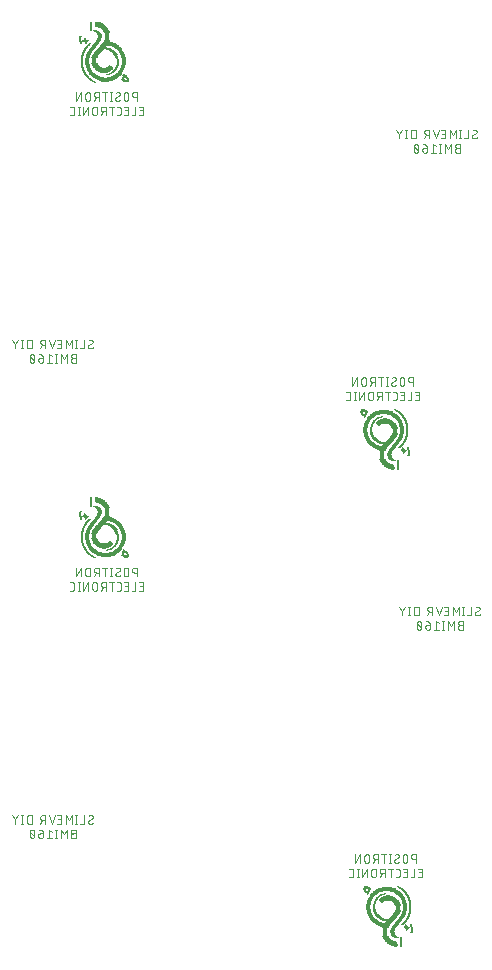
<source format=gbr>
G04 EAGLE Gerber RS-274X export*
G75*
%MOMM*%
%FSLAX34Y34*%
%LPD*%
%INSilkscreen Bottom*%
%IPPOS*%
%AMOC8*
5,1,8,0,0,1.08239X$1,22.5*%
G01*
%ADD10R,0.127000X0.025400*%
%ADD11R,0.203200X0.025400*%
%ADD12R,0.279400X0.025400*%
%ADD13R,0.177800X0.025400*%
%ADD14R,0.355600X0.025400*%
%ADD15R,0.381000X0.025400*%
%ADD16R,0.457200X0.025400*%
%ADD17R,0.736600X0.025400*%
%ADD18R,0.508000X0.025400*%
%ADD19R,0.914400X0.025400*%
%ADD20R,0.558800X0.025400*%
%ADD21R,1.092200X0.025400*%
%ADD22R,0.152400X0.025400*%
%ADD23R,0.584200X0.025400*%
%ADD24R,1.219200X0.025400*%
%ADD25R,1.371600X0.025400*%
%ADD26R,0.228600X0.025400*%
%ADD27R,1.473200X0.025400*%
%ADD28R,1.574800X0.025400*%
%ADD29R,1.651000X0.025400*%
%ADD30R,1.752600X0.025400*%
%ADD31R,1.828800X0.025400*%
%ADD32R,1.905000X0.025400*%
%ADD33R,0.889000X0.025400*%
%ADD34R,0.863600X0.025400*%
%ADD35R,0.711200X0.025400*%
%ADD36R,0.431800X0.025400*%
%ADD37R,0.685800X0.025400*%
%ADD38R,0.635000X0.025400*%
%ADD39R,0.406400X0.025400*%
%ADD40R,0.609600X0.025400*%
%ADD41R,0.330200X0.025400*%
%ADD42R,0.533400X0.025400*%
%ADD43R,0.304800X0.025400*%
%ADD44R,0.254000X0.025400*%
%ADD45R,0.482600X0.025400*%
%ADD46R,0.050800X0.025400*%
%ADD47R,0.838200X0.025400*%
%ADD48R,0.965200X0.025400*%
%ADD49R,1.041400X0.025400*%
%ADD50R,1.117600X0.025400*%
%ADD51R,1.270000X0.025400*%
%ADD52R,1.320800X0.025400*%
%ADD53R,1.422400X0.025400*%
%ADD54R,1.524000X0.025400*%
%ADD55R,1.549400X0.025400*%
%ADD56R,0.660400X0.025400*%
%ADD57R,0.101600X0.025400*%
%ADD58R,0.812800X0.025400*%
%ADD59R,1.295400X0.025400*%
%ADD60R,1.244600X0.025400*%
%ADD61R,1.193800X0.025400*%
%ADD62R,0.076200X0.025400*%
%ADD63R,1.066800X0.025400*%
%ADD64R,0.990600X0.025400*%
%ADD65R,0.025400X0.025400*%
%ADD66R,0.787400X0.025400*%
%ADD67R,0.762000X0.025400*%
%ADD68C,0.076200*%


D10*
X276860Y340360D03*
D11*
X276733Y340614D03*
D12*
X303530Y340868D03*
D13*
X276098Y340868D03*
D14*
X303403Y341122D03*
D15*
X286004Y341122D03*
D13*
X275590Y341122D03*
D16*
X303149Y341376D03*
D17*
X286004Y341376D03*
D13*
X275336Y341376D03*
D18*
X303149Y341630D03*
D19*
X286131Y341630D03*
D13*
X274828Y341630D03*
D20*
X302895Y341884D03*
D21*
X286004Y341884D03*
D22*
X274447Y341884D03*
D23*
X303022Y342138D03*
D24*
X286131Y342138D03*
D13*
X274066Y342138D03*
D22*
X305181Y342392D03*
D12*
X301244Y342392D03*
D25*
X286131Y342392D03*
D13*
X273812Y342392D03*
D22*
X305181Y342646D03*
D26*
X300990Y342646D03*
D27*
X286131Y342646D03*
D22*
X273431Y342646D03*
X304927Y342900D03*
D13*
X300736Y342900D03*
D28*
X286131Y342900D03*
D22*
X273177Y342900D03*
D13*
X304800Y343154D03*
D22*
X300609Y343154D03*
D29*
X286258Y343154D03*
D13*
X272796Y343154D03*
X304800Y343408D03*
D10*
X300736Y343408D03*
D30*
X286258Y343408D03*
D13*
X272542Y343408D03*
X304546Y343662D03*
D22*
X300863Y343662D03*
D31*
X286131Y343662D03*
D22*
X272161Y343662D03*
D11*
X304419Y343916D03*
D22*
X300863Y343916D03*
D32*
X286258Y343916D03*
D22*
X271907Y343916D03*
D11*
X304165Y344170D03*
D22*
X301117Y344170D03*
D33*
X291592Y344170D03*
D34*
X280543Y344170D03*
D22*
X271653Y344170D03*
D11*
X303911Y344424D03*
D22*
X301117Y344424D03*
D17*
X292608Y344424D03*
D35*
X279527Y344424D03*
D22*
X271399Y344424D03*
D36*
X302768Y344678D03*
D37*
X293370Y344678D03*
D38*
X278892Y344678D03*
D22*
X271145Y344678D03*
D39*
X302641Y344932D03*
D40*
X294005Y344932D03*
X278257Y344932D03*
D22*
X270891Y344932D03*
D14*
X302641Y345186D03*
D23*
X294386Y345186D03*
X277876Y345186D03*
D22*
X270637Y345186D03*
D41*
X302514Y345440D03*
D42*
X294894Y345440D03*
X277368Y345440D03*
D22*
X270637Y345440D03*
D43*
X302387Y345694D03*
D18*
X295275Y345694D03*
X276987Y345694D03*
D22*
X270383Y345694D03*
D44*
X302133Y345948D03*
D18*
X295529Y345948D03*
X276733Y345948D03*
D22*
X270129Y345948D03*
D26*
X302006Y346202D03*
D45*
X295910Y346202D03*
X276352Y346202D03*
D22*
X269875Y346202D03*
D13*
X302006Y346456D03*
D16*
X296291Y346456D03*
D45*
X276098Y346456D03*
D22*
X269621Y346456D03*
D10*
X302006Y346710D03*
D16*
X296545Y346710D03*
D10*
X287528Y346710D03*
D16*
X275717Y346710D03*
D22*
X269621Y346710D03*
D46*
X301879Y346964D03*
D16*
X296799Y346964D03*
D22*
X288417Y346964D03*
D16*
X275463Y346964D03*
D22*
X269367Y346964D03*
D36*
X297180Y347218D03*
D22*
X289433Y347218D03*
D36*
X275082Y347218D03*
D22*
X269113Y347218D03*
D36*
X297434Y347472D03*
D10*
X290068Y347472D03*
D36*
X274828Y347472D03*
D22*
X269113Y347472D03*
D39*
X297561Y347726D03*
D10*
X290576Y347726D03*
D36*
X274574Y347726D03*
D22*
X268859Y347726D03*
D39*
X297815Y347980D03*
D10*
X291084Y347980D03*
D39*
X274447Y347980D03*
D22*
X268605Y347980D03*
D39*
X298069Y348234D03*
D10*
X291592Y348234D03*
D39*
X274193Y348234D03*
D22*
X268605Y348234D03*
D15*
X298196Y348488D03*
D10*
X291846Y348488D03*
D12*
X284734Y348488D03*
D39*
X273939Y348488D03*
D22*
X268351Y348488D03*
D15*
X298450Y348742D03*
D10*
X292354Y348742D03*
D20*
X284861Y348742D03*
D15*
X273812Y348742D03*
D22*
X268351Y348742D03*
D15*
X298704Y348996D03*
D10*
X292608Y348996D03*
D35*
X284861Y348996D03*
D15*
X273558Y348996D03*
D22*
X268097Y348996D03*
D15*
X298704Y349250D03*
D10*
X292862Y349250D03*
D47*
X284734Y349250D03*
D15*
X273304Y349250D03*
D22*
X268097Y349250D03*
D15*
X298958Y349504D03*
D10*
X293116Y349504D03*
D48*
X284861Y349504D03*
D14*
X273177Y349504D03*
D22*
X267843Y349504D03*
D15*
X299212Y349758D03*
D10*
X293370Y349758D03*
D49*
X284734Y349758D03*
D15*
X273050Y349758D03*
D22*
X267843Y349758D03*
D14*
X299339Y350012D03*
D10*
X293624Y350012D03*
D50*
X284861Y350012D03*
D14*
X272923Y350012D03*
D22*
X267589Y350012D03*
D15*
X299466Y350266D03*
D10*
X293878Y350266D03*
D24*
X284861Y350266D03*
D14*
X272669Y350266D03*
D22*
X267589Y350266D03*
D14*
X299593Y350520D03*
D22*
X294005Y350520D03*
D51*
X284861Y350520D03*
D15*
X272542Y350520D03*
D10*
X267462Y350520D03*
D14*
X299847Y350774D03*
D22*
X294259Y350774D03*
D52*
X284861Y350774D03*
D14*
X272415Y350774D03*
D22*
X267335Y350774D03*
D14*
X299847Y351028D03*
D22*
X294513Y351028D03*
D25*
X284861Y351028D03*
D14*
X272161Y351028D03*
D10*
X267208Y351028D03*
D14*
X300101Y351282D03*
D13*
X294640Y351282D03*
D53*
X284861Y351282D03*
D14*
X272161Y351282D03*
D22*
X267081Y351282D03*
D41*
X300228Y351536D03*
D22*
X294767Y351536D03*
D27*
X284861Y351536D03*
D41*
X272034Y351536D03*
D22*
X267081Y351536D03*
D41*
X300228Y351790D03*
D22*
X295021Y351790D03*
D54*
X284861Y351790D03*
D14*
X271907Y351790D03*
D10*
X266954Y351790D03*
D41*
X300482Y352044D03*
D13*
X295148Y352044D03*
D28*
X284861Y352044D03*
D41*
X271780Y352044D03*
D22*
X266827Y352044D03*
D41*
X300482Y352298D03*
D22*
X295275Y352298D03*
D55*
X284480Y352298D03*
D41*
X271780Y352298D03*
D22*
X266827Y352298D03*
D14*
X300609Y352552D03*
D13*
X295402Y352552D03*
D42*
X289306Y352552D03*
D56*
X279781Y352552D03*
D41*
X271526Y352552D03*
D10*
X266700Y352552D03*
D41*
X300736Y352806D03*
D22*
X295529Y352806D03*
D36*
X289560Y352806D03*
D40*
X279273Y352806D03*
D41*
X271526Y352806D03*
D10*
X266700Y352806D03*
D41*
X300736Y353060D03*
D13*
X295656Y353060D03*
D14*
X289687Y353060D03*
D20*
X279019Y353060D03*
D41*
X271526Y353060D03*
D22*
X266573Y353060D03*
D41*
X300990Y353314D03*
D13*
X295656Y353314D03*
D12*
X289814Y353314D03*
D42*
X278638Y353314D03*
D41*
X271272Y353314D03*
D22*
X266573Y353314D03*
D41*
X300990Y353568D03*
D13*
X295910Y353568D03*
D26*
X289814Y353568D03*
D42*
X278384Y353568D03*
D41*
X271272Y353568D03*
D10*
X266446Y353568D03*
D41*
X300990Y353822D03*
D13*
X295910Y353822D03*
X289814Y353822D03*
D18*
X278257Y353822D03*
D41*
X271272Y353822D03*
D10*
X266446Y353822D03*
D43*
X301117Y354076D03*
D11*
X296037Y354076D03*
D57*
X289687Y354076D03*
D45*
X277876Y354076D03*
D43*
X271145Y354076D03*
D22*
X266319Y354076D03*
D41*
X301244Y354330D03*
D13*
X296164Y354330D03*
D46*
X289687Y354330D03*
D16*
X277749Y354330D03*
D41*
X271018Y354330D03*
D22*
X266319Y354330D03*
D41*
X301244Y354584D03*
D13*
X296164Y354584D03*
D16*
X277495Y354584D03*
D41*
X271018Y354584D03*
D22*
X266319Y354584D03*
D41*
X301244Y354838D03*
D11*
X296291Y354838D03*
D16*
X277495Y354838D03*
D41*
X271018Y354838D03*
D10*
X266192Y354838D03*
D43*
X301371Y355092D03*
D11*
X296291Y355092D03*
D16*
X277241Y355092D03*
D43*
X270891Y355092D03*
D10*
X266192Y355092D03*
D43*
X301371Y355346D03*
D11*
X296291Y355346D03*
D36*
X277114Y355346D03*
D43*
X270891Y355346D03*
D10*
X266192Y355346D03*
D43*
X301371Y355600D03*
D13*
X296418Y355600D03*
D36*
X277114Y355600D03*
D41*
X270764Y355600D03*
D22*
X266065Y355600D03*
D41*
X301498Y355854D03*
D11*
X296545Y355854D03*
D36*
X276860Y355854D03*
D41*
X270764Y355854D03*
D22*
X266065Y355854D03*
D41*
X301498Y356108D03*
D11*
X296545Y356108D03*
D39*
X276733Y356108D03*
D41*
X270764Y356108D03*
D22*
X266065Y356108D03*
D41*
X301498Y356362D03*
D11*
X296545Y356362D03*
D39*
X276733Y356362D03*
D41*
X270764Y356362D03*
D22*
X266065Y356362D03*
D43*
X301625Y356616D03*
D11*
X296545Y356616D03*
D36*
X276606Y356616D03*
D43*
X270637Y356616D03*
D22*
X266065Y356616D03*
D43*
X301625Y356870D03*
D11*
X296545Y356870D03*
D39*
X276479Y356870D03*
D43*
X270637Y356870D03*
D22*
X266065Y356870D03*
D43*
X301625Y357124D03*
D11*
X296545Y357124D03*
D39*
X276479Y357124D03*
D43*
X270637Y357124D03*
D10*
X265938Y357124D03*
D43*
X301625Y357378D03*
D11*
X296545Y357378D03*
D39*
X276479Y357378D03*
D43*
X270637Y357378D03*
D10*
X265938Y357378D03*
D43*
X301625Y357632D03*
D11*
X296545Y357632D03*
D39*
X276479Y357632D03*
D43*
X270637Y357632D03*
D10*
X265938Y357632D03*
D43*
X301625Y357886D03*
D11*
X296545Y357886D03*
D15*
X276352Y357886D03*
D43*
X270637Y357886D03*
D10*
X265938Y357886D03*
D43*
X301625Y358140D03*
D11*
X296545Y358140D03*
D15*
X276352Y358140D03*
D43*
X270637Y358140D03*
D10*
X265938Y358140D03*
D43*
X301625Y358394D03*
D11*
X296545Y358394D03*
D15*
X276352Y358394D03*
D43*
X270637Y358394D03*
D10*
X265938Y358394D03*
D43*
X301625Y358648D03*
D26*
X296418Y358648D03*
D15*
X276352Y358648D03*
D43*
X270637Y358648D03*
D10*
X265938Y358648D03*
D43*
X301625Y358902D03*
D26*
X296418Y358902D03*
D15*
X276352Y358902D03*
D43*
X270637Y358902D03*
D10*
X265938Y358902D03*
D43*
X301625Y359156D03*
D26*
X296418Y359156D03*
D15*
X276352Y359156D03*
D43*
X270637Y359156D03*
D22*
X266065Y359156D03*
D41*
X301498Y359410D03*
D26*
X296418Y359410D03*
D15*
X276352Y359410D03*
D43*
X270637Y359410D03*
D22*
X266065Y359410D03*
D41*
X301498Y359664D03*
D26*
X296418Y359664D03*
D15*
X276352Y359664D03*
D43*
X270637Y359664D03*
D22*
X266065Y359664D03*
D43*
X301371Y359918D03*
D26*
X296418Y359918D03*
D39*
X276479Y359918D03*
D41*
X270764Y359918D03*
D22*
X266065Y359918D03*
D43*
X301371Y360172D03*
D26*
X296164Y360172D03*
D39*
X276479Y360172D03*
D41*
X270764Y360172D03*
D22*
X266065Y360172D03*
D43*
X301371Y360426D03*
D26*
X296164Y360426D03*
D39*
X276479Y360426D03*
D41*
X270764Y360426D03*
D10*
X266192Y360426D03*
D43*
X301371Y360680D03*
D26*
X296164Y360680D03*
D39*
X276479Y360680D03*
D41*
X270764Y360680D03*
D10*
X266192Y360680D03*
D43*
X301371Y360934D03*
D44*
X296037Y360934D03*
D39*
X276479Y360934D03*
D43*
X270891Y360934D03*
D10*
X266192Y360934D03*
D41*
X301244Y361188D03*
D44*
X296037Y361188D03*
D36*
X276606Y361188D03*
D43*
X270891Y361188D03*
D10*
X266192Y361188D03*
D41*
X301244Y361442D03*
D26*
X295910Y361442D03*
D39*
X276733Y361442D03*
D41*
X271018Y361442D03*
D22*
X266319Y361442D03*
D43*
X301117Y361696D03*
D44*
X295783Y361696D03*
D36*
X276860Y361696D03*
D41*
X271018Y361696D03*
D22*
X266319Y361696D03*
D43*
X301117Y361950D03*
D44*
X295783Y361950D03*
D36*
X276860Y361950D03*
D41*
X271018Y361950D03*
D10*
X266446Y361950D03*
D41*
X300990Y362204D03*
D44*
X295529Y362204D03*
D36*
X277114Y362204D03*
D43*
X271145Y362204D03*
D10*
X266446Y362204D03*
D41*
X300990Y362458D03*
D44*
X295529Y362458D03*
D36*
X277114Y362458D03*
D41*
X271272Y362458D03*
D10*
X266446Y362458D03*
D43*
X300863Y362712D03*
D44*
X295275Y362712D03*
D16*
X277241Y362712D03*
D41*
X271272Y362712D03*
D22*
X266573Y362712D03*
D41*
X300736Y362966D03*
D44*
X295275Y362966D03*
D16*
X277495Y362966D03*
D14*
X271399Y362966D03*
D10*
X266700Y362966D03*
D41*
X300736Y363220D03*
D44*
X295021Y363220D03*
D45*
X277622Y363220D03*
D41*
X271526Y363220D03*
D10*
X266700Y363220D03*
D43*
X300609Y363474D03*
D44*
X295021Y363474D03*
D16*
X277749Y363474D03*
D41*
X271526Y363474D03*
D10*
X266700Y363474D03*
D41*
X300482Y363728D03*
D44*
X294767Y363728D03*
D45*
X277876Y363728D03*
D14*
X271653Y363728D03*
D22*
X266827Y363728D03*
D41*
X300482Y363982D03*
D12*
X294640Y363982D03*
D45*
X278130Y363982D03*
D41*
X271780Y363982D03*
D10*
X266954Y363982D03*
D41*
X300228Y364236D03*
D12*
X294386Y364236D03*
D18*
X278257Y364236D03*
D14*
X271907Y364236D03*
D10*
X266954Y364236D03*
D41*
X300228Y364490D03*
D12*
X294386Y364490D03*
D18*
X278511Y364490D03*
D41*
X272034Y364490D03*
D22*
X267081Y364490D03*
D14*
X300101Y364744D03*
D12*
X294132Y364744D03*
D18*
X278765Y364744D03*
D14*
X272161Y364744D03*
D10*
X267208Y364744D03*
D41*
X299974Y364998D03*
D12*
X293878Y364998D03*
D42*
X278892Y364998D03*
D41*
X272288Y364998D03*
D10*
X267208Y364998D03*
D14*
X299847Y365252D03*
D12*
X293624Y365252D03*
D42*
X279146Y365252D03*
D14*
X272415Y365252D03*
D10*
X267462Y365252D03*
D14*
X299593Y365506D03*
D12*
X293370Y365506D03*
D42*
X279400Y365506D03*
D14*
X272669Y365506D03*
D10*
X267462Y365506D03*
D14*
X299593Y365760D03*
D41*
X293116Y365760D03*
D42*
X279654Y365760D03*
D14*
X272669Y365760D03*
D22*
X267589Y365760D03*
D14*
X299339Y366014D03*
D41*
X292862Y366014D03*
D18*
X279781Y366014D03*
D14*
X272923Y366014D03*
D10*
X267716Y366014D03*
D15*
X299212Y366268D03*
D41*
X292608Y366268D03*
D18*
X280035Y366268D03*
D15*
X273050Y366268D03*
D22*
X267843Y366268D03*
D14*
X299085Y366522D03*
D43*
X292227Y366522D03*
D42*
X280162Y366522D03*
D15*
X273304Y366522D03*
D10*
X267970Y366522D03*
D15*
X298958Y366776D03*
D41*
X291846Y366776D03*
D42*
X280416Y366776D03*
D15*
X273304Y366776D03*
D22*
X268097Y366776D03*
D15*
X298704Y367030D03*
D41*
X291592Y367030D03*
D42*
X280670Y367030D03*
D15*
X273558Y367030D03*
D10*
X268224Y367030D03*
D15*
X298450Y367284D03*
D14*
X291211Y367284D03*
D42*
X280924Y367284D03*
D15*
X273812Y367284D03*
D22*
X268351Y367284D03*
D39*
X298323Y367538D03*
D14*
X290703Y367538D03*
D42*
X281178Y367538D03*
D39*
X273939Y367538D03*
D10*
X268478Y367538D03*
D39*
X298069Y367792D03*
D15*
X290322Y367792D03*
D42*
X281432Y367792D03*
D15*
X274066Y367792D03*
D10*
X268732Y367792D03*
D39*
X297815Y368046D03*
X289687Y368046D03*
D42*
X281686Y368046D03*
D15*
X274320Y368046D03*
D10*
X268732Y368046D03*
D39*
X297561Y368300D03*
D45*
X289052Y368300D03*
D42*
X281940Y368300D03*
D15*
X274574Y368300D03*
D10*
X268986Y368300D03*
D36*
X297434Y368554D03*
D23*
X288036Y368554D03*
D42*
X282194Y368554D03*
D39*
X274701Y368554D03*
D22*
X269113Y368554D03*
D36*
X297180Y368808D03*
D49*
X284988Y368808D03*
D15*
X274828Y368808D03*
D10*
X269240Y368808D03*
D16*
X296799Y369062D03*
D48*
X284861Y369062D03*
D15*
X275082Y369062D03*
D10*
X269494Y369062D03*
D16*
X296545Y369316D03*
D47*
X284480Y369316D03*
D15*
X275336Y369316D03*
D10*
X269748Y369316D03*
D16*
X296291Y369570D03*
D57*
X286385Y369570D03*
D42*
X282956Y369570D03*
D15*
X275590Y369570D03*
D10*
X269748Y369570D03*
D45*
X295910Y369824D03*
D42*
X283210Y369824D03*
D14*
X275717Y369824D03*
D10*
X270002Y369824D03*
D18*
X295529Y370078D03*
D42*
X283464Y370078D03*
D14*
X275971Y370078D03*
D10*
X270256Y370078D03*
D18*
X295275Y370332D03*
D42*
X283718Y370332D03*
D15*
X276098Y370332D03*
D10*
X270510Y370332D03*
D42*
X294894Y370586D03*
X283972Y370586D03*
D15*
X276352Y370586D03*
D10*
X270510Y370586D03*
D20*
X294513Y370840D03*
D42*
X284226Y370840D03*
D14*
X276479Y370840D03*
D10*
X270764Y370840D03*
D40*
X294005Y371094D03*
D18*
X284353Y371094D03*
D14*
X276733Y371094D03*
D10*
X271018Y371094D03*
D56*
X293497Y371348D03*
D18*
X284607Y371348D03*
D14*
X276987Y371348D03*
D10*
X271272Y371348D03*
D37*
X292862Y371602D03*
D18*
X284861Y371602D03*
D14*
X277241Y371602D03*
D10*
X271526Y371602D03*
D58*
X291973Y371856D03*
D18*
X285115Y371856D03*
D15*
X277368Y371856D03*
D10*
X271780Y371856D03*
D59*
X289306Y372110D03*
D14*
X277495Y372110D03*
D10*
X272034Y372110D03*
D60*
X289052Y372364D03*
D14*
X277749Y372364D03*
D10*
X272288Y372364D03*
D61*
X289052Y372618D03*
D14*
X278003Y372618D03*
D10*
X272542Y372618D03*
D50*
X288925Y372872D03*
D41*
X278130Y372872D03*
D10*
X272796Y372872D03*
D62*
X265430Y372872D03*
D63*
X288671Y373126D03*
D41*
X278384Y373126D03*
D10*
X273304Y373126D03*
D62*
X269494Y373126D03*
D10*
X265430Y373126D03*
D64*
X288544Y373380D03*
D43*
X278511Y373380D03*
D10*
X269494Y373380D03*
D22*
X265303Y373380D03*
D19*
X288417Y373634D03*
D41*
X278638Y373634D03*
D22*
X269367Y373634D03*
D13*
X265430Y373634D03*
D47*
X288290Y373888D03*
D41*
X278892Y373888D03*
D22*
X269367Y373888D03*
D13*
X265430Y373888D03*
D17*
X288036Y374142D03*
D43*
X279019Y374142D03*
D22*
X269367Y374142D03*
D13*
X265176Y374142D03*
D38*
X287782Y374396D03*
D43*
X279273Y374396D03*
D13*
X269240Y374396D03*
X265176Y374396D03*
D20*
X287401Y374650D03*
D43*
X279527Y374650D03*
D12*
X269748Y374650D03*
D13*
X265176Y374650D03*
D36*
X287020Y374904D03*
D43*
X279781Y374904D03*
D16*
X269113Y374904D03*
D11*
X265049Y374904D03*
D36*
X287020Y375158D03*
D43*
X279781Y375158D03*
D45*
X268986Y375158D03*
D13*
X264922Y375158D03*
D39*
X287147Y375412D03*
D43*
X280035Y375412D03*
D45*
X268986Y375412D03*
D13*
X264922Y375412D03*
D36*
X287274Y375666D03*
D12*
X280162Y375666D03*
D36*
X269240Y375666D03*
D13*
X264922Y375666D03*
D39*
X287401Y375920D03*
D12*
X280416Y375920D03*
D41*
X268986Y375920D03*
D13*
X264668Y375920D03*
D39*
X287401Y376174D03*
D12*
X280416Y376174D03*
D13*
X268986Y376174D03*
X264668Y376174D03*
D39*
X287401Y376428D03*
D12*
X280670Y376428D03*
D22*
X268859Y376428D03*
D13*
X264668Y376428D03*
D15*
X287528Y376682D03*
D12*
X280670Y376682D03*
D22*
X268859Y376682D03*
X264541Y376682D03*
D39*
X287655Y376936D03*
D44*
X280797Y376936D03*
D10*
X268732Y376936D03*
D22*
X264541Y376936D03*
D39*
X287655Y377190D03*
D12*
X280924Y377190D03*
D10*
X268732Y377190D03*
D22*
X264541Y377190D03*
D39*
X287655Y377444D03*
D12*
X280924Y377444D03*
D62*
X268732Y377444D03*
D22*
X264541Y377444D03*
D39*
X287655Y377698D03*
D12*
X280924Y377698D03*
D46*
X268605Y377698D03*
D13*
X264668Y377698D03*
D15*
X287782Y377952D03*
D12*
X281178Y377952D03*
D13*
X264668Y377952D03*
D15*
X287782Y378206D03*
D12*
X281178Y378206D03*
D22*
X264795Y378206D03*
D15*
X287782Y378460D03*
D12*
X281178Y378460D03*
D22*
X264795Y378460D03*
D15*
X287782Y378714D03*
D12*
X281178Y378714D03*
D22*
X264795Y378714D03*
D15*
X287782Y378968D03*
D12*
X281178Y378968D03*
D10*
X264922Y378968D03*
D15*
X287782Y379222D03*
D12*
X281178Y379222D03*
D57*
X265049Y379222D03*
D15*
X287782Y379476D03*
D43*
X281051Y379476D03*
D65*
X265176Y379476D03*
D15*
X287782Y379730D03*
D43*
X281051Y379730D03*
D15*
X287782Y379984D03*
D43*
X281051Y379984D03*
D15*
X287782Y380238D03*
D43*
X281051Y380238D03*
D15*
X287782Y380492D03*
D43*
X281051Y380492D03*
D39*
X287655Y380746D03*
D43*
X280797Y380746D03*
D39*
X287655Y381000D03*
D43*
X280797Y381000D03*
D39*
X287655Y381254D03*
D43*
X280797Y381254D03*
D39*
X287655Y381508D03*
D43*
X280543Y381508D03*
D39*
X287401Y381762D03*
D41*
X280416Y381762D03*
D39*
X287401Y382016D03*
D43*
X280289Y382016D03*
D39*
X287401Y382270D03*
D43*
X280035Y382270D03*
D36*
X287274Y382524D03*
D43*
X279781Y382524D03*
D39*
X287147Y382778D03*
D43*
X279527Y382778D03*
D36*
X287020Y383032D03*
D41*
X279146Y383032D03*
D36*
X287020Y383286D03*
D41*
X278892Y383286D03*
D36*
X286766Y383540D03*
D41*
X278384Y383540D03*
D36*
X286766Y383794D03*
D15*
X277622Y383794D03*
D16*
X286639Y384048D03*
D43*
X277241Y384048D03*
D13*
X273558Y384048D03*
D16*
X286385Y384302D03*
D13*
X273558Y384302D03*
D45*
X286258Y384556D03*
D13*
X273558Y384556D03*
D45*
X286004Y384810D03*
D13*
X273558Y384810D03*
D18*
X285877Y385064D03*
D13*
X273558Y385064D03*
D18*
X285623Y385318D03*
D13*
X273558Y385318D03*
D18*
X285369Y385572D03*
D13*
X273558Y385572D03*
D42*
X285242Y385826D03*
D13*
X273558Y385826D03*
D20*
X284861Y386080D03*
D13*
X273558Y386080D03*
D20*
X284607Y386334D03*
D13*
X273558Y386334D03*
D40*
X284353Y386588D03*
D13*
X273558Y386588D03*
D56*
X283845Y386842D03*
D13*
X273558Y386842D03*
D35*
X283337Y387096D03*
D13*
X273558Y387096D03*
D66*
X282702Y387350D03*
D13*
X273558Y387350D03*
D19*
X281813Y387604D03*
D13*
X273558Y387604D03*
D33*
X281686Y387858D03*
D13*
X273558Y387858D03*
D34*
X281559Y388112D03*
D13*
X273558Y388112D03*
D47*
X281432Y388366D03*
D13*
X273558Y388366D03*
D58*
X281305Y388620D03*
D13*
X273558Y388620D03*
D67*
X281051Y388874D03*
D13*
X273558Y388874D03*
D17*
X280924Y389128D03*
D13*
X273558Y389128D03*
D37*
X280670Y389382D03*
D13*
X273558Y389382D03*
D56*
X280543Y389636D03*
D13*
X273558Y389636D03*
D40*
X280289Y389890D03*
D13*
X273558Y389890D03*
D20*
X280035Y390144D03*
D13*
X273558Y390144D03*
D18*
X279781Y390398D03*
D13*
X273558Y390398D03*
D36*
X279400Y390652D03*
D13*
X273558Y390652D03*
D14*
X279019Y390906D03*
D13*
X273558Y390906D03*
D44*
X278511Y391160D03*
D13*
X273558Y391160D03*
D68*
X271401Y117080D02*
X271403Y117002D01*
X271408Y116924D01*
X271418Y116847D01*
X271431Y116770D01*
X271447Y116694D01*
X271467Y116619D01*
X271491Y116545D01*
X271518Y116472D01*
X271549Y116400D01*
X271583Y116330D01*
X271620Y116261D01*
X271661Y116195D01*
X271705Y116130D01*
X271751Y116068D01*
X271801Y116008D01*
X271853Y115950D01*
X271908Y115895D01*
X271966Y115843D01*
X272026Y115793D01*
X272088Y115747D01*
X272153Y115703D01*
X272220Y115662D01*
X272288Y115625D01*
X272358Y115591D01*
X272430Y115560D01*
X272503Y115533D01*
X272577Y115509D01*
X272652Y115489D01*
X272728Y115473D01*
X272805Y115460D01*
X272882Y115450D01*
X272960Y115445D01*
X273038Y115443D01*
X273152Y115445D01*
X273265Y115450D01*
X273379Y115460D01*
X273492Y115473D01*
X273604Y115490D01*
X273716Y115510D01*
X273827Y115534D01*
X273938Y115562D01*
X274047Y115593D01*
X274155Y115628D01*
X274262Y115667D01*
X274368Y115709D01*
X274472Y115754D01*
X274575Y115803D01*
X274676Y115856D01*
X274775Y115911D01*
X274873Y115970D01*
X274968Y116032D01*
X275061Y116097D01*
X275153Y116165D01*
X275241Y116236D01*
X275328Y116310D01*
X275412Y116387D01*
X275493Y116466D01*
X275289Y121172D02*
X275287Y121250D01*
X275282Y121328D01*
X275272Y121405D01*
X275259Y121482D01*
X275243Y121558D01*
X275223Y121633D01*
X275199Y121707D01*
X275172Y121780D01*
X275141Y121852D01*
X275107Y121922D01*
X275070Y121991D01*
X275029Y122057D01*
X274985Y122122D01*
X274939Y122184D01*
X274889Y122244D01*
X274837Y122302D01*
X274782Y122357D01*
X274724Y122409D01*
X274664Y122459D01*
X274602Y122505D01*
X274537Y122549D01*
X274471Y122590D01*
X274402Y122627D01*
X274332Y122661D01*
X274260Y122692D01*
X274187Y122719D01*
X274113Y122743D01*
X274038Y122763D01*
X273962Y122779D01*
X273885Y122792D01*
X273808Y122802D01*
X273730Y122807D01*
X273652Y122809D01*
X273542Y122807D01*
X273433Y122801D01*
X273323Y122791D01*
X273215Y122778D01*
X273106Y122760D01*
X272999Y122739D01*
X272892Y122713D01*
X272786Y122684D01*
X272681Y122652D01*
X272578Y122615D01*
X272476Y122575D01*
X272375Y122531D01*
X272276Y122483D01*
X272179Y122433D01*
X272084Y122378D01*
X271991Y122320D01*
X271900Y122259D01*
X271811Y122195D01*
X274471Y119739D02*
X274538Y119781D01*
X274603Y119825D01*
X274665Y119873D01*
X274725Y119923D01*
X274783Y119976D01*
X274838Y120032D01*
X274890Y120091D01*
X274940Y120151D01*
X274987Y120215D01*
X275030Y120280D01*
X275071Y120347D01*
X275108Y120416D01*
X275142Y120487D01*
X275173Y120559D01*
X275200Y120633D01*
X275224Y120707D01*
X275244Y120783D01*
X275260Y120860D01*
X275273Y120937D01*
X275283Y121015D01*
X275288Y121094D01*
X275290Y121172D01*
X272220Y118512D02*
X272154Y118471D01*
X272089Y118426D01*
X272027Y118379D01*
X271967Y118328D01*
X271909Y118275D01*
X271854Y118219D01*
X271801Y118161D01*
X271752Y118100D01*
X271705Y118037D01*
X271662Y117972D01*
X271621Y117905D01*
X271584Y117836D01*
X271550Y117765D01*
X271519Y117693D01*
X271492Y117619D01*
X271468Y117544D01*
X271448Y117469D01*
X271432Y117392D01*
X271419Y117315D01*
X271409Y117237D01*
X271404Y117158D01*
X271402Y117080D01*
X272220Y118512D02*
X274471Y119740D01*
X268163Y122809D02*
X268163Y115443D01*
X264889Y115443D01*
X261499Y115443D02*
X261499Y122809D01*
X262318Y115443D02*
X260681Y115443D01*
X260681Y122809D02*
X262318Y122809D01*
X257371Y122809D02*
X257371Y115443D01*
X254916Y118717D02*
X257371Y122809D01*
X254916Y118717D02*
X252460Y122809D01*
X252460Y115443D01*
X248656Y115443D02*
X245382Y115443D01*
X248656Y115443D02*
X248656Y122809D01*
X245382Y122809D01*
X246200Y119535D02*
X248656Y119535D01*
X242985Y122809D02*
X240529Y115443D01*
X238074Y122809D01*
X234965Y122809D02*
X234965Y115443D01*
X234965Y122809D02*
X232919Y122809D01*
X232830Y122807D01*
X232741Y122801D01*
X232652Y122791D01*
X232564Y122778D01*
X232476Y122761D01*
X232389Y122739D01*
X232304Y122714D01*
X232219Y122686D01*
X232136Y122653D01*
X232054Y122617D01*
X231974Y122578D01*
X231896Y122535D01*
X231820Y122489D01*
X231745Y122439D01*
X231673Y122386D01*
X231604Y122330D01*
X231537Y122271D01*
X231472Y122210D01*
X231411Y122145D01*
X231352Y122078D01*
X231296Y122009D01*
X231243Y121937D01*
X231193Y121862D01*
X231147Y121786D01*
X231104Y121708D01*
X231065Y121628D01*
X231029Y121546D01*
X230996Y121463D01*
X230968Y121378D01*
X230943Y121293D01*
X230921Y121206D01*
X230904Y121118D01*
X230891Y121030D01*
X230881Y120941D01*
X230875Y120852D01*
X230873Y120763D01*
X230875Y120674D01*
X230881Y120585D01*
X230891Y120496D01*
X230904Y120408D01*
X230921Y120320D01*
X230943Y120233D01*
X230968Y120148D01*
X230996Y120063D01*
X231029Y119980D01*
X231065Y119898D01*
X231104Y119818D01*
X231147Y119740D01*
X231193Y119664D01*
X231243Y119589D01*
X231296Y119517D01*
X231352Y119448D01*
X231411Y119381D01*
X231472Y119316D01*
X231537Y119255D01*
X231604Y119196D01*
X231673Y119140D01*
X231745Y119087D01*
X231820Y119037D01*
X231896Y118991D01*
X231974Y118948D01*
X232054Y118909D01*
X232136Y118873D01*
X232219Y118840D01*
X232304Y118812D01*
X232389Y118787D01*
X232476Y118765D01*
X232564Y118748D01*
X232652Y118735D01*
X232741Y118725D01*
X232830Y118719D01*
X232919Y118717D01*
X234965Y118717D01*
X232510Y118717D02*
X230873Y115443D01*
X223556Y115443D02*
X223556Y122809D01*
X221510Y122809D01*
X221421Y122807D01*
X221332Y122801D01*
X221243Y122791D01*
X221155Y122778D01*
X221067Y122761D01*
X220980Y122739D01*
X220895Y122714D01*
X220810Y122686D01*
X220727Y122653D01*
X220645Y122617D01*
X220565Y122578D01*
X220487Y122535D01*
X220411Y122489D01*
X220336Y122439D01*
X220264Y122386D01*
X220195Y122330D01*
X220128Y122271D01*
X220063Y122210D01*
X220002Y122145D01*
X219943Y122078D01*
X219887Y122009D01*
X219834Y121937D01*
X219784Y121862D01*
X219738Y121786D01*
X219695Y121708D01*
X219656Y121628D01*
X219620Y121546D01*
X219587Y121463D01*
X219559Y121378D01*
X219534Y121293D01*
X219512Y121206D01*
X219495Y121118D01*
X219482Y121030D01*
X219472Y120941D01*
X219466Y120852D01*
X219464Y120763D01*
X219464Y117489D01*
X219466Y117400D01*
X219472Y117311D01*
X219482Y117222D01*
X219495Y117134D01*
X219512Y117046D01*
X219534Y116959D01*
X219559Y116874D01*
X219587Y116789D01*
X219620Y116706D01*
X219656Y116624D01*
X219695Y116544D01*
X219738Y116466D01*
X219784Y116390D01*
X219834Y116315D01*
X219887Y116243D01*
X219943Y116174D01*
X220002Y116107D01*
X220063Y116042D01*
X220128Y115981D01*
X220195Y115922D01*
X220264Y115866D01*
X220336Y115813D01*
X220411Y115763D01*
X220487Y115717D01*
X220565Y115674D01*
X220645Y115635D01*
X220727Y115599D01*
X220810Y115566D01*
X220895Y115538D01*
X220980Y115513D01*
X221067Y115491D01*
X221155Y115474D01*
X221243Y115461D01*
X221332Y115451D01*
X221421Y115445D01*
X221510Y115443D01*
X223556Y115443D01*
X215414Y115443D02*
X215414Y122809D01*
X216232Y115443D02*
X214595Y115443D01*
X214595Y122809D02*
X216232Y122809D01*
X212017Y122809D02*
X209562Y119331D01*
X207106Y122809D01*
X209562Y119331D02*
X209562Y115443D01*
X258676Y107343D02*
X260722Y107343D01*
X258676Y107343D02*
X258587Y107341D01*
X258498Y107335D01*
X258409Y107325D01*
X258321Y107312D01*
X258233Y107295D01*
X258146Y107273D01*
X258061Y107248D01*
X257976Y107220D01*
X257893Y107187D01*
X257811Y107151D01*
X257731Y107112D01*
X257653Y107069D01*
X257577Y107023D01*
X257502Y106973D01*
X257430Y106920D01*
X257361Y106864D01*
X257294Y106805D01*
X257229Y106744D01*
X257168Y106679D01*
X257109Y106612D01*
X257053Y106543D01*
X257000Y106471D01*
X256950Y106396D01*
X256904Y106320D01*
X256861Y106242D01*
X256822Y106162D01*
X256786Y106080D01*
X256753Y105997D01*
X256725Y105912D01*
X256700Y105827D01*
X256678Y105740D01*
X256661Y105652D01*
X256648Y105564D01*
X256638Y105475D01*
X256632Y105386D01*
X256630Y105297D01*
X256632Y105208D01*
X256638Y105119D01*
X256648Y105030D01*
X256661Y104942D01*
X256678Y104854D01*
X256700Y104767D01*
X256725Y104682D01*
X256753Y104597D01*
X256786Y104514D01*
X256822Y104432D01*
X256861Y104352D01*
X256904Y104274D01*
X256950Y104198D01*
X257000Y104123D01*
X257053Y104051D01*
X257109Y103982D01*
X257168Y103915D01*
X257229Y103850D01*
X257294Y103789D01*
X257361Y103730D01*
X257430Y103674D01*
X257502Y103621D01*
X257577Y103571D01*
X257653Y103525D01*
X257731Y103482D01*
X257811Y103443D01*
X257893Y103407D01*
X257976Y103374D01*
X258061Y103346D01*
X258146Y103321D01*
X258233Y103299D01*
X258321Y103282D01*
X258409Y103269D01*
X258498Y103259D01*
X258587Y103253D01*
X258676Y103251D01*
X260722Y103251D01*
X260722Y110617D01*
X258676Y110617D01*
X258597Y110615D01*
X258518Y110609D01*
X258439Y110600D01*
X258361Y110587D01*
X258284Y110569D01*
X258208Y110549D01*
X258133Y110524D01*
X258059Y110496D01*
X257986Y110465D01*
X257915Y110429D01*
X257846Y110391D01*
X257779Y110349D01*
X257714Y110304D01*
X257651Y110256D01*
X257590Y110205D01*
X257533Y110151D01*
X257477Y110095D01*
X257425Y110036D01*
X257375Y109974D01*
X257329Y109910D01*
X257285Y109844D01*
X257245Y109776D01*
X257209Y109706D01*
X257175Y109634D01*
X257145Y109560D01*
X257119Y109486D01*
X257096Y109410D01*
X257078Y109333D01*
X257062Y109256D01*
X257051Y109177D01*
X257043Y109099D01*
X257039Y109020D01*
X257039Y108940D01*
X257043Y108861D01*
X257051Y108783D01*
X257062Y108704D01*
X257078Y108627D01*
X257096Y108550D01*
X257119Y108474D01*
X257145Y108400D01*
X257175Y108326D01*
X257209Y108254D01*
X257245Y108184D01*
X257285Y108116D01*
X257329Y108050D01*
X257375Y107986D01*
X257425Y107924D01*
X257477Y107865D01*
X257533Y107809D01*
X257590Y107755D01*
X257651Y107704D01*
X257714Y107656D01*
X257779Y107611D01*
X257846Y107569D01*
X257915Y107531D01*
X257986Y107495D01*
X258059Y107464D01*
X258133Y107436D01*
X258208Y107411D01*
X258284Y107391D01*
X258361Y107373D01*
X258439Y107360D01*
X258518Y107351D01*
X258597Y107345D01*
X258676Y107343D01*
X253446Y110617D02*
X253446Y103251D01*
X250991Y106525D02*
X253446Y110617D01*
X250991Y106525D02*
X248535Y110617D01*
X248535Y103251D01*
X244407Y103251D02*
X244407Y110617D01*
X245225Y103251D02*
X243588Y103251D01*
X243588Y110617D02*
X245225Y110617D01*
X240601Y108980D02*
X238555Y110617D01*
X238555Y103251D01*
X240601Y103251D02*
X236509Y103251D01*
X233286Y107343D02*
X230830Y107343D01*
X230750Y107341D01*
X230670Y107335D01*
X230590Y107325D01*
X230511Y107312D01*
X230432Y107294D01*
X230355Y107273D01*
X230279Y107247D01*
X230204Y107218D01*
X230130Y107186D01*
X230058Y107150D01*
X229988Y107110D01*
X229921Y107067D01*
X229855Y107021D01*
X229792Y106971D01*
X229731Y106919D01*
X229672Y106864D01*
X229617Y106805D01*
X229565Y106745D01*
X229515Y106681D01*
X229469Y106615D01*
X229426Y106548D01*
X229386Y106478D01*
X229350Y106406D01*
X229318Y106332D01*
X229289Y106258D01*
X229263Y106181D01*
X229242Y106104D01*
X229224Y106025D01*
X229211Y105946D01*
X229201Y105866D01*
X229195Y105786D01*
X229193Y105706D01*
X229193Y105297D01*
X229195Y105208D01*
X229201Y105119D01*
X229211Y105030D01*
X229224Y104942D01*
X229241Y104854D01*
X229263Y104767D01*
X229288Y104682D01*
X229316Y104597D01*
X229349Y104514D01*
X229385Y104432D01*
X229424Y104352D01*
X229467Y104274D01*
X229513Y104198D01*
X229563Y104123D01*
X229616Y104051D01*
X229672Y103982D01*
X229731Y103915D01*
X229792Y103850D01*
X229857Y103789D01*
X229924Y103730D01*
X229993Y103674D01*
X230065Y103621D01*
X230140Y103571D01*
X230216Y103525D01*
X230294Y103482D01*
X230374Y103443D01*
X230456Y103407D01*
X230539Y103374D01*
X230624Y103346D01*
X230709Y103321D01*
X230796Y103299D01*
X230884Y103282D01*
X230972Y103269D01*
X231061Y103259D01*
X231150Y103253D01*
X231239Y103251D01*
X231328Y103253D01*
X231417Y103259D01*
X231506Y103269D01*
X231594Y103282D01*
X231682Y103299D01*
X231769Y103321D01*
X231854Y103346D01*
X231939Y103374D01*
X232022Y103407D01*
X232104Y103443D01*
X232184Y103482D01*
X232262Y103525D01*
X232338Y103571D01*
X232413Y103621D01*
X232485Y103674D01*
X232554Y103730D01*
X232621Y103789D01*
X232686Y103850D01*
X232747Y103915D01*
X232806Y103982D01*
X232862Y104051D01*
X232915Y104123D01*
X232965Y104198D01*
X233011Y104274D01*
X233054Y104352D01*
X233093Y104432D01*
X233129Y104514D01*
X233162Y104597D01*
X233190Y104682D01*
X233215Y104767D01*
X233237Y104854D01*
X233254Y104942D01*
X233267Y105030D01*
X233277Y105119D01*
X233283Y105208D01*
X233285Y105297D01*
X233286Y105297D02*
X233286Y107343D01*
X233284Y107455D01*
X233278Y107566D01*
X233269Y107678D01*
X233256Y107789D01*
X233238Y107899D01*
X233218Y108009D01*
X233193Y108118D01*
X233165Y108226D01*
X233133Y108333D01*
X233097Y108439D01*
X233058Y108544D01*
X233015Y108647D01*
X232969Y108749D01*
X232919Y108849D01*
X232866Y108948D01*
X232809Y109044D01*
X232750Y109139D01*
X232687Y109231D01*
X232621Y109321D01*
X232552Y109409D01*
X232480Y109495D01*
X232405Y109578D01*
X232327Y109658D01*
X232247Y109736D01*
X232164Y109811D01*
X232078Y109883D01*
X231990Y109952D01*
X231900Y110018D01*
X231808Y110081D01*
X231713Y110140D01*
X231617Y110197D01*
X231518Y110250D01*
X231418Y110300D01*
X231316Y110346D01*
X231213Y110389D01*
X231108Y110428D01*
X231002Y110464D01*
X230895Y110496D01*
X230787Y110524D01*
X230678Y110549D01*
X230568Y110569D01*
X230458Y110587D01*
X230347Y110600D01*
X230235Y110609D01*
X230124Y110615D01*
X230012Y110617D01*
X225356Y109594D02*
X225422Y109455D01*
X225483Y109316D01*
X225542Y109174D01*
X225596Y109031D01*
X225647Y108887D01*
X225695Y108742D01*
X225738Y108595D01*
X225778Y108447D01*
X225815Y108299D01*
X225847Y108149D01*
X225876Y107999D01*
X225901Y107848D01*
X225922Y107697D01*
X225939Y107545D01*
X225953Y107392D01*
X225962Y107240D01*
X225968Y107087D01*
X225970Y106934D01*
X225356Y109594D02*
X225330Y109664D01*
X225300Y109733D01*
X225268Y109801D01*
X225231Y109867D01*
X225192Y109931D01*
X225149Y109993D01*
X225104Y110052D01*
X225055Y110110D01*
X225004Y110164D01*
X224950Y110217D01*
X224893Y110266D01*
X224834Y110313D01*
X224773Y110356D01*
X224710Y110397D01*
X224645Y110434D01*
X224578Y110469D01*
X224509Y110499D01*
X224439Y110527D01*
X224368Y110550D01*
X224296Y110571D01*
X224223Y110587D01*
X224149Y110600D01*
X224074Y110610D01*
X223999Y110615D01*
X223924Y110617D01*
X223849Y110615D01*
X223774Y110610D01*
X223699Y110600D01*
X223625Y110587D01*
X223552Y110571D01*
X223480Y110550D01*
X223409Y110527D01*
X223339Y110499D01*
X223270Y110469D01*
X223203Y110434D01*
X223138Y110397D01*
X223075Y110356D01*
X223014Y110313D01*
X222955Y110266D01*
X222898Y110217D01*
X222844Y110164D01*
X222793Y110110D01*
X222745Y110052D01*
X222699Y109993D01*
X222656Y109931D01*
X222617Y109867D01*
X222581Y109801D01*
X222548Y109734D01*
X222518Y109664D01*
X222492Y109594D01*
X222427Y109456D01*
X222365Y109316D01*
X222307Y109174D01*
X222252Y109031D01*
X222201Y108887D01*
X222153Y108742D01*
X222110Y108595D01*
X222070Y108448D01*
X222033Y108299D01*
X222001Y108149D01*
X221972Y107999D01*
X221947Y107848D01*
X221926Y107697D01*
X221909Y107545D01*
X221895Y107392D01*
X221886Y107240D01*
X221880Y107087D01*
X221878Y106934D01*
X225971Y106934D02*
X225969Y106781D01*
X225963Y106628D01*
X225954Y106475D01*
X225940Y106323D01*
X225923Y106171D01*
X225902Y106020D01*
X225877Y105869D01*
X225848Y105718D01*
X225816Y105569D01*
X225779Y105420D01*
X225739Y105273D01*
X225696Y105126D01*
X225648Y104981D01*
X225597Y104836D01*
X225542Y104694D01*
X225484Y104552D01*
X225422Y104412D01*
X225357Y104274D01*
X225356Y104274D02*
X225330Y104204D01*
X225300Y104134D01*
X225268Y104067D01*
X225231Y104001D01*
X225192Y103937D01*
X225149Y103875D01*
X225103Y103816D01*
X225055Y103758D01*
X225004Y103704D01*
X224950Y103651D01*
X224893Y103602D01*
X224834Y103555D01*
X224773Y103512D01*
X224710Y103471D01*
X224645Y103434D01*
X224578Y103399D01*
X224509Y103369D01*
X224439Y103341D01*
X224368Y103318D01*
X224296Y103297D01*
X224223Y103281D01*
X224149Y103268D01*
X224074Y103258D01*
X223999Y103253D01*
X223924Y103251D01*
X222492Y104274D02*
X222427Y104412D01*
X222365Y104552D01*
X222307Y104694D01*
X222252Y104837D01*
X222201Y104981D01*
X222153Y105126D01*
X222110Y105273D01*
X222070Y105421D01*
X222033Y105569D01*
X222001Y105719D01*
X221972Y105869D01*
X221947Y106020D01*
X221926Y106171D01*
X221909Y106323D01*
X221895Y106476D01*
X221886Y106628D01*
X221880Y106781D01*
X221878Y106934D01*
X222492Y104274D02*
X222518Y104203D01*
X222548Y104134D01*
X222581Y104067D01*
X222617Y104001D01*
X222656Y103937D01*
X222699Y103875D01*
X222745Y103816D01*
X222793Y103758D01*
X222844Y103704D01*
X222898Y103651D01*
X222955Y103602D01*
X223014Y103555D01*
X223075Y103512D01*
X223138Y103471D01*
X223203Y103434D01*
X223270Y103399D01*
X223339Y103369D01*
X223409Y103341D01*
X223480Y103318D01*
X223552Y103297D01*
X223625Y103281D01*
X223699Y103268D01*
X223774Y103258D01*
X223849Y103253D01*
X223924Y103251D01*
X225561Y104888D02*
X222287Y108980D01*
X312538Y324993D02*
X312538Y332359D01*
X310492Y332359D01*
X310403Y332357D01*
X310314Y332351D01*
X310225Y332341D01*
X310137Y332328D01*
X310049Y332311D01*
X309962Y332289D01*
X309877Y332264D01*
X309792Y332236D01*
X309709Y332203D01*
X309627Y332167D01*
X309547Y332128D01*
X309469Y332085D01*
X309393Y332039D01*
X309318Y331989D01*
X309246Y331936D01*
X309177Y331880D01*
X309110Y331821D01*
X309045Y331760D01*
X308984Y331695D01*
X308925Y331628D01*
X308869Y331559D01*
X308816Y331487D01*
X308766Y331412D01*
X308720Y331336D01*
X308677Y331258D01*
X308638Y331178D01*
X308602Y331096D01*
X308569Y331013D01*
X308541Y330928D01*
X308516Y330843D01*
X308494Y330756D01*
X308477Y330668D01*
X308464Y330580D01*
X308454Y330491D01*
X308448Y330402D01*
X308446Y330313D01*
X308448Y330224D01*
X308454Y330135D01*
X308464Y330046D01*
X308477Y329958D01*
X308494Y329870D01*
X308516Y329783D01*
X308541Y329698D01*
X308569Y329613D01*
X308602Y329530D01*
X308638Y329448D01*
X308677Y329368D01*
X308720Y329290D01*
X308766Y329214D01*
X308816Y329139D01*
X308869Y329067D01*
X308925Y328998D01*
X308984Y328931D01*
X309045Y328866D01*
X309110Y328805D01*
X309177Y328746D01*
X309246Y328690D01*
X309318Y328637D01*
X309393Y328587D01*
X309469Y328541D01*
X309547Y328498D01*
X309627Y328459D01*
X309709Y328423D01*
X309792Y328390D01*
X309877Y328362D01*
X309962Y328337D01*
X310049Y328315D01*
X310137Y328298D01*
X310225Y328285D01*
X310314Y328275D01*
X310403Y328269D01*
X310492Y328267D01*
X312538Y328267D01*
X305584Y327039D02*
X305584Y330313D01*
X305582Y330402D01*
X305576Y330491D01*
X305566Y330580D01*
X305553Y330668D01*
X305536Y330756D01*
X305514Y330843D01*
X305489Y330928D01*
X305461Y331013D01*
X305428Y331096D01*
X305392Y331178D01*
X305353Y331258D01*
X305310Y331336D01*
X305264Y331412D01*
X305214Y331487D01*
X305161Y331559D01*
X305105Y331628D01*
X305046Y331695D01*
X304985Y331760D01*
X304920Y331821D01*
X304853Y331880D01*
X304784Y331936D01*
X304712Y331989D01*
X304637Y332039D01*
X304561Y332085D01*
X304483Y332128D01*
X304403Y332167D01*
X304321Y332203D01*
X304238Y332236D01*
X304153Y332264D01*
X304068Y332289D01*
X303981Y332311D01*
X303893Y332328D01*
X303805Y332341D01*
X303716Y332351D01*
X303627Y332357D01*
X303538Y332359D01*
X303449Y332357D01*
X303360Y332351D01*
X303271Y332341D01*
X303183Y332328D01*
X303095Y332311D01*
X303008Y332289D01*
X302923Y332264D01*
X302838Y332236D01*
X302755Y332203D01*
X302673Y332167D01*
X302593Y332128D01*
X302515Y332085D01*
X302439Y332039D01*
X302364Y331989D01*
X302292Y331936D01*
X302223Y331880D01*
X302156Y331821D01*
X302091Y331760D01*
X302030Y331695D01*
X301971Y331628D01*
X301915Y331559D01*
X301862Y331487D01*
X301812Y331412D01*
X301766Y331336D01*
X301723Y331258D01*
X301684Y331178D01*
X301648Y331096D01*
X301615Y331013D01*
X301587Y330928D01*
X301562Y330843D01*
X301540Y330756D01*
X301523Y330668D01*
X301510Y330580D01*
X301500Y330491D01*
X301494Y330402D01*
X301492Y330313D01*
X301492Y327039D01*
X301494Y326950D01*
X301500Y326861D01*
X301510Y326772D01*
X301523Y326684D01*
X301540Y326596D01*
X301562Y326509D01*
X301587Y326424D01*
X301615Y326339D01*
X301648Y326256D01*
X301684Y326174D01*
X301723Y326094D01*
X301766Y326016D01*
X301812Y325940D01*
X301862Y325865D01*
X301915Y325793D01*
X301971Y325724D01*
X302030Y325657D01*
X302091Y325592D01*
X302156Y325531D01*
X302223Y325472D01*
X302292Y325416D01*
X302364Y325363D01*
X302439Y325313D01*
X302515Y325267D01*
X302593Y325224D01*
X302673Y325185D01*
X302755Y325149D01*
X302838Y325116D01*
X302923Y325088D01*
X303008Y325063D01*
X303095Y325041D01*
X303183Y325024D01*
X303271Y325011D01*
X303360Y325001D01*
X303449Y324995D01*
X303538Y324993D01*
X303627Y324995D01*
X303716Y325001D01*
X303805Y325011D01*
X303893Y325024D01*
X303981Y325041D01*
X304068Y325063D01*
X304153Y325088D01*
X304238Y325116D01*
X304321Y325149D01*
X304403Y325185D01*
X304483Y325224D01*
X304561Y325267D01*
X304637Y325313D01*
X304712Y325363D01*
X304784Y325416D01*
X304853Y325472D01*
X304920Y325531D01*
X304985Y325592D01*
X305046Y325657D01*
X305105Y325724D01*
X305161Y325793D01*
X305214Y325865D01*
X305264Y325940D01*
X305310Y326016D01*
X305353Y326094D01*
X305392Y326174D01*
X305428Y326256D01*
X305461Y326339D01*
X305489Y326424D01*
X305514Y326509D01*
X305536Y326596D01*
X305553Y326684D01*
X305566Y326772D01*
X305576Y326861D01*
X305582Y326950D01*
X305584Y327039D01*
X296057Y324993D02*
X295979Y324995D01*
X295901Y325000D01*
X295824Y325010D01*
X295747Y325023D01*
X295671Y325039D01*
X295596Y325059D01*
X295522Y325083D01*
X295449Y325110D01*
X295377Y325141D01*
X295307Y325175D01*
X295239Y325212D01*
X295172Y325253D01*
X295107Y325297D01*
X295045Y325343D01*
X294985Y325393D01*
X294927Y325445D01*
X294872Y325500D01*
X294820Y325558D01*
X294770Y325618D01*
X294724Y325680D01*
X294680Y325745D01*
X294639Y325811D01*
X294602Y325880D01*
X294568Y325950D01*
X294537Y326022D01*
X294510Y326095D01*
X294486Y326169D01*
X294466Y326244D01*
X294450Y326320D01*
X294437Y326397D01*
X294427Y326474D01*
X294422Y326552D01*
X294420Y326630D01*
X296057Y324993D02*
X296171Y324995D01*
X296284Y325000D01*
X296398Y325010D01*
X296511Y325023D01*
X296623Y325040D01*
X296735Y325060D01*
X296846Y325084D01*
X296957Y325112D01*
X297066Y325143D01*
X297174Y325178D01*
X297281Y325217D01*
X297387Y325259D01*
X297491Y325304D01*
X297594Y325353D01*
X297695Y325406D01*
X297794Y325461D01*
X297892Y325520D01*
X297987Y325582D01*
X298080Y325647D01*
X298172Y325715D01*
X298260Y325786D01*
X298347Y325860D01*
X298431Y325937D01*
X298512Y326016D01*
X298308Y330722D02*
X298306Y330800D01*
X298301Y330878D01*
X298291Y330955D01*
X298278Y331032D01*
X298262Y331108D01*
X298242Y331183D01*
X298218Y331257D01*
X298191Y331330D01*
X298160Y331402D01*
X298126Y331472D01*
X298089Y331541D01*
X298048Y331607D01*
X298004Y331672D01*
X297958Y331734D01*
X297908Y331794D01*
X297856Y331852D01*
X297801Y331907D01*
X297743Y331959D01*
X297683Y332009D01*
X297621Y332055D01*
X297556Y332099D01*
X297490Y332140D01*
X297421Y332177D01*
X297351Y332211D01*
X297279Y332242D01*
X297206Y332269D01*
X297132Y332293D01*
X297057Y332313D01*
X296981Y332329D01*
X296904Y332342D01*
X296827Y332352D01*
X296749Y332357D01*
X296671Y332359D01*
X296561Y332357D01*
X296452Y332351D01*
X296342Y332341D01*
X296234Y332328D01*
X296125Y332310D01*
X296018Y332289D01*
X295911Y332263D01*
X295805Y332234D01*
X295700Y332202D01*
X295597Y332165D01*
X295495Y332125D01*
X295394Y332081D01*
X295295Y332033D01*
X295198Y331983D01*
X295103Y331928D01*
X295010Y331870D01*
X294919Y331809D01*
X294830Y331745D01*
X297490Y329289D02*
X297557Y329331D01*
X297622Y329375D01*
X297684Y329423D01*
X297744Y329473D01*
X297802Y329526D01*
X297857Y329582D01*
X297909Y329641D01*
X297959Y329701D01*
X298006Y329765D01*
X298049Y329830D01*
X298090Y329897D01*
X298127Y329966D01*
X298161Y330037D01*
X298192Y330109D01*
X298219Y330183D01*
X298243Y330257D01*
X298263Y330333D01*
X298279Y330410D01*
X298292Y330487D01*
X298302Y330565D01*
X298307Y330644D01*
X298309Y330722D01*
X295239Y328062D02*
X295173Y328021D01*
X295108Y327976D01*
X295046Y327929D01*
X294986Y327878D01*
X294928Y327825D01*
X294873Y327769D01*
X294820Y327711D01*
X294771Y327650D01*
X294724Y327587D01*
X294681Y327522D01*
X294640Y327455D01*
X294603Y327386D01*
X294569Y327315D01*
X294538Y327243D01*
X294511Y327169D01*
X294487Y327094D01*
X294467Y327019D01*
X294451Y326942D01*
X294438Y326865D01*
X294428Y326787D01*
X294423Y326708D01*
X294421Y326630D01*
X295239Y328062D02*
X297490Y329290D01*
X290858Y332359D02*
X290858Y324993D01*
X290040Y324993D02*
X291677Y324993D01*
X291677Y332359D02*
X290040Y332359D01*
X285494Y332359D02*
X285494Y324993D01*
X287540Y332359D02*
X283448Y332359D01*
X280417Y332359D02*
X280417Y324993D01*
X280417Y332359D02*
X278371Y332359D01*
X278282Y332357D01*
X278193Y332351D01*
X278104Y332341D01*
X278016Y332328D01*
X277928Y332311D01*
X277841Y332289D01*
X277756Y332264D01*
X277671Y332236D01*
X277588Y332203D01*
X277506Y332167D01*
X277426Y332128D01*
X277348Y332085D01*
X277272Y332039D01*
X277197Y331989D01*
X277125Y331936D01*
X277056Y331880D01*
X276989Y331821D01*
X276924Y331760D01*
X276863Y331695D01*
X276804Y331628D01*
X276748Y331559D01*
X276695Y331487D01*
X276645Y331412D01*
X276599Y331336D01*
X276556Y331258D01*
X276517Y331178D01*
X276481Y331096D01*
X276448Y331013D01*
X276420Y330928D01*
X276395Y330843D01*
X276373Y330756D01*
X276356Y330668D01*
X276343Y330580D01*
X276333Y330491D01*
X276327Y330402D01*
X276325Y330313D01*
X276327Y330224D01*
X276333Y330135D01*
X276343Y330046D01*
X276356Y329958D01*
X276373Y329870D01*
X276395Y329783D01*
X276420Y329698D01*
X276448Y329613D01*
X276481Y329530D01*
X276517Y329448D01*
X276556Y329368D01*
X276599Y329290D01*
X276645Y329214D01*
X276695Y329139D01*
X276748Y329067D01*
X276804Y328998D01*
X276863Y328931D01*
X276924Y328866D01*
X276989Y328805D01*
X277056Y328746D01*
X277125Y328690D01*
X277197Y328637D01*
X277272Y328587D01*
X277348Y328541D01*
X277426Y328498D01*
X277506Y328459D01*
X277588Y328423D01*
X277671Y328390D01*
X277756Y328362D01*
X277841Y328337D01*
X277928Y328315D01*
X278016Y328298D01*
X278104Y328285D01*
X278193Y328275D01*
X278282Y328269D01*
X278371Y328267D01*
X280417Y328267D01*
X277962Y328267D02*
X276325Y324993D01*
X273153Y327039D02*
X273153Y330313D01*
X273151Y330402D01*
X273145Y330491D01*
X273135Y330580D01*
X273122Y330668D01*
X273105Y330756D01*
X273083Y330843D01*
X273058Y330928D01*
X273030Y331013D01*
X272997Y331096D01*
X272961Y331178D01*
X272922Y331258D01*
X272879Y331336D01*
X272833Y331412D01*
X272783Y331487D01*
X272730Y331559D01*
X272674Y331628D01*
X272615Y331695D01*
X272554Y331760D01*
X272489Y331821D01*
X272422Y331880D01*
X272353Y331936D01*
X272281Y331989D01*
X272206Y332039D01*
X272130Y332085D01*
X272052Y332128D01*
X271972Y332167D01*
X271890Y332203D01*
X271807Y332236D01*
X271722Y332264D01*
X271637Y332289D01*
X271550Y332311D01*
X271462Y332328D01*
X271374Y332341D01*
X271285Y332351D01*
X271196Y332357D01*
X271107Y332359D01*
X271018Y332357D01*
X270929Y332351D01*
X270840Y332341D01*
X270752Y332328D01*
X270664Y332311D01*
X270577Y332289D01*
X270492Y332264D01*
X270407Y332236D01*
X270324Y332203D01*
X270242Y332167D01*
X270162Y332128D01*
X270084Y332085D01*
X270008Y332039D01*
X269933Y331989D01*
X269861Y331936D01*
X269792Y331880D01*
X269725Y331821D01*
X269660Y331760D01*
X269599Y331695D01*
X269540Y331628D01*
X269484Y331559D01*
X269431Y331487D01*
X269381Y331412D01*
X269335Y331336D01*
X269292Y331258D01*
X269253Y331178D01*
X269217Y331096D01*
X269184Y331013D01*
X269156Y330928D01*
X269131Y330843D01*
X269109Y330756D01*
X269092Y330668D01*
X269079Y330580D01*
X269069Y330491D01*
X269063Y330402D01*
X269061Y330313D01*
X269061Y327039D01*
X269063Y326950D01*
X269069Y326861D01*
X269079Y326772D01*
X269092Y326684D01*
X269109Y326596D01*
X269131Y326509D01*
X269156Y326424D01*
X269184Y326339D01*
X269217Y326256D01*
X269253Y326174D01*
X269292Y326094D01*
X269335Y326016D01*
X269381Y325940D01*
X269431Y325865D01*
X269484Y325793D01*
X269540Y325724D01*
X269599Y325657D01*
X269660Y325592D01*
X269725Y325531D01*
X269792Y325472D01*
X269861Y325416D01*
X269933Y325363D01*
X270008Y325313D01*
X270084Y325267D01*
X270162Y325224D01*
X270242Y325185D01*
X270324Y325149D01*
X270407Y325116D01*
X270492Y325088D01*
X270577Y325063D01*
X270664Y325041D01*
X270752Y325024D01*
X270840Y325011D01*
X270929Y325001D01*
X271018Y324995D01*
X271107Y324993D01*
X271196Y324995D01*
X271285Y325001D01*
X271374Y325011D01*
X271462Y325024D01*
X271550Y325041D01*
X271637Y325063D01*
X271722Y325088D01*
X271807Y325116D01*
X271890Y325149D01*
X271972Y325185D01*
X272052Y325224D01*
X272130Y325267D01*
X272206Y325313D01*
X272281Y325363D01*
X272353Y325416D01*
X272422Y325472D01*
X272489Y325531D01*
X272554Y325592D01*
X272615Y325657D01*
X272674Y325724D01*
X272730Y325793D01*
X272783Y325865D01*
X272833Y325940D01*
X272879Y326016D01*
X272922Y326094D01*
X272961Y326174D01*
X272997Y326256D01*
X273030Y326339D01*
X273058Y326424D01*
X273083Y326509D01*
X273105Y326596D01*
X273122Y326684D01*
X273135Y326772D01*
X273145Y326861D01*
X273151Y326950D01*
X273153Y327039D01*
X265594Y324993D02*
X265594Y332359D01*
X261502Y324993D01*
X261502Y332359D01*
X314503Y312801D02*
X317776Y312801D01*
X317776Y320167D01*
X314503Y320167D01*
X315321Y316893D02*
X317776Y316893D01*
X311436Y320167D02*
X311436Y312801D01*
X308163Y312801D01*
X305097Y312801D02*
X301823Y312801D01*
X305097Y312801D02*
X305097Y320167D01*
X301823Y320167D01*
X302641Y316893D02*
X305097Y316893D01*
X297403Y312801D02*
X295766Y312801D01*
X297403Y312801D02*
X297481Y312803D01*
X297559Y312808D01*
X297636Y312818D01*
X297713Y312831D01*
X297789Y312847D01*
X297864Y312867D01*
X297938Y312891D01*
X298011Y312918D01*
X298083Y312949D01*
X298153Y312983D01*
X298222Y313020D01*
X298288Y313061D01*
X298353Y313105D01*
X298415Y313151D01*
X298475Y313201D01*
X298533Y313253D01*
X298588Y313308D01*
X298640Y313366D01*
X298690Y313426D01*
X298736Y313488D01*
X298780Y313553D01*
X298821Y313620D01*
X298858Y313688D01*
X298892Y313758D01*
X298923Y313830D01*
X298950Y313903D01*
X298974Y313977D01*
X298994Y314052D01*
X299010Y314128D01*
X299023Y314205D01*
X299033Y314282D01*
X299038Y314360D01*
X299040Y314438D01*
X299039Y314438D02*
X299039Y318530D01*
X299040Y318530D02*
X299038Y318608D01*
X299033Y318686D01*
X299023Y318763D01*
X299010Y318840D01*
X298994Y318916D01*
X298974Y318991D01*
X298950Y319065D01*
X298923Y319138D01*
X298892Y319210D01*
X298858Y319280D01*
X298821Y319349D01*
X298780Y319415D01*
X298736Y319480D01*
X298690Y319542D01*
X298640Y319602D01*
X298588Y319660D01*
X298533Y319715D01*
X298475Y319767D01*
X298415Y319817D01*
X298353Y319863D01*
X298288Y319907D01*
X298222Y319948D01*
X298153Y319985D01*
X298083Y320019D01*
X298011Y320050D01*
X297938Y320077D01*
X297864Y320101D01*
X297789Y320121D01*
X297713Y320137D01*
X297636Y320150D01*
X297559Y320160D01*
X297481Y320165D01*
X297403Y320167D01*
X295766Y320167D01*
X291362Y320167D02*
X291362Y312801D01*
X293408Y320167D02*
X289316Y320167D01*
X286286Y320167D02*
X286286Y312801D01*
X286286Y320167D02*
X284239Y320167D01*
X284150Y320165D01*
X284061Y320159D01*
X283972Y320149D01*
X283884Y320136D01*
X283796Y320119D01*
X283709Y320097D01*
X283624Y320072D01*
X283539Y320044D01*
X283456Y320011D01*
X283374Y319975D01*
X283294Y319936D01*
X283216Y319893D01*
X283140Y319847D01*
X283065Y319797D01*
X282993Y319744D01*
X282924Y319688D01*
X282857Y319629D01*
X282792Y319568D01*
X282731Y319503D01*
X282672Y319436D01*
X282616Y319367D01*
X282563Y319295D01*
X282513Y319220D01*
X282467Y319144D01*
X282424Y319066D01*
X282385Y318986D01*
X282349Y318904D01*
X282316Y318821D01*
X282288Y318736D01*
X282263Y318651D01*
X282241Y318564D01*
X282224Y318476D01*
X282211Y318388D01*
X282201Y318299D01*
X282195Y318210D01*
X282193Y318121D01*
X282195Y318032D01*
X282201Y317943D01*
X282211Y317854D01*
X282224Y317766D01*
X282241Y317678D01*
X282263Y317591D01*
X282288Y317506D01*
X282316Y317421D01*
X282349Y317338D01*
X282385Y317256D01*
X282424Y317176D01*
X282467Y317098D01*
X282513Y317022D01*
X282563Y316947D01*
X282616Y316875D01*
X282672Y316806D01*
X282731Y316739D01*
X282792Y316674D01*
X282857Y316613D01*
X282924Y316554D01*
X282993Y316498D01*
X283065Y316445D01*
X283140Y316395D01*
X283216Y316349D01*
X283294Y316306D01*
X283374Y316267D01*
X283456Y316231D01*
X283539Y316198D01*
X283624Y316170D01*
X283709Y316145D01*
X283796Y316123D01*
X283884Y316106D01*
X283972Y316093D01*
X284061Y316083D01*
X284150Y316077D01*
X284239Y316075D01*
X286286Y316075D01*
X283830Y316075D02*
X282193Y312801D01*
X279022Y314847D02*
X279022Y318121D01*
X279021Y318121D02*
X279019Y318210D01*
X279013Y318299D01*
X279003Y318388D01*
X278990Y318476D01*
X278973Y318564D01*
X278951Y318651D01*
X278926Y318736D01*
X278898Y318821D01*
X278865Y318904D01*
X278829Y318986D01*
X278790Y319066D01*
X278747Y319144D01*
X278701Y319220D01*
X278651Y319295D01*
X278598Y319367D01*
X278542Y319436D01*
X278483Y319503D01*
X278422Y319568D01*
X278357Y319629D01*
X278290Y319688D01*
X278221Y319744D01*
X278149Y319797D01*
X278074Y319847D01*
X277998Y319893D01*
X277920Y319936D01*
X277840Y319975D01*
X277758Y320011D01*
X277675Y320044D01*
X277590Y320072D01*
X277505Y320097D01*
X277418Y320119D01*
X277330Y320136D01*
X277242Y320149D01*
X277153Y320159D01*
X277064Y320165D01*
X276975Y320167D01*
X276886Y320165D01*
X276797Y320159D01*
X276708Y320149D01*
X276620Y320136D01*
X276532Y320119D01*
X276445Y320097D01*
X276360Y320072D01*
X276275Y320044D01*
X276192Y320011D01*
X276110Y319975D01*
X276030Y319936D01*
X275952Y319893D01*
X275876Y319847D01*
X275801Y319797D01*
X275729Y319744D01*
X275660Y319688D01*
X275593Y319629D01*
X275528Y319568D01*
X275467Y319503D01*
X275408Y319436D01*
X275352Y319367D01*
X275299Y319295D01*
X275249Y319220D01*
X275203Y319144D01*
X275160Y319066D01*
X275121Y318986D01*
X275085Y318904D01*
X275052Y318821D01*
X275024Y318736D01*
X274999Y318651D01*
X274977Y318564D01*
X274960Y318476D01*
X274947Y318388D01*
X274937Y318299D01*
X274931Y318210D01*
X274929Y318121D01*
X274929Y314847D01*
X274931Y314758D01*
X274937Y314669D01*
X274947Y314580D01*
X274960Y314492D01*
X274977Y314404D01*
X274999Y314317D01*
X275024Y314232D01*
X275052Y314147D01*
X275085Y314064D01*
X275121Y313982D01*
X275160Y313902D01*
X275203Y313824D01*
X275249Y313748D01*
X275299Y313673D01*
X275352Y313601D01*
X275408Y313532D01*
X275467Y313465D01*
X275528Y313400D01*
X275593Y313339D01*
X275660Y313280D01*
X275729Y313224D01*
X275801Y313171D01*
X275876Y313121D01*
X275952Y313075D01*
X276030Y313032D01*
X276110Y312993D01*
X276192Y312957D01*
X276275Y312924D01*
X276360Y312896D01*
X276445Y312871D01*
X276532Y312849D01*
X276620Y312832D01*
X276708Y312819D01*
X276797Y312809D01*
X276886Y312803D01*
X276975Y312801D01*
X277064Y312803D01*
X277153Y312809D01*
X277242Y312819D01*
X277330Y312832D01*
X277418Y312849D01*
X277505Y312871D01*
X277590Y312896D01*
X277675Y312924D01*
X277758Y312957D01*
X277840Y312993D01*
X277920Y313032D01*
X277998Y313075D01*
X278074Y313121D01*
X278149Y313171D01*
X278221Y313224D01*
X278290Y313280D01*
X278357Y313339D01*
X278422Y313400D01*
X278483Y313465D01*
X278542Y313532D01*
X278598Y313601D01*
X278651Y313673D01*
X278701Y313748D01*
X278747Y313824D01*
X278790Y313902D01*
X278829Y313982D01*
X278865Y314064D01*
X278898Y314147D01*
X278926Y314232D01*
X278951Y314317D01*
X278973Y314404D01*
X278990Y314492D01*
X279003Y314580D01*
X279013Y314669D01*
X279019Y314758D01*
X279021Y314847D01*
X271463Y312801D02*
X271463Y320167D01*
X267370Y312801D01*
X267370Y320167D01*
X263320Y320167D02*
X263320Y312801D01*
X262502Y312801D02*
X264139Y312801D01*
X264139Y320167D02*
X262502Y320167D01*
X257901Y312801D02*
X256264Y312801D01*
X257901Y312801D02*
X257979Y312803D01*
X258057Y312808D01*
X258134Y312818D01*
X258211Y312831D01*
X258287Y312847D01*
X258362Y312867D01*
X258436Y312891D01*
X258509Y312918D01*
X258581Y312949D01*
X258651Y312983D01*
X258720Y313020D01*
X258786Y313061D01*
X258851Y313105D01*
X258913Y313151D01*
X258973Y313201D01*
X259031Y313253D01*
X259086Y313308D01*
X259138Y313366D01*
X259188Y313426D01*
X259234Y313488D01*
X259278Y313553D01*
X259319Y313620D01*
X259356Y313688D01*
X259390Y313758D01*
X259421Y313830D01*
X259448Y313903D01*
X259472Y313977D01*
X259492Y314052D01*
X259508Y314128D01*
X259521Y314205D01*
X259531Y314282D01*
X259536Y314360D01*
X259538Y314438D01*
X259537Y314438D02*
X259537Y318530D01*
X259538Y318530D02*
X259536Y318608D01*
X259531Y318686D01*
X259521Y318763D01*
X259508Y318840D01*
X259492Y318916D01*
X259472Y318991D01*
X259448Y319065D01*
X259421Y319138D01*
X259390Y319210D01*
X259356Y319280D01*
X259319Y319349D01*
X259278Y319415D01*
X259234Y319480D01*
X259188Y319542D01*
X259138Y319602D01*
X259086Y319660D01*
X259031Y319715D01*
X258973Y319767D01*
X258913Y319817D01*
X258851Y319863D01*
X258786Y319907D01*
X258720Y319948D01*
X258651Y319985D01*
X258581Y320019D01*
X258509Y320050D01*
X258436Y320077D01*
X258362Y320101D01*
X258287Y320121D01*
X258211Y320137D01*
X258134Y320150D01*
X258057Y320160D01*
X257979Y320165D01*
X257901Y320167D01*
X256264Y320167D01*
D10*
X276860Y742950D03*
D11*
X276733Y743204D03*
D12*
X303530Y743458D03*
D13*
X276098Y743458D03*
D14*
X303403Y743712D03*
D15*
X286004Y743712D03*
D13*
X275590Y743712D03*
D16*
X303149Y743966D03*
D17*
X286004Y743966D03*
D13*
X275336Y743966D03*
D18*
X303149Y744220D03*
D19*
X286131Y744220D03*
D13*
X274828Y744220D03*
D20*
X302895Y744474D03*
D21*
X286004Y744474D03*
D22*
X274447Y744474D03*
D23*
X303022Y744728D03*
D24*
X286131Y744728D03*
D13*
X274066Y744728D03*
D22*
X305181Y744982D03*
D12*
X301244Y744982D03*
D25*
X286131Y744982D03*
D13*
X273812Y744982D03*
D22*
X305181Y745236D03*
D26*
X300990Y745236D03*
D27*
X286131Y745236D03*
D22*
X273431Y745236D03*
X304927Y745490D03*
D13*
X300736Y745490D03*
D28*
X286131Y745490D03*
D22*
X273177Y745490D03*
D13*
X304800Y745744D03*
D22*
X300609Y745744D03*
D29*
X286258Y745744D03*
D13*
X272796Y745744D03*
X304800Y745998D03*
D10*
X300736Y745998D03*
D30*
X286258Y745998D03*
D13*
X272542Y745998D03*
X304546Y746252D03*
D22*
X300863Y746252D03*
D31*
X286131Y746252D03*
D22*
X272161Y746252D03*
D11*
X304419Y746506D03*
D22*
X300863Y746506D03*
D32*
X286258Y746506D03*
D22*
X271907Y746506D03*
D11*
X304165Y746760D03*
D22*
X301117Y746760D03*
D33*
X291592Y746760D03*
D34*
X280543Y746760D03*
D22*
X271653Y746760D03*
D11*
X303911Y747014D03*
D22*
X301117Y747014D03*
D17*
X292608Y747014D03*
D35*
X279527Y747014D03*
D22*
X271399Y747014D03*
D36*
X302768Y747268D03*
D37*
X293370Y747268D03*
D38*
X278892Y747268D03*
D22*
X271145Y747268D03*
D39*
X302641Y747522D03*
D40*
X294005Y747522D03*
X278257Y747522D03*
D22*
X270891Y747522D03*
D14*
X302641Y747776D03*
D23*
X294386Y747776D03*
X277876Y747776D03*
D22*
X270637Y747776D03*
D41*
X302514Y748030D03*
D42*
X294894Y748030D03*
X277368Y748030D03*
D22*
X270637Y748030D03*
D43*
X302387Y748284D03*
D18*
X295275Y748284D03*
X276987Y748284D03*
D22*
X270383Y748284D03*
D44*
X302133Y748538D03*
D18*
X295529Y748538D03*
X276733Y748538D03*
D22*
X270129Y748538D03*
D26*
X302006Y748792D03*
D45*
X295910Y748792D03*
X276352Y748792D03*
D22*
X269875Y748792D03*
D13*
X302006Y749046D03*
D16*
X296291Y749046D03*
D45*
X276098Y749046D03*
D22*
X269621Y749046D03*
D10*
X302006Y749300D03*
D16*
X296545Y749300D03*
D10*
X287528Y749300D03*
D16*
X275717Y749300D03*
D22*
X269621Y749300D03*
D46*
X301879Y749554D03*
D16*
X296799Y749554D03*
D22*
X288417Y749554D03*
D16*
X275463Y749554D03*
D22*
X269367Y749554D03*
D36*
X297180Y749808D03*
D22*
X289433Y749808D03*
D36*
X275082Y749808D03*
D22*
X269113Y749808D03*
D36*
X297434Y750062D03*
D10*
X290068Y750062D03*
D36*
X274828Y750062D03*
D22*
X269113Y750062D03*
D39*
X297561Y750316D03*
D10*
X290576Y750316D03*
D36*
X274574Y750316D03*
D22*
X268859Y750316D03*
D39*
X297815Y750570D03*
D10*
X291084Y750570D03*
D39*
X274447Y750570D03*
D22*
X268605Y750570D03*
D39*
X298069Y750824D03*
D10*
X291592Y750824D03*
D39*
X274193Y750824D03*
D22*
X268605Y750824D03*
D15*
X298196Y751078D03*
D10*
X291846Y751078D03*
D12*
X284734Y751078D03*
D39*
X273939Y751078D03*
D22*
X268351Y751078D03*
D15*
X298450Y751332D03*
D10*
X292354Y751332D03*
D20*
X284861Y751332D03*
D15*
X273812Y751332D03*
D22*
X268351Y751332D03*
D15*
X298704Y751586D03*
D10*
X292608Y751586D03*
D35*
X284861Y751586D03*
D15*
X273558Y751586D03*
D22*
X268097Y751586D03*
D15*
X298704Y751840D03*
D10*
X292862Y751840D03*
D47*
X284734Y751840D03*
D15*
X273304Y751840D03*
D22*
X268097Y751840D03*
D15*
X298958Y752094D03*
D10*
X293116Y752094D03*
D48*
X284861Y752094D03*
D14*
X273177Y752094D03*
D22*
X267843Y752094D03*
D15*
X299212Y752348D03*
D10*
X293370Y752348D03*
D49*
X284734Y752348D03*
D15*
X273050Y752348D03*
D22*
X267843Y752348D03*
D14*
X299339Y752602D03*
D10*
X293624Y752602D03*
D50*
X284861Y752602D03*
D14*
X272923Y752602D03*
D22*
X267589Y752602D03*
D15*
X299466Y752856D03*
D10*
X293878Y752856D03*
D24*
X284861Y752856D03*
D14*
X272669Y752856D03*
D22*
X267589Y752856D03*
D14*
X299593Y753110D03*
D22*
X294005Y753110D03*
D51*
X284861Y753110D03*
D15*
X272542Y753110D03*
D10*
X267462Y753110D03*
D14*
X299847Y753364D03*
D22*
X294259Y753364D03*
D52*
X284861Y753364D03*
D14*
X272415Y753364D03*
D22*
X267335Y753364D03*
D14*
X299847Y753618D03*
D22*
X294513Y753618D03*
D25*
X284861Y753618D03*
D14*
X272161Y753618D03*
D10*
X267208Y753618D03*
D14*
X300101Y753872D03*
D13*
X294640Y753872D03*
D53*
X284861Y753872D03*
D14*
X272161Y753872D03*
D22*
X267081Y753872D03*
D41*
X300228Y754126D03*
D22*
X294767Y754126D03*
D27*
X284861Y754126D03*
D41*
X272034Y754126D03*
D22*
X267081Y754126D03*
D41*
X300228Y754380D03*
D22*
X295021Y754380D03*
D54*
X284861Y754380D03*
D14*
X271907Y754380D03*
D10*
X266954Y754380D03*
D41*
X300482Y754634D03*
D13*
X295148Y754634D03*
D28*
X284861Y754634D03*
D41*
X271780Y754634D03*
D22*
X266827Y754634D03*
D41*
X300482Y754888D03*
D22*
X295275Y754888D03*
D55*
X284480Y754888D03*
D41*
X271780Y754888D03*
D22*
X266827Y754888D03*
D14*
X300609Y755142D03*
D13*
X295402Y755142D03*
D42*
X289306Y755142D03*
D56*
X279781Y755142D03*
D41*
X271526Y755142D03*
D10*
X266700Y755142D03*
D41*
X300736Y755396D03*
D22*
X295529Y755396D03*
D36*
X289560Y755396D03*
D40*
X279273Y755396D03*
D41*
X271526Y755396D03*
D10*
X266700Y755396D03*
D41*
X300736Y755650D03*
D13*
X295656Y755650D03*
D14*
X289687Y755650D03*
D20*
X279019Y755650D03*
D41*
X271526Y755650D03*
D22*
X266573Y755650D03*
D41*
X300990Y755904D03*
D13*
X295656Y755904D03*
D12*
X289814Y755904D03*
D42*
X278638Y755904D03*
D41*
X271272Y755904D03*
D22*
X266573Y755904D03*
D41*
X300990Y756158D03*
D13*
X295910Y756158D03*
D26*
X289814Y756158D03*
D42*
X278384Y756158D03*
D41*
X271272Y756158D03*
D10*
X266446Y756158D03*
D41*
X300990Y756412D03*
D13*
X295910Y756412D03*
X289814Y756412D03*
D18*
X278257Y756412D03*
D41*
X271272Y756412D03*
D10*
X266446Y756412D03*
D43*
X301117Y756666D03*
D11*
X296037Y756666D03*
D57*
X289687Y756666D03*
D45*
X277876Y756666D03*
D43*
X271145Y756666D03*
D22*
X266319Y756666D03*
D41*
X301244Y756920D03*
D13*
X296164Y756920D03*
D46*
X289687Y756920D03*
D16*
X277749Y756920D03*
D41*
X271018Y756920D03*
D22*
X266319Y756920D03*
D41*
X301244Y757174D03*
D13*
X296164Y757174D03*
D16*
X277495Y757174D03*
D41*
X271018Y757174D03*
D22*
X266319Y757174D03*
D41*
X301244Y757428D03*
D11*
X296291Y757428D03*
D16*
X277495Y757428D03*
D41*
X271018Y757428D03*
D10*
X266192Y757428D03*
D43*
X301371Y757682D03*
D11*
X296291Y757682D03*
D16*
X277241Y757682D03*
D43*
X270891Y757682D03*
D10*
X266192Y757682D03*
D43*
X301371Y757936D03*
D11*
X296291Y757936D03*
D36*
X277114Y757936D03*
D43*
X270891Y757936D03*
D10*
X266192Y757936D03*
D43*
X301371Y758190D03*
D13*
X296418Y758190D03*
D36*
X277114Y758190D03*
D41*
X270764Y758190D03*
D22*
X266065Y758190D03*
D41*
X301498Y758444D03*
D11*
X296545Y758444D03*
D36*
X276860Y758444D03*
D41*
X270764Y758444D03*
D22*
X266065Y758444D03*
D41*
X301498Y758698D03*
D11*
X296545Y758698D03*
D39*
X276733Y758698D03*
D41*
X270764Y758698D03*
D22*
X266065Y758698D03*
D41*
X301498Y758952D03*
D11*
X296545Y758952D03*
D39*
X276733Y758952D03*
D41*
X270764Y758952D03*
D22*
X266065Y758952D03*
D43*
X301625Y759206D03*
D11*
X296545Y759206D03*
D36*
X276606Y759206D03*
D43*
X270637Y759206D03*
D22*
X266065Y759206D03*
D43*
X301625Y759460D03*
D11*
X296545Y759460D03*
D39*
X276479Y759460D03*
D43*
X270637Y759460D03*
D22*
X266065Y759460D03*
D43*
X301625Y759714D03*
D11*
X296545Y759714D03*
D39*
X276479Y759714D03*
D43*
X270637Y759714D03*
D10*
X265938Y759714D03*
D43*
X301625Y759968D03*
D11*
X296545Y759968D03*
D39*
X276479Y759968D03*
D43*
X270637Y759968D03*
D10*
X265938Y759968D03*
D43*
X301625Y760222D03*
D11*
X296545Y760222D03*
D39*
X276479Y760222D03*
D43*
X270637Y760222D03*
D10*
X265938Y760222D03*
D43*
X301625Y760476D03*
D11*
X296545Y760476D03*
D15*
X276352Y760476D03*
D43*
X270637Y760476D03*
D10*
X265938Y760476D03*
D43*
X301625Y760730D03*
D11*
X296545Y760730D03*
D15*
X276352Y760730D03*
D43*
X270637Y760730D03*
D10*
X265938Y760730D03*
D43*
X301625Y760984D03*
D11*
X296545Y760984D03*
D15*
X276352Y760984D03*
D43*
X270637Y760984D03*
D10*
X265938Y760984D03*
D43*
X301625Y761238D03*
D26*
X296418Y761238D03*
D15*
X276352Y761238D03*
D43*
X270637Y761238D03*
D10*
X265938Y761238D03*
D43*
X301625Y761492D03*
D26*
X296418Y761492D03*
D15*
X276352Y761492D03*
D43*
X270637Y761492D03*
D10*
X265938Y761492D03*
D43*
X301625Y761746D03*
D26*
X296418Y761746D03*
D15*
X276352Y761746D03*
D43*
X270637Y761746D03*
D22*
X266065Y761746D03*
D41*
X301498Y762000D03*
D26*
X296418Y762000D03*
D15*
X276352Y762000D03*
D43*
X270637Y762000D03*
D22*
X266065Y762000D03*
D41*
X301498Y762254D03*
D26*
X296418Y762254D03*
D15*
X276352Y762254D03*
D43*
X270637Y762254D03*
D22*
X266065Y762254D03*
D43*
X301371Y762508D03*
D26*
X296418Y762508D03*
D39*
X276479Y762508D03*
D41*
X270764Y762508D03*
D22*
X266065Y762508D03*
D43*
X301371Y762762D03*
D26*
X296164Y762762D03*
D39*
X276479Y762762D03*
D41*
X270764Y762762D03*
D22*
X266065Y762762D03*
D43*
X301371Y763016D03*
D26*
X296164Y763016D03*
D39*
X276479Y763016D03*
D41*
X270764Y763016D03*
D10*
X266192Y763016D03*
D43*
X301371Y763270D03*
D26*
X296164Y763270D03*
D39*
X276479Y763270D03*
D41*
X270764Y763270D03*
D10*
X266192Y763270D03*
D43*
X301371Y763524D03*
D44*
X296037Y763524D03*
D39*
X276479Y763524D03*
D43*
X270891Y763524D03*
D10*
X266192Y763524D03*
D41*
X301244Y763778D03*
D44*
X296037Y763778D03*
D36*
X276606Y763778D03*
D43*
X270891Y763778D03*
D10*
X266192Y763778D03*
D41*
X301244Y764032D03*
D26*
X295910Y764032D03*
D39*
X276733Y764032D03*
D41*
X271018Y764032D03*
D22*
X266319Y764032D03*
D43*
X301117Y764286D03*
D44*
X295783Y764286D03*
D36*
X276860Y764286D03*
D41*
X271018Y764286D03*
D22*
X266319Y764286D03*
D43*
X301117Y764540D03*
D44*
X295783Y764540D03*
D36*
X276860Y764540D03*
D41*
X271018Y764540D03*
D10*
X266446Y764540D03*
D41*
X300990Y764794D03*
D44*
X295529Y764794D03*
D36*
X277114Y764794D03*
D43*
X271145Y764794D03*
D10*
X266446Y764794D03*
D41*
X300990Y765048D03*
D44*
X295529Y765048D03*
D36*
X277114Y765048D03*
D41*
X271272Y765048D03*
D10*
X266446Y765048D03*
D43*
X300863Y765302D03*
D44*
X295275Y765302D03*
D16*
X277241Y765302D03*
D41*
X271272Y765302D03*
D22*
X266573Y765302D03*
D41*
X300736Y765556D03*
D44*
X295275Y765556D03*
D16*
X277495Y765556D03*
D14*
X271399Y765556D03*
D10*
X266700Y765556D03*
D41*
X300736Y765810D03*
D44*
X295021Y765810D03*
D45*
X277622Y765810D03*
D41*
X271526Y765810D03*
D10*
X266700Y765810D03*
D43*
X300609Y766064D03*
D44*
X295021Y766064D03*
D16*
X277749Y766064D03*
D41*
X271526Y766064D03*
D10*
X266700Y766064D03*
D41*
X300482Y766318D03*
D44*
X294767Y766318D03*
D45*
X277876Y766318D03*
D14*
X271653Y766318D03*
D22*
X266827Y766318D03*
D41*
X300482Y766572D03*
D12*
X294640Y766572D03*
D45*
X278130Y766572D03*
D41*
X271780Y766572D03*
D10*
X266954Y766572D03*
D41*
X300228Y766826D03*
D12*
X294386Y766826D03*
D18*
X278257Y766826D03*
D14*
X271907Y766826D03*
D10*
X266954Y766826D03*
D41*
X300228Y767080D03*
D12*
X294386Y767080D03*
D18*
X278511Y767080D03*
D41*
X272034Y767080D03*
D22*
X267081Y767080D03*
D14*
X300101Y767334D03*
D12*
X294132Y767334D03*
D18*
X278765Y767334D03*
D14*
X272161Y767334D03*
D10*
X267208Y767334D03*
D41*
X299974Y767588D03*
D12*
X293878Y767588D03*
D42*
X278892Y767588D03*
D41*
X272288Y767588D03*
D10*
X267208Y767588D03*
D14*
X299847Y767842D03*
D12*
X293624Y767842D03*
D42*
X279146Y767842D03*
D14*
X272415Y767842D03*
D10*
X267462Y767842D03*
D14*
X299593Y768096D03*
D12*
X293370Y768096D03*
D42*
X279400Y768096D03*
D14*
X272669Y768096D03*
D10*
X267462Y768096D03*
D14*
X299593Y768350D03*
D41*
X293116Y768350D03*
D42*
X279654Y768350D03*
D14*
X272669Y768350D03*
D22*
X267589Y768350D03*
D14*
X299339Y768604D03*
D41*
X292862Y768604D03*
D18*
X279781Y768604D03*
D14*
X272923Y768604D03*
D10*
X267716Y768604D03*
D15*
X299212Y768858D03*
D41*
X292608Y768858D03*
D18*
X280035Y768858D03*
D15*
X273050Y768858D03*
D22*
X267843Y768858D03*
D14*
X299085Y769112D03*
D43*
X292227Y769112D03*
D42*
X280162Y769112D03*
D15*
X273304Y769112D03*
D10*
X267970Y769112D03*
D15*
X298958Y769366D03*
D41*
X291846Y769366D03*
D42*
X280416Y769366D03*
D15*
X273304Y769366D03*
D22*
X268097Y769366D03*
D15*
X298704Y769620D03*
D41*
X291592Y769620D03*
D42*
X280670Y769620D03*
D15*
X273558Y769620D03*
D10*
X268224Y769620D03*
D15*
X298450Y769874D03*
D14*
X291211Y769874D03*
D42*
X280924Y769874D03*
D15*
X273812Y769874D03*
D22*
X268351Y769874D03*
D39*
X298323Y770128D03*
D14*
X290703Y770128D03*
D42*
X281178Y770128D03*
D39*
X273939Y770128D03*
D10*
X268478Y770128D03*
D39*
X298069Y770382D03*
D15*
X290322Y770382D03*
D42*
X281432Y770382D03*
D15*
X274066Y770382D03*
D10*
X268732Y770382D03*
D39*
X297815Y770636D03*
X289687Y770636D03*
D42*
X281686Y770636D03*
D15*
X274320Y770636D03*
D10*
X268732Y770636D03*
D39*
X297561Y770890D03*
D45*
X289052Y770890D03*
D42*
X281940Y770890D03*
D15*
X274574Y770890D03*
D10*
X268986Y770890D03*
D36*
X297434Y771144D03*
D23*
X288036Y771144D03*
D42*
X282194Y771144D03*
D39*
X274701Y771144D03*
D22*
X269113Y771144D03*
D36*
X297180Y771398D03*
D49*
X284988Y771398D03*
D15*
X274828Y771398D03*
D10*
X269240Y771398D03*
D16*
X296799Y771652D03*
D48*
X284861Y771652D03*
D15*
X275082Y771652D03*
D10*
X269494Y771652D03*
D16*
X296545Y771906D03*
D47*
X284480Y771906D03*
D15*
X275336Y771906D03*
D10*
X269748Y771906D03*
D16*
X296291Y772160D03*
D57*
X286385Y772160D03*
D42*
X282956Y772160D03*
D15*
X275590Y772160D03*
D10*
X269748Y772160D03*
D45*
X295910Y772414D03*
D42*
X283210Y772414D03*
D14*
X275717Y772414D03*
D10*
X270002Y772414D03*
D18*
X295529Y772668D03*
D42*
X283464Y772668D03*
D14*
X275971Y772668D03*
D10*
X270256Y772668D03*
D18*
X295275Y772922D03*
D42*
X283718Y772922D03*
D15*
X276098Y772922D03*
D10*
X270510Y772922D03*
D42*
X294894Y773176D03*
X283972Y773176D03*
D15*
X276352Y773176D03*
D10*
X270510Y773176D03*
D20*
X294513Y773430D03*
D42*
X284226Y773430D03*
D14*
X276479Y773430D03*
D10*
X270764Y773430D03*
D40*
X294005Y773684D03*
D18*
X284353Y773684D03*
D14*
X276733Y773684D03*
D10*
X271018Y773684D03*
D56*
X293497Y773938D03*
D18*
X284607Y773938D03*
D14*
X276987Y773938D03*
D10*
X271272Y773938D03*
D37*
X292862Y774192D03*
D18*
X284861Y774192D03*
D14*
X277241Y774192D03*
D10*
X271526Y774192D03*
D58*
X291973Y774446D03*
D18*
X285115Y774446D03*
D15*
X277368Y774446D03*
D10*
X271780Y774446D03*
D59*
X289306Y774700D03*
D14*
X277495Y774700D03*
D10*
X272034Y774700D03*
D60*
X289052Y774954D03*
D14*
X277749Y774954D03*
D10*
X272288Y774954D03*
D61*
X289052Y775208D03*
D14*
X278003Y775208D03*
D10*
X272542Y775208D03*
D50*
X288925Y775462D03*
D41*
X278130Y775462D03*
D10*
X272796Y775462D03*
D62*
X265430Y775462D03*
D63*
X288671Y775716D03*
D41*
X278384Y775716D03*
D10*
X273304Y775716D03*
D62*
X269494Y775716D03*
D10*
X265430Y775716D03*
D64*
X288544Y775970D03*
D43*
X278511Y775970D03*
D10*
X269494Y775970D03*
D22*
X265303Y775970D03*
D19*
X288417Y776224D03*
D41*
X278638Y776224D03*
D22*
X269367Y776224D03*
D13*
X265430Y776224D03*
D47*
X288290Y776478D03*
D41*
X278892Y776478D03*
D22*
X269367Y776478D03*
D13*
X265430Y776478D03*
D17*
X288036Y776732D03*
D43*
X279019Y776732D03*
D22*
X269367Y776732D03*
D13*
X265176Y776732D03*
D38*
X287782Y776986D03*
D43*
X279273Y776986D03*
D13*
X269240Y776986D03*
X265176Y776986D03*
D20*
X287401Y777240D03*
D43*
X279527Y777240D03*
D12*
X269748Y777240D03*
D13*
X265176Y777240D03*
D36*
X287020Y777494D03*
D43*
X279781Y777494D03*
D16*
X269113Y777494D03*
D11*
X265049Y777494D03*
D36*
X287020Y777748D03*
D43*
X279781Y777748D03*
D45*
X268986Y777748D03*
D13*
X264922Y777748D03*
D39*
X287147Y778002D03*
D43*
X280035Y778002D03*
D45*
X268986Y778002D03*
D13*
X264922Y778002D03*
D36*
X287274Y778256D03*
D12*
X280162Y778256D03*
D36*
X269240Y778256D03*
D13*
X264922Y778256D03*
D39*
X287401Y778510D03*
D12*
X280416Y778510D03*
D41*
X268986Y778510D03*
D13*
X264668Y778510D03*
D39*
X287401Y778764D03*
D12*
X280416Y778764D03*
D13*
X268986Y778764D03*
X264668Y778764D03*
D39*
X287401Y779018D03*
D12*
X280670Y779018D03*
D22*
X268859Y779018D03*
D13*
X264668Y779018D03*
D15*
X287528Y779272D03*
D12*
X280670Y779272D03*
D22*
X268859Y779272D03*
X264541Y779272D03*
D39*
X287655Y779526D03*
D44*
X280797Y779526D03*
D10*
X268732Y779526D03*
D22*
X264541Y779526D03*
D39*
X287655Y779780D03*
D12*
X280924Y779780D03*
D10*
X268732Y779780D03*
D22*
X264541Y779780D03*
D39*
X287655Y780034D03*
D12*
X280924Y780034D03*
D62*
X268732Y780034D03*
D22*
X264541Y780034D03*
D39*
X287655Y780288D03*
D12*
X280924Y780288D03*
D46*
X268605Y780288D03*
D13*
X264668Y780288D03*
D15*
X287782Y780542D03*
D12*
X281178Y780542D03*
D13*
X264668Y780542D03*
D15*
X287782Y780796D03*
D12*
X281178Y780796D03*
D22*
X264795Y780796D03*
D15*
X287782Y781050D03*
D12*
X281178Y781050D03*
D22*
X264795Y781050D03*
D15*
X287782Y781304D03*
D12*
X281178Y781304D03*
D22*
X264795Y781304D03*
D15*
X287782Y781558D03*
D12*
X281178Y781558D03*
D10*
X264922Y781558D03*
D15*
X287782Y781812D03*
D12*
X281178Y781812D03*
D57*
X265049Y781812D03*
D15*
X287782Y782066D03*
D43*
X281051Y782066D03*
D65*
X265176Y782066D03*
D15*
X287782Y782320D03*
D43*
X281051Y782320D03*
D15*
X287782Y782574D03*
D43*
X281051Y782574D03*
D15*
X287782Y782828D03*
D43*
X281051Y782828D03*
D15*
X287782Y783082D03*
D43*
X281051Y783082D03*
D39*
X287655Y783336D03*
D43*
X280797Y783336D03*
D39*
X287655Y783590D03*
D43*
X280797Y783590D03*
D39*
X287655Y783844D03*
D43*
X280797Y783844D03*
D39*
X287655Y784098D03*
D43*
X280543Y784098D03*
D39*
X287401Y784352D03*
D41*
X280416Y784352D03*
D39*
X287401Y784606D03*
D43*
X280289Y784606D03*
D39*
X287401Y784860D03*
D43*
X280035Y784860D03*
D36*
X287274Y785114D03*
D43*
X279781Y785114D03*
D39*
X287147Y785368D03*
D43*
X279527Y785368D03*
D36*
X287020Y785622D03*
D41*
X279146Y785622D03*
D36*
X287020Y785876D03*
D41*
X278892Y785876D03*
D36*
X286766Y786130D03*
D41*
X278384Y786130D03*
D36*
X286766Y786384D03*
D15*
X277622Y786384D03*
D16*
X286639Y786638D03*
D43*
X277241Y786638D03*
D13*
X273558Y786638D03*
D16*
X286385Y786892D03*
D13*
X273558Y786892D03*
D45*
X286258Y787146D03*
D13*
X273558Y787146D03*
D45*
X286004Y787400D03*
D13*
X273558Y787400D03*
D18*
X285877Y787654D03*
D13*
X273558Y787654D03*
D18*
X285623Y787908D03*
D13*
X273558Y787908D03*
D18*
X285369Y788162D03*
D13*
X273558Y788162D03*
D42*
X285242Y788416D03*
D13*
X273558Y788416D03*
D20*
X284861Y788670D03*
D13*
X273558Y788670D03*
D20*
X284607Y788924D03*
D13*
X273558Y788924D03*
D40*
X284353Y789178D03*
D13*
X273558Y789178D03*
D56*
X283845Y789432D03*
D13*
X273558Y789432D03*
D35*
X283337Y789686D03*
D13*
X273558Y789686D03*
D66*
X282702Y789940D03*
D13*
X273558Y789940D03*
D19*
X281813Y790194D03*
D13*
X273558Y790194D03*
D33*
X281686Y790448D03*
D13*
X273558Y790448D03*
D34*
X281559Y790702D03*
D13*
X273558Y790702D03*
D47*
X281432Y790956D03*
D13*
X273558Y790956D03*
D58*
X281305Y791210D03*
D13*
X273558Y791210D03*
D67*
X281051Y791464D03*
D13*
X273558Y791464D03*
D17*
X280924Y791718D03*
D13*
X273558Y791718D03*
D37*
X280670Y791972D03*
D13*
X273558Y791972D03*
D56*
X280543Y792226D03*
D13*
X273558Y792226D03*
D40*
X280289Y792480D03*
D13*
X273558Y792480D03*
D20*
X280035Y792734D03*
D13*
X273558Y792734D03*
D18*
X279781Y792988D03*
D13*
X273558Y792988D03*
D36*
X279400Y793242D03*
D13*
X273558Y793242D03*
D14*
X279019Y793496D03*
D13*
X273558Y793496D03*
D44*
X278511Y793750D03*
D13*
X273558Y793750D03*
D68*
X271401Y519670D02*
X271403Y519592D01*
X271408Y519514D01*
X271418Y519437D01*
X271431Y519360D01*
X271447Y519284D01*
X271467Y519209D01*
X271491Y519135D01*
X271518Y519062D01*
X271549Y518990D01*
X271583Y518920D01*
X271620Y518851D01*
X271661Y518785D01*
X271705Y518720D01*
X271751Y518658D01*
X271801Y518598D01*
X271853Y518540D01*
X271908Y518485D01*
X271966Y518433D01*
X272026Y518383D01*
X272088Y518337D01*
X272153Y518293D01*
X272220Y518252D01*
X272288Y518215D01*
X272358Y518181D01*
X272430Y518150D01*
X272503Y518123D01*
X272577Y518099D01*
X272652Y518079D01*
X272728Y518063D01*
X272805Y518050D01*
X272882Y518040D01*
X272960Y518035D01*
X273038Y518033D01*
X273152Y518035D01*
X273265Y518040D01*
X273379Y518050D01*
X273492Y518063D01*
X273604Y518080D01*
X273716Y518100D01*
X273827Y518124D01*
X273938Y518152D01*
X274047Y518183D01*
X274155Y518218D01*
X274262Y518257D01*
X274368Y518299D01*
X274472Y518344D01*
X274575Y518393D01*
X274676Y518446D01*
X274775Y518501D01*
X274873Y518560D01*
X274968Y518622D01*
X275061Y518687D01*
X275153Y518755D01*
X275241Y518826D01*
X275328Y518900D01*
X275412Y518977D01*
X275493Y519056D01*
X275289Y523762D02*
X275287Y523840D01*
X275282Y523918D01*
X275272Y523995D01*
X275259Y524072D01*
X275243Y524148D01*
X275223Y524223D01*
X275199Y524297D01*
X275172Y524370D01*
X275141Y524442D01*
X275107Y524512D01*
X275070Y524581D01*
X275029Y524647D01*
X274985Y524712D01*
X274939Y524774D01*
X274889Y524834D01*
X274837Y524892D01*
X274782Y524947D01*
X274724Y524999D01*
X274664Y525049D01*
X274602Y525095D01*
X274537Y525139D01*
X274471Y525180D01*
X274402Y525217D01*
X274332Y525251D01*
X274260Y525282D01*
X274187Y525309D01*
X274113Y525333D01*
X274038Y525353D01*
X273962Y525369D01*
X273885Y525382D01*
X273808Y525392D01*
X273730Y525397D01*
X273652Y525399D01*
X273542Y525397D01*
X273433Y525391D01*
X273323Y525381D01*
X273215Y525368D01*
X273106Y525350D01*
X272999Y525329D01*
X272892Y525303D01*
X272786Y525274D01*
X272681Y525242D01*
X272578Y525205D01*
X272476Y525165D01*
X272375Y525121D01*
X272276Y525073D01*
X272179Y525023D01*
X272084Y524968D01*
X271991Y524910D01*
X271900Y524849D01*
X271811Y524785D01*
X274471Y522329D02*
X274538Y522371D01*
X274603Y522415D01*
X274665Y522463D01*
X274725Y522513D01*
X274783Y522566D01*
X274838Y522622D01*
X274890Y522681D01*
X274940Y522741D01*
X274987Y522805D01*
X275030Y522870D01*
X275071Y522937D01*
X275108Y523006D01*
X275142Y523077D01*
X275173Y523149D01*
X275200Y523223D01*
X275224Y523297D01*
X275244Y523373D01*
X275260Y523450D01*
X275273Y523527D01*
X275283Y523605D01*
X275288Y523684D01*
X275290Y523762D01*
X272220Y521102D02*
X272154Y521061D01*
X272089Y521016D01*
X272027Y520969D01*
X271967Y520918D01*
X271909Y520865D01*
X271854Y520809D01*
X271801Y520751D01*
X271752Y520690D01*
X271705Y520627D01*
X271662Y520562D01*
X271621Y520495D01*
X271584Y520426D01*
X271550Y520355D01*
X271519Y520283D01*
X271492Y520209D01*
X271468Y520134D01*
X271448Y520059D01*
X271432Y519982D01*
X271419Y519905D01*
X271409Y519827D01*
X271404Y519748D01*
X271402Y519670D01*
X272220Y521102D02*
X274471Y522330D01*
X268163Y525399D02*
X268163Y518033D01*
X264889Y518033D01*
X261499Y518033D02*
X261499Y525399D01*
X262318Y518033D02*
X260681Y518033D01*
X260681Y525399D02*
X262318Y525399D01*
X257371Y525399D02*
X257371Y518033D01*
X254916Y521307D02*
X257371Y525399D01*
X254916Y521307D02*
X252460Y525399D01*
X252460Y518033D01*
X248656Y518033D02*
X245382Y518033D01*
X248656Y518033D02*
X248656Y525399D01*
X245382Y525399D01*
X246200Y522125D02*
X248656Y522125D01*
X242985Y525399D02*
X240529Y518033D01*
X238074Y525399D01*
X234965Y525399D02*
X234965Y518033D01*
X234965Y525399D02*
X232919Y525399D01*
X232830Y525397D01*
X232741Y525391D01*
X232652Y525381D01*
X232564Y525368D01*
X232476Y525351D01*
X232389Y525329D01*
X232304Y525304D01*
X232219Y525276D01*
X232136Y525243D01*
X232054Y525207D01*
X231974Y525168D01*
X231896Y525125D01*
X231820Y525079D01*
X231745Y525029D01*
X231673Y524976D01*
X231604Y524920D01*
X231537Y524861D01*
X231472Y524800D01*
X231411Y524735D01*
X231352Y524668D01*
X231296Y524599D01*
X231243Y524527D01*
X231193Y524452D01*
X231147Y524376D01*
X231104Y524298D01*
X231065Y524218D01*
X231029Y524136D01*
X230996Y524053D01*
X230968Y523968D01*
X230943Y523883D01*
X230921Y523796D01*
X230904Y523708D01*
X230891Y523620D01*
X230881Y523531D01*
X230875Y523442D01*
X230873Y523353D01*
X230875Y523264D01*
X230881Y523175D01*
X230891Y523086D01*
X230904Y522998D01*
X230921Y522910D01*
X230943Y522823D01*
X230968Y522738D01*
X230996Y522653D01*
X231029Y522570D01*
X231065Y522488D01*
X231104Y522408D01*
X231147Y522330D01*
X231193Y522254D01*
X231243Y522179D01*
X231296Y522107D01*
X231352Y522038D01*
X231411Y521971D01*
X231472Y521906D01*
X231537Y521845D01*
X231604Y521786D01*
X231673Y521730D01*
X231745Y521677D01*
X231820Y521627D01*
X231896Y521581D01*
X231974Y521538D01*
X232054Y521499D01*
X232136Y521463D01*
X232219Y521430D01*
X232304Y521402D01*
X232389Y521377D01*
X232476Y521355D01*
X232564Y521338D01*
X232652Y521325D01*
X232741Y521315D01*
X232830Y521309D01*
X232919Y521307D01*
X234965Y521307D01*
X232510Y521307D02*
X230873Y518033D01*
X223556Y518033D02*
X223556Y525399D01*
X221510Y525399D01*
X221421Y525397D01*
X221332Y525391D01*
X221243Y525381D01*
X221155Y525368D01*
X221067Y525351D01*
X220980Y525329D01*
X220895Y525304D01*
X220810Y525276D01*
X220727Y525243D01*
X220645Y525207D01*
X220565Y525168D01*
X220487Y525125D01*
X220411Y525079D01*
X220336Y525029D01*
X220264Y524976D01*
X220195Y524920D01*
X220128Y524861D01*
X220063Y524800D01*
X220002Y524735D01*
X219943Y524668D01*
X219887Y524599D01*
X219834Y524527D01*
X219784Y524452D01*
X219738Y524376D01*
X219695Y524298D01*
X219656Y524218D01*
X219620Y524136D01*
X219587Y524053D01*
X219559Y523968D01*
X219534Y523883D01*
X219512Y523796D01*
X219495Y523708D01*
X219482Y523620D01*
X219472Y523531D01*
X219466Y523442D01*
X219464Y523353D01*
X219464Y520079D01*
X219466Y519990D01*
X219472Y519901D01*
X219482Y519812D01*
X219495Y519724D01*
X219512Y519636D01*
X219534Y519549D01*
X219559Y519464D01*
X219587Y519379D01*
X219620Y519296D01*
X219656Y519214D01*
X219695Y519134D01*
X219738Y519056D01*
X219784Y518980D01*
X219834Y518905D01*
X219887Y518833D01*
X219943Y518764D01*
X220002Y518697D01*
X220063Y518632D01*
X220128Y518571D01*
X220195Y518512D01*
X220264Y518456D01*
X220336Y518403D01*
X220411Y518353D01*
X220487Y518307D01*
X220565Y518264D01*
X220645Y518225D01*
X220727Y518189D01*
X220810Y518156D01*
X220895Y518128D01*
X220980Y518103D01*
X221067Y518081D01*
X221155Y518064D01*
X221243Y518051D01*
X221332Y518041D01*
X221421Y518035D01*
X221510Y518033D01*
X223556Y518033D01*
X215414Y518033D02*
X215414Y525399D01*
X216232Y518033D02*
X214595Y518033D01*
X214595Y525399D02*
X216232Y525399D01*
X212017Y525399D02*
X209562Y521921D01*
X207106Y525399D01*
X209562Y521921D02*
X209562Y518033D01*
X258676Y509933D02*
X260722Y509933D01*
X258676Y509933D02*
X258587Y509931D01*
X258498Y509925D01*
X258409Y509915D01*
X258321Y509902D01*
X258233Y509885D01*
X258146Y509863D01*
X258061Y509838D01*
X257976Y509810D01*
X257893Y509777D01*
X257811Y509741D01*
X257731Y509702D01*
X257653Y509659D01*
X257577Y509613D01*
X257502Y509563D01*
X257430Y509510D01*
X257361Y509454D01*
X257294Y509395D01*
X257229Y509334D01*
X257168Y509269D01*
X257109Y509202D01*
X257053Y509133D01*
X257000Y509061D01*
X256950Y508986D01*
X256904Y508910D01*
X256861Y508832D01*
X256822Y508752D01*
X256786Y508670D01*
X256753Y508587D01*
X256725Y508502D01*
X256700Y508417D01*
X256678Y508330D01*
X256661Y508242D01*
X256648Y508154D01*
X256638Y508065D01*
X256632Y507976D01*
X256630Y507887D01*
X256632Y507798D01*
X256638Y507709D01*
X256648Y507620D01*
X256661Y507532D01*
X256678Y507444D01*
X256700Y507357D01*
X256725Y507272D01*
X256753Y507187D01*
X256786Y507104D01*
X256822Y507022D01*
X256861Y506942D01*
X256904Y506864D01*
X256950Y506788D01*
X257000Y506713D01*
X257053Y506641D01*
X257109Y506572D01*
X257168Y506505D01*
X257229Y506440D01*
X257294Y506379D01*
X257361Y506320D01*
X257430Y506264D01*
X257502Y506211D01*
X257577Y506161D01*
X257653Y506115D01*
X257731Y506072D01*
X257811Y506033D01*
X257893Y505997D01*
X257976Y505964D01*
X258061Y505936D01*
X258146Y505911D01*
X258233Y505889D01*
X258321Y505872D01*
X258409Y505859D01*
X258498Y505849D01*
X258587Y505843D01*
X258676Y505841D01*
X260722Y505841D01*
X260722Y513207D01*
X258676Y513207D01*
X258597Y513205D01*
X258518Y513199D01*
X258439Y513190D01*
X258361Y513177D01*
X258284Y513159D01*
X258208Y513139D01*
X258133Y513114D01*
X258059Y513086D01*
X257986Y513055D01*
X257915Y513019D01*
X257846Y512981D01*
X257779Y512939D01*
X257714Y512894D01*
X257651Y512846D01*
X257590Y512795D01*
X257533Y512741D01*
X257477Y512685D01*
X257425Y512626D01*
X257375Y512564D01*
X257329Y512500D01*
X257285Y512434D01*
X257245Y512366D01*
X257209Y512296D01*
X257175Y512224D01*
X257145Y512150D01*
X257119Y512076D01*
X257096Y512000D01*
X257078Y511923D01*
X257062Y511846D01*
X257051Y511767D01*
X257043Y511689D01*
X257039Y511610D01*
X257039Y511530D01*
X257043Y511451D01*
X257051Y511373D01*
X257062Y511294D01*
X257078Y511217D01*
X257096Y511140D01*
X257119Y511064D01*
X257145Y510990D01*
X257175Y510916D01*
X257209Y510844D01*
X257245Y510774D01*
X257285Y510706D01*
X257329Y510640D01*
X257375Y510576D01*
X257425Y510514D01*
X257477Y510455D01*
X257533Y510399D01*
X257590Y510345D01*
X257651Y510294D01*
X257714Y510246D01*
X257779Y510201D01*
X257846Y510159D01*
X257915Y510121D01*
X257986Y510085D01*
X258059Y510054D01*
X258133Y510026D01*
X258208Y510001D01*
X258284Y509981D01*
X258361Y509963D01*
X258439Y509950D01*
X258518Y509941D01*
X258597Y509935D01*
X258676Y509933D01*
X253446Y513207D02*
X253446Y505841D01*
X250991Y509115D02*
X253446Y513207D01*
X250991Y509115D02*
X248535Y513207D01*
X248535Y505841D01*
X244407Y505841D02*
X244407Y513207D01*
X245225Y505841D02*
X243588Y505841D01*
X243588Y513207D02*
X245225Y513207D01*
X240601Y511570D02*
X238555Y513207D01*
X238555Y505841D01*
X240601Y505841D02*
X236509Y505841D01*
X233286Y509933D02*
X230830Y509933D01*
X230750Y509931D01*
X230670Y509925D01*
X230590Y509915D01*
X230511Y509902D01*
X230432Y509884D01*
X230355Y509863D01*
X230279Y509837D01*
X230204Y509808D01*
X230130Y509776D01*
X230058Y509740D01*
X229988Y509700D01*
X229921Y509657D01*
X229855Y509611D01*
X229792Y509561D01*
X229731Y509509D01*
X229672Y509454D01*
X229617Y509395D01*
X229565Y509335D01*
X229515Y509271D01*
X229469Y509205D01*
X229426Y509138D01*
X229386Y509068D01*
X229350Y508996D01*
X229318Y508922D01*
X229289Y508848D01*
X229263Y508771D01*
X229242Y508694D01*
X229224Y508615D01*
X229211Y508536D01*
X229201Y508456D01*
X229195Y508376D01*
X229193Y508296D01*
X229193Y507887D01*
X229195Y507798D01*
X229201Y507709D01*
X229211Y507620D01*
X229224Y507532D01*
X229241Y507444D01*
X229263Y507357D01*
X229288Y507272D01*
X229316Y507187D01*
X229349Y507104D01*
X229385Y507022D01*
X229424Y506942D01*
X229467Y506864D01*
X229513Y506788D01*
X229563Y506713D01*
X229616Y506641D01*
X229672Y506572D01*
X229731Y506505D01*
X229792Y506440D01*
X229857Y506379D01*
X229924Y506320D01*
X229993Y506264D01*
X230065Y506211D01*
X230140Y506161D01*
X230216Y506115D01*
X230294Y506072D01*
X230374Y506033D01*
X230456Y505997D01*
X230539Y505964D01*
X230624Y505936D01*
X230709Y505911D01*
X230796Y505889D01*
X230884Y505872D01*
X230972Y505859D01*
X231061Y505849D01*
X231150Y505843D01*
X231239Y505841D01*
X231328Y505843D01*
X231417Y505849D01*
X231506Y505859D01*
X231594Y505872D01*
X231682Y505889D01*
X231769Y505911D01*
X231854Y505936D01*
X231939Y505964D01*
X232022Y505997D01*
X232104Y506033D01*
X232184Y506072D01*
X232262Y506115D01*
X232338Y506161D01*
X232413Y506211D01*
X232485Y506264D01*
X232554Y506320D01*
X232621Y506379D01*
X232686Y506440D01*
X232747Y506505D01*
X232806Y506572D01*
X232862Y506641D01*
X232915Y506713D01*
X232965Y506788D01*
X233011Y506864D01*
X233054Y506942D01*
X233093Y507022D01*
X233129Y507104D01*
X233162Y507187D01*
X233190Y507272D01*
X233215Y507357D01*
X233237Y507444D01*
X233254Y507532D01*
X233267Y507620D01*
X233277Y507709D01*
X233283Y507798D01*
X233285Y507887D01*
X233286Y507887D02*
X233286Y509933D01*
X233284Y510045D01*
X233278Y510156D01*
X233269Y510268D01*
X233256Y510379D01*
X233238Y510489D01*
X233218Y510599D01*
X233193Y510708D01*
X233165Y510816D01*
X233133Y510923D01*
X233097Y511029D01*
X233058Y511134D01*
X233015Y511237D01*
X232969Y511339D01*
X232919Y511439D01*
X232866Y511538D01*
X232809Y511634D01*
X232750Y511729D01*
X232687Y511821D01*
X232621Y511911D01*
X232552Y511999D01*
X232480Y512085D01*
X232405Y512168D01*
X232327Y512248D01*
X232247Y512326D01*
X232164Y512401D01*
X232078Y512473D01*
X231990Y512542D01*
X231900Y512608D01*
X231808Y512671D01*
X231713Y512730D01*
X231617Y512787D01*
X231518Y512840D01*
X231418Y512890D01*
X231316Y512936D01*
X231213Y512979D01*
X231108Y513018D01*
X231002Y513054D01*
X230895Y513086D01*
X230787Y513114D01*
X230678Y513139D01*
X230568Y513159D01*
X230458Y513177D01*
X230347Y513190D01*
X230235Y513199D01*
X230124Y513205D01*
X230012Y513207D01*
X225356Y512184D02*
X225422Y512045D01*
X225483Y511906D01*
X225542Y511764D01*
X225596Y511621D01*
X225647Y511477D01*
X225695Y511332D01*
X225738Y511185D01*
X225778Y511037D01*
X225815Y510889D01*
X225847Y510739D01*
X225876Y510589D01*
X225901Y510438D01*
X225922Y510287D01*
X225939Y510135D01*
X225953Y509982D01*
X225962Y509830D01*
X225968Y509677D01*
X225970Y509524D01*
X225356Y512184D02*
X225330Y512254D01*
X225300Y512323D01*
X225268Y512391D01*
X225231Y512457D01*
X225192Y512521D01*
X225149Y512583D01*
X225104Y512642D01*
X225055Y512700D01*
X225004Y512754D01*
X224950Y512807D01*
X224893Y512856D01*
X224834Y512903D01*
X224773Y512946D01*
X224710Y512987D01*
X224645Y513024D01*
X224578Y513059D01*
X224509Y513089D01*
X224439Y513117D01*
X224368Y513140D01*
X224296Y513161D01*
X224223Y513177D01*
X224149Y513190D01*
X224074Y513200D01*
X223999Y513205D01*
X223924Y513207D01*
X223849Y513205D01*
X223774Y513200D01*
X223699Y513190D01*
X223625Y513177D01*
X223552Y513161D01*
X223480Y513140D01*
X223409Y513117D01*
X223339Y513089D01*
X223270Y513059D01*
X223203Y513024D01*
X223138Y512987D01*
X223075Y512946D01*
X223014Y512903D01*
X222955Y512856D01*
X222898Y512807D01*
X222844Y512754D01*
X222793Y512700D01*
X222745Y512642D01*
X222699Y512583D01*
X222656Y512521D01*
X222617Y512457D01*
X222581Y512391D01*
X222548Y512324D01*
X222518Y512254D01*
X222492Y512184D01*
X222427Y512046D01*
X222365Y511906D01*
X222307Y511764D01*
X222252Y511621D01*
X222201Y511477D01*
X222153Y511332D01*
X222110Y511185D01*
X222070Y511038D01*
X222033Y510889D01*
X222001Y510739D01*
X221972Y510589D01*
X221947Y510438D01*
X221926Y510287D01*
X221909Y510135D01*
X221895Y509982D01*
X221886Y509830D01*
X221880Y509677D01*
X221878Y509524D01*
X225971Y509524D02*
X225969Y509371D01*
X225963Y509218D01*
X225954Y509065D01*
X225940Y508913D01*
X225923Y508761D01*
X225902Y508610D01*
X225877Y508459D01*
X225848Y508308D01*
X225816Y508159D01*
X225779Y508010D01*
X225739Y507863D01*
X225696Y507716D01*
X225648Y507571D01*
X225597Y507426D01*
X225542Y507284D01*
X225484Y507142D01*
X225422Y507002D01*
X225357Y506864D01*
X225356Y506864D02*
X225330Y506794D01*
X225300Y506724D01*
X225268Y506657D01*
X225231Y506591D01*
X225192Y506527D01*
X225149Y506465D01*
X225103Y506406D01*
X225055Y506348D01*
X225004Y506294D01*
X224950Y506241D01*
X224893Y506192D01*
X224834Y506145D01*
X224773Y506102D01*
X224710Y506061D01*
X224645Y506024D01*
X224578Y505989D01*
X224509Y505959D01*
X224439Y505931D01*
X224368Y505908D01*
X224296Y505887D01*
X224223Y505871D01*
X224149Y505858D01*
X224074Y505848D01*
X223999Y505843D01*
X223924Y505841D01*
X222492Y506864D02*
X222427Y507002D01*
X222365Y507142D01*
X222307Y507284D01*
X222252Y507427D01*
X222201Y507571D01*
X222153Y507716D01*
X222110Y507863D01*
X222070Y508011D01*
X222033Y508159D01*
X222001Y508309D01*
X221972Y508459D01*
X221947Y508610D01*
X221926Y508761D01*
X221909Y508913D01*
X221895Y509066D01*
X221886Y509218D01*
X221880Y509371D01*
X221878Y509524D01*
X222492Y506864D02*
X222518Y506793D01*
X222548Y506724D01*
X222581Y506657D01*
X222617Y506591D01*
X222656Y506527D01*
X222699Y506465D01*
X222745Y506406D01*
X222793Y506348D01*
X222844Y506294D01*
X222898Y506241D01*
X222955Y506192D01*
X223014Y506145D01*
X223075Y506102D01*
X223138Y506061D01*
X223203Y506024D01*
X223270Y505989D01*
X223339Y505959D01*
X223409Y505931D01*
X223480Y505908D01*
X223552Y505887D01*
X223625Y505871D01*
X223699Y505858D01*
X223774Y505848D01*
X223849Y505843D01*
X223924Y505841D01*
X225561Y507478D02*
X222287Y511570D01*
X312538Y727583D02*
X312538Y734949D01*
X310492Y734949D01*
X310403Y734947D01*
X310314Y734941D01*
X310225Y734931D01*
X310137Y734918D01*
X310049Y734901D01*
X309962Y734879D01*
X309877Y734854D01*
X309792Y734826D01*
X309709Y734793D01*
X309627Y734757D01*
X309547Y734718D01*
X309469Y734675D01*
X309393Y734629D01*
X309318Y734579D01*
X309246Y734526D01*
X309177Y734470D01*
X309110Y734411D01*
X309045Y734350D01*
X308984Y734285D01*
X308925Y734218D01*
X308869Y734149D01*
X308816Y734077D01*
X308766Y734002D01*
X308720Y733926D01*
X308677Y733848D01*
X308638Y733768D01*
X308602Y733686D01*
X308569Y733603D01*
X308541Y733518D01*
X308516Y733433D01*
X308494Y733346D01*
X308477Y733258D01*
X308464Y733170D01*
X308454Y733081D01*
X308448Y732992D01*
X308446Y732903D01*
X308448Y732814D01*
X308454Y732725D01*
X308464Y732636D01*
X308477Y732548D01*
X308494Y732460D01*
X308516Y732373D01*
X308541Y732288D01*
X308569Y732203D01*
X308602Y732120D01*
X308638Y732038D01*
X308677Y731958D01*
X308720Y731880D01*
X308766Y731804D01*
X308816Y731729D01*
X308869Y731657D01*
X308925Y731588D01*
X308984Y731521D01*
X309045Y731456D01*
X309110Y731395D01*
X309177Y731336D01*
X309246Y731280D01*
X309318Y731227D01*
X309393Y731177D01*
X309469Y731131D01*
X309547Y731088D01*
X309627Y731049D01*
X309709Y731013D01*
X309792Y730980D01*
X309877Y730952D01*
X309962Y730927D01*
X310049Y730905D01*
X310137Y730888D01*
X310225Y730875D01*
X310314Y730865D01*
X310403Y730859D01*
X310492Y730857D01*
X312538Y730857D01*
X305584Y729629D02*
X305584Y732903D01*
X305582Y732992D01*
X305576Y733081D01*
X305566Y733170D01*
X305553Y733258D01*
X305536Y733346D01*
X305514Y733433D01*
X305489Y733518D01*
X305461Y733603D01*
X305428Y733686D01*
X305392Y733768D01*
X305353Y733848D01*
X305310Y733926D01*
X305264Y734002D01*
X305214Y734077D01*
X305161Y734149D01*
X305105Y734218D01*
X305046Y734285D01*
X304985Y734350D01*
X304920Y734411D01*
X304853Y734470D01*
X304784Y734526D01*
X304712Y734579D01*
X304637Y734629D01*
X304561Y734675D01*
X304483Y734718D01*
X304403Y734757D01*
X304321Y734793D01*
X304238Y734826D01*
X304153Y734854D01*
X304068Y734879D01*
X303981Y734901D01*
X303893Y734918D01*
X303805Y734931D01*
X303716Y734941D01*
X303627Y734947D01*
X303538Y734949D01*
X303449Y734947D01*
X303360Y734941D01*
X303271Y734931D01*
X303183Y734918D01*
X303095Y734901D01*
X303008Y734879D01*
X302923Y734854D01*
X302838Y734826D01*
X302755Y734793D01*
X302673Y734757D01*
X302593Y734718D01*
X302515Y734675D01*
X302439Y734629D01*
X302364Y734579D01*
X302292Y734526D01*
X302223Y734470D01*
X302156Y734411D01*
X302091Y734350D01*
X302030Y734285D01*
X301971Y734218D01*
X301915Y734149D01*
X301862Y734077D01*
X301812Y734002D01*
X301766Y733926D01*
X301723Y733848D01*
X301684Y733768D01*
X301648Y733686D01*
X301615Y733603D01*
X301587Y733518D01*
X301562Y733433D01*
X301540Y733346D01*
X301523Y733258D01*
X301510Y733170D01*
X301500Y733081D01*
X301494Y732992D01*
X301492Y732903D01*
X301492Y729629D01*
X301494Y729540D01*
X301500Y729451D01*
X301510Y729362D01*
X301523Y729274D01*
X301540Y729186D01*
X301562Y729099D01*
X301587Y729014D01*
X301615Y728929D01*
X301648Y728846D01*
X301684Y728764D01*
X301723Y728684D01*
X301766Y728606D01*
X301812Y728530D01*
X301862Y728455D01*
X301915Y728383D01*
X301971Y728314D01*
X302030Y728247D01*
X302091Y728182D01*
X302156Y728121D01*
X302223Y728062D01*
X302292Y728006D01*
X302364Y727953D01*
X302439Y727903D01*
X302515Y727857D01*
X302593Y727814D01*
X302673Y727775D01*
X302755Y727739D01*
X302838Y727706D01*
X302923Y727678D01*
X303008Y727653D01*
X303095Y727631D01*
X303183Y727614D01*
X303271Y727601D01*
X303360Y727591D01*
X303449Y727585D01*
X303538Y727583D01*
X303627Y727585D01*
X303716Y727591D01*
X303805Y727601D01*
X303893Y727614D01*
X303981Y727631D01*
X304068Y727653D01*
X304153Y727678D01*
X304238Y727706D01*
X304321Y727739D01*
X304403Y727775D01*
X304483Y727814D01*
X304561Y727857D01*
X304637Y727903D01*
X304712Y727953D01*
X304784Y728006D01*
X304853Y728062D01*
X304920Y728121D01*
X304985Y728182D01*
X305046Y728247D01*
X305105Y728314D01*
X305161Y728383D01*
X305214Y728455D01*
X305264Y728530D01*
X305310Y728606D01*
X305353Y728684D01*
X305392Y728764D01*
X305428Y728846D01*
X305461Y728929D01*
X305489Y729014D01*
X305514Y729099D01*
X305536Y729186D01*
X305553Y729274D01*
X305566Y729362D01*
X305576Y729451D01*
X305582Y729540D01*
X305584Y729629D01*
X296057Y727583D02*
X295979Y727585D01*
X295901Y727590D01*
X295824Y727600D01*
X295747Y727613D01*
X295671Y727629D01*
X295596Y727649D01*
X295522Y727673D01*
X295449Y727700D01*
X295377Y727731D01*
X295307Y727765D01*
X295239Y727802D01*
X295172Y727843D01*
X295107Y727887D01*
X295045Y727933D01*
X294985Y727983D01*
X294927Y728035D01*
X294872Y728090D01*
X294820Y728148D01*
X294770Y728208D01*
X294724Y728270D01*
X294680Y728335D01*
X294639Y728401D01*
X294602Y728470D01*
X294568Y728540D01*
X294537Y728612D01*
X294510Y728685D01*
X294486Y728759D01*
X294466Y728834D01*
X294450Y728910D01*
X294437Y728987D01*
X294427Y729064D01*
X294422Y729142D01*
X294420Y729220D01*
X296057Y727583D02*
X296171Y727585D01*
X296284Y727590D01*
X296398Y727600D01*
X296511Y727613D01*
X296623Y727630D01*
X296735Y727650D01*
X296846Y727674D01*
X296957Y727702D01*
X297066Y727733D01*
X297174Y727768D01*
X297281Y727807D01*
X297387Y727849D01*
X297491Y727894D01*
X297594Y727943D01*
X297695Y727996D01*
X297794Y728051D01*
X297892Y728110D01*
X297987Y728172D01*
X298080Y728237D01*
X298172Y728305D01*
X298260Y728376D01*
X298347Y728450D01*
X298431Y728527D01*
X298512Y728606D01*
X298308Y733312D02*
X298306Y733390D01*
X298301Y733468D01*
X298291Y733545D01*
X298278Y733622D01*
X298262Y733698D01*
X298242Y733773D01*
X298218Y733847D01*
X298191Y733920D01*
X298160Y733992D01*
X298126Y734062D01*
X298089Y734131D01*
X298048Y734197D01*
X298004Y734262D01*
X297958Y734324D01*
X297908Y734384D01*
X297856Y734442D01*
X297801Y734497D01*
X297743Y734549D01*
X297683Y734599D01*
X297621Y734645D01*
X297556Y734689D01*
X297490Y734730D01*
X297421Y734767D01*
X297351Y734801D01*
X297279Y734832D01*
X297206Y734859D01*
X297132Y734883D01*
X297057Y734903D01*
X296981Y734919D01*
X296904Y734932D01*
X296827Y734942D01*
X296749Y734947D01*
X296671Y734949D01*
X296561Y734947D01*
X296452Y734941D01*
X296342Y734931D01*
X296234Y734918D01*
X296125Y734900D01*
X296018Y734879D01*
X295911Y734853D01*
X295805Y734824D01*
X295700Y734792D01*
X295597Y734755D01*
X295495Y734715D01*
X295394Y734671D01*
X295295Y734623D01*
X295198Y734573D01*
X295103Y734518D01*
X295010Y734460D01*
X294919Y734399D01*
X294830Y734335D01*
X297490Y731879D02*
X297557Y731921D01*
X297622Y731965D01*
X297684Y732013D01*
X297744Y732063D01*
X297802Y732116D01*
X297857Y732172D01*
X297909Y732231D01*
X297959Y732291D01*
X298006Y732355D01*
X298049Y732420D01*
X298090Y732487D01*
X298127Y732556D01*
X298161Y732627D01*
X298192Y732699D01*
X298219Y732773D01*
X298243Y732847D01*
X298263Y732923D01*
X298279Y733000D01*
X298292Y733077D01*
X298302Y733155D01*
X298307Y733234D01*
X298309Y733312D01*
X295239Y730652D02*
X295173Y730611D01*
X295108Y730566D01*
X295046Y730519D01*
X294986Y730468D01*
X294928Y730415D01*
X294873Y730359D01*
X294820Y730301D01*
X294771Y730240D01*
X294724Y730177D01*
X294681Y730112D01*
X294640Y730045D01*
X294603Y729976D01*
X294569Y729905D01*
X294538Y729833D01*
X294511Y729759D01*
X294487Y729684D01*
X294467Y729609D01*
X294451Y729532D01*
X294438Y729455D01*
X294428Y729377D01*
X294423Y729298D01*
X294421Y729220D01*
X295239Y730652D02*
X297490Y731880D01*
X290858Y734949D02*
X290858Y727583D01*
X290040Y727583D02*
X291677Y727583D01*
X291677Y734949D02*
X290040Y734949D01*
X285494Y734949D02*
X285494Y727583D01*
X287540Y734949D02*
X283448Y734949D01*
X280417Y734949D02*
X280417Y727583D01*
X280417Y734949D02*
X278371Y734949D01*
X278282Y734947D01*
X278193Y734941D01*
X278104Y734931D01*
X278016Y734918D01*
X277928Y734901D01*
X277841Y734879D01*
X277756Y734854D01*
X277671Y734826D01*
X277588Y734793D01*
X277506Y734757D01*
X277426Y734718D01*
X277348Y734675D01*
X277272Y734629D01*
X277197Y734579D01*
X277125Y734526D01*
X277056Y734470D01*
X276989Y734411D01*
X276924Y734350D01*
X276863Y734285D01*
X276804Y734218D01*
X276748Y734149D01*
X276695Y734077D01*
X276645Y734002D01*
X276599Y733926D01*
X276556Y733848D01*
X276517Y733768D01*
X276481Y733686D01*
X276448Y733603D01*
X276420Y733518D01*
X276395Y733433D01*
X276373Y733346D01*
X276356Y733258D01*
X276343Y733170D01*
X276333Y733081D01*
X276327Y732992D01*
X276325Y732903D01*
X276327Y732814D01*
X276333Y732725D01*
X276343Y732636D01*
X276356Y732548D01*
X276373Y732460D01*
X276395Y732373D01*
X276420Y732288D01*
X276448Y732203D01*
X276481Y732120D01*
X276517Y732038D01*
X276556Y731958D01*
X276599Y731880D01*
X276645Y731804D01*
X276695Y731729D01*
X276748Y731657D01*
X276804Y731588D01*
X276863Y731521D01*
X276924Y731456D01*
X276989Y731395D01*
X277056Y731336D01*
X277125Y731280D01*
X277197Y731227D01*
X277272Y731177D01*
X277348Y731131D01*
X277426Y731088D01*
X277506Y731049D01*
X277588Y731013D01*
X277671Y730980D01*
X277756Y730952D01*
X277841Y730927D01*
X277928Y730905D01*
X278016Y730888D01*
X278104Y730875D01*
X278193Y730865D01*
X278282Y730859D01*
X278371Y730857D01*
X280417Y730857D01*
X277962Y730857D02*
X276325Y727583D01*
X273153Y729629D02*
X273153Y732903D01*
X273151Y732992D01*
X273145Y733081D01*
X273135Y733170D01*
X273122Y733258D01*
X273105Y733346D01*
X273083Y733433D01*
X273058Y733518D01*
X273030Y733603D01*
X272997Y733686D01*
X272961Y733768D01*
X272922Y733848D01*
X272879Y733926D01*
X272833Y734002D01*
X272783Y734077D01*
X272730Y734149D01*
X272674Y734218D01*
X272615Y734285D01*
X272554Y734350D01*
X272489Y734411D01*
X272422Y734470D01*
X272353Y734526D01*
X272281Y734579D01*
X272206Y734629D01*
X272130Y734675D01*
X272052Y734718D01*
X271972Y734757D01*
X271890Y734793D01*
X271807Y734826D01*
X271722Y734854D01*
X271637Y734879D01*
X271550Y734901D01*
X271462Y734918D01*
X271374Y734931D01*
X271285Y734941D01*
X271196Y734947D01*
X271107Y734949D01*
X271018Y734947D01*
X270929Y734941D01*
X270840Y734931D01*
X270752Y734918D01*
X270664Y734901D01*
X270577Y734879D01*
X270492Y734854D01*
X270407Y734826D01*
X270324Y734793D01*
X270242Y734757D01*
X270162Y734718D01*
X270084Y734675D01*
X270008Y734629D01*
X269933Y734579D01*
X269861Y734526D01*
X269792Y734470D01*
X269725Y734411D01*
X269660Y734350D01*
X269599Y734285D01*
X269540Y734218D01*
X269484Y734149D01*
X269431Y734077D01*
X269381Y734002D01*
X269335Y733926D01*
X269292Y733848D01*
X269253Y733768D01*
X269217Y733686D01*
X269184Y733603D01*
X269156Y733518D01*
X269131Y733433D01*
X269109Y733346D01*
X269092Y733258D01*
X269079Y733170D01*
X269069Y733081D01*
X269063Y732992D01*
X269061Y732903D01*
X269061Y729629D01*
X269063Y729540D01*
X269069Y729451D01*
X269079Y729362D01*
X269092Y729274D01*
X269109Y729186D01*
X269131Y729099D01*
X269156Y729014D01*
X269184Y728929D01*
X269217Y728846D01*
X269253Y728764D01*
X269292Y728684D01*
X269335Y728606D01*
X269381Y728530D01*
X269431Y728455D01*
X269484Y728383D01*
X269540Y728314D01*
X269599Y728247D01*
X269660Y728182D01*
X269725Y728121D01*
X269792Y728062D01*
X269861Y728006D01*
X269933Y727953D01*
X270008Y727903D01*
X270084Y727857D01*
X270162Y727814D01*
X270242Y727775D01*
X270324Y727739D01*
X270407Y727706D01*
X270492Y727678D01*
X270577Y727653D01*
X270664Y727631D01*
X270752Y727614D01*
X270840Y727601D01*
X270929Y727591D01*
X271018Y727585D01*
X271107Y727583D01*
X271196Y727585D01*
X271285Y727591D01*
X271374Y727601D01*
X271462Y727614D01*
X271550Y727631D01*
X271637Y727653D01*
X271722Y727678D01*
X271807Y727706D01*
X271890Y727739D01*
X271972Y727775D01*
X272052Y727814D01*
X272130Y727857D01*
X272206Y727903D01*
X272281Y727953D01*
X272353Y728006D01*
X272422Y728062D01*
X272489Y728121D01*
X272554Y728182D01*
X272615Y728247D01*
X272674Y728314D01*
X272730Y728383D01*
X272783Y728455D01*
X272833Y728530D01*
X272879Y728606D01*
X272922Y728684D01*
X272961Y728764D01*
X272997Y728846D01*
X273030Y728929D01*
X273058Y729014D01*
X273083Y729099D01*
X273105Y729186D01*
X273122Y729274D01*
X273135Y729362D01*
X273145Y729451D01*
X273151Y729540D01*
X273153Y729629D01*
X265594Y727583D02*
X265594Y734949D01*
X261502Y727583D01*
X261502Y734949D01*
X314503Y715391D02*
X317776Y715391D01*
X317776Y722757D01*
X314503Y722757D01*
X315321Y719483D02*
X317776Y719483D01*
X311436Y722757D02*
X311436Y715391D01*
X308163Y715391D01*
X305097Y715391D02*
X301823Y715391D01*
X305097Y715391D02*
X305097Y722757D01*
X301823Y722757D01*
X302641Y719483D02*
X305097Y719483D01*
X297403Y715391D02*
X295766Y715391D01*
X297403Y715391D02*
X297481Y715393D01*
X297559Y715398D01*
X297636Y715408D01*
X297713Y715421D01*
X297789Y715437D01*
X297864Y715457D01*
X297938Y715481D01*
X298011Y715508D01*
X298083Y715539D01*
X298153Y715573D01*
X298222Y715610D01*
X298288Y715651D01*
X298353Y715695D01*
X298415Y715741D01*
X298475Y715791D01*
X298533Y715843D01*
X298588Y715898D01*
X298640Y715956D01*
X298690Y716016D01*
X298736Y716078D01*
X298780Y716143D01*
X298821Y716210D01*
X298858Y716278D01*
X298892Y716348D01*
X298923Y716420D01*
X298950Y716493D01*
X298974Y716567D01*
X298994Y716642D01*
X299010Y716718D01*
X299023Y716795D01*
X299033Y716872D01*
X299038Y716950D01*
X299040Y717028D01*
X299039Y717028D02*
X299039Y721120D01*
X299040Y721120D02*
X299038Y721198D01*
X299033Y721276D01*
X299023Y721353D01*
X299010Y721430D01*
X298994Y721506D01*
X298974Y721581D01*
X298950Y721655D01*
X298923Y721728D01*
X298892Y721800D01*
X298858Y721870D01*
X298821Y721939D01*
X298780Y722005D01*
X298736Y722070D01*
X298690Y722132D01*
X298640Y722192D01*
X298588Y722250D01*
X298533Y722305D01*
X298475Y722357D01*
X298415Y722407D01*
X298353Y722453D01*
X298288Y722497D01*
X298222Y722538D01*
X298153Y722575D01*
X298083Y722609D01*
X298011Y722640D01*
X297938Y722667D01*
X297864Y722691D01*
X297789Y722711D01*
X297713Y722727D01*
X297636Y722740D01*
X297559Y722750D01*
X297481Y722755D01*
X297403Y722757D01*
X295766Y722757D01*
X291362Y722757D02*
X291362Y715391D01*
X293408Y722757D02*
X289316Y722757D01*
X286286Y722757D02*
X286286Y715391D01*
X286286Y722757D02*
X284239Y722757D01*
X284150Y722755D01*
X284061Y722749D01*
X283972Y722739D01*
X283884Y722726D01*
X283796Y722709D01*
X283709Y722687D01*
X283624Y722662D01*
X283539Y722634D01*
X283456Y722601D01*
X283374Y722565D01*
X283294Y722526D01*
X283216Y722483D01*
X283140Y722437D01*
X283065Y722387D01*
X282993Y722334D01*
X282924Y722278D01*
X282857Y722219D01*
X282792Y722158D01*
X282731Y722093D01*
X282672Y722026D01*
X282616Y721957D01*
X282563Y721885D01*
X282513Y721810D01*
X282467Y721734D01*
X282424Y721656D01*
X282385Y721576D01*
X282349Y721494D01*
X282316Y721411D01*
X282288Y721326D01*
X282263Y721241D01*
X282241Y721154D01*
X282224Y721066D01*
X282211Y720978D01*
X282201Y720889D01*
X282195Y720800D01*
X282193Y720711D01*
X282195Y720622D01*
X282201Y720533D01*
X282211Y720444D01*
X282224Y720356D01*
X282241Y720268D01*
X282263Y720181D01*
X282288Y720096D01*
X282316Y720011D01*
X282349Y719928D01*
X282385Y719846D01*
X282424Y719766D01*
X282467Y719688D01*
X282513Y719612D01*
X282563Y719537D01*
X282616Y719465D01*
X282672Y719396D01*
X282731Y719329D01*
X282792Y719264D01*
X282857Y719203D01*
X282924Y719144D01*
X282993Y719088D01*
X283065Y719035D01*
X283140Y718985D01*
X283216Y718939D01*
X283294Y718896D01*
X283374Y718857D01*
X283456Y718821D01*
X283539Y718788D01*
X283624Y718760D01*
X283709Y718735D01*
X283796Y718713D01*
X283884Y718696D01*
X283972Y718683D01*
X284061Y718673D01*
X284150Y718667D01*
X284239Y718665D01*
X286286Y718665D01*
X283830Y718665D02*
X282193Y715391D01*
X279022Y717437D02*
X279022Y720711D01*
X279021Y720711D02*
X279019Y720800D01*
X279013Y720889D01*
X279003Y720978D01*
X278990Y721066D01*
X278973Y721154D01*
X278951Y721241D01*
X278926Y721326D01*
X278898Y721411D01*
X278865Y721494D01*
X278829Y721576D01*
X278790Y721656D01*
X278747Y721734D01*
X278701Y721810D01*
X278651Y721885D01*
X278598Y721957D01*
X278542Y722026D01*
X278483Y722093D01*
X278422Y722158D01*
X278357Y722219D01*
X278290Y722278D01*
X278221Y722334D01*
X278149Y722387D01*
X278074Y722437D01*
X277998Y722483D01*
X277920Y722526D01*
X277840Y722565D01*
X277758Y722601D01*
X277675Y722634D01*
X277590Y722662D01*
X277505Y722687D01*
X277418Y722709D01*
X277330Y722726D01*
X277242Y722739D01*
X277153Y722749D01*
X277064Y722755D01*
X276975Y722757D01*
X276886Y722755D01*
X276797Y722749D01*
X276708Y722739D01*
X276620Y722726D01*
X276532Y722709D01*
X276445Y722687D01*
X276360Y722662D01*
X276275Y722634D01*
X276192Y722601D01*
X276110Y722565D01*
X276030Y722526D01*
X275952Y722483D01*
X275876Y722437D01*
X275801Y722387D01*
X275729Y722334D01*
X275660Y722278D01*
X275593Y722219D01*
X275528Y722158D01*
X275467Y722093D01*
X275408Y722026D01*
X275352Y721957D01*
X275299Y721885D01*
X275249Y721810D01*
X275203Y721734D01*
X275160Y721656D01*
X275121Y721576D01*
X275085Y721494D01*
X275052Y721411D01*
X275024Y721326D01*
X274999Y721241D01*
X274977Y721154D01*
X274960Y721066D01*
X274947Y720978D01*
X274937Y720889D01*
X274931Y720800D01*
X274929Y720711D01*
X274929Y717437D01*
X274931Y717348D01*
X274937Y717259D01*
X274947Y717170D01*
X274960Y717082D01*
X274977Y716994D01*
X274999Y716907D01*
X275024Y716822D01*
X275052Y716737D01*
X275085Y716654D01*
X275121Y716572D01*
X275160Y716492D01*
X275203Y716414D01*
X275249Y716338D01*
X275299Y716263D01*
X275352Y716191D01*
X275408Y716122D01*
X275467Y716055D01*
X275528Y715990D01*
X275593Y715929D01*
X275660Y715870D01*
X275729Y715814D01*
X275801Y715761D01*
X275876Y715711D01*
X275952Y715665D01*
X276030Y715622D01*
X276110Y715583D01*
X276192Y715547D01*
X276275Y715514D01*
X276360Y715486D01*
X276445Y715461D01*
X276532Y715439D01*
X276620Y715422D01*
X276708Y715409D01*
X276797Y715399D01*
X276886Y715393D01*
X276975Y715391D01*
X277064Y715393D01*
X277153Y715399D01*
X277242Y715409D01*
X277330Y715422D01*
X277418Y715439D01*
X277505Y715461D01*
X277590Y715486D01*
X277675Y715514D01*
X277758Y715547D01*
X277840Y715583D01*
X277920Y715622D01*
X277998Y715665D01*
X278074Y715711D01*
X278149Y715761D01*
X278221Y715814D01*
X278290Y715870D01*
X278357Y715929D01*
X278422Y715990D01*
X278483Y716055D01*
X278542Y716122D01*
X278598Y716191D01*
X278651Y716263D01*
X278701Y716338D01*
X278747Y716414D01*
X278790Y716492D01*
X278829Y716572D01*
X278865Y716654D01*
X278898Y716737D01*
X278926Y716822D01*
X278951Y716907D01*
X278973Y716994D01*
X278990Y717082D01*
X279003Y717170D01*
X279013Y717259D01*
X279019Y717348D01*
X279021Y717437D01*
X271463Y715391D02*
X271463Y722757D01*
X267370Y715391D01*
X267370Y722757D01*
X263320Y722757D02*
X263320Y715391D01*
X262502Y715391D02*
X264139Y715391D01*
X264139Y722757D02*
X262502Y722757D01*
X257901Y715391D02*
X256264Y715391D01*
X257901Y715391D02*
X257979Y715393D01*
X258057Y715398D01*
X258134Y715408D01*
X258211Y715421D01*
X258287Y715437D01*
X258362Y715457D01*
X258436Y715481D01*
X258509Y715508D01*
X258581Y715539D01*
X258651Y715573D01*
X258720Y715610D01*
X258786Y715651D01*
X258851Y715695D01*
X258913Y715741D01*
X258973Y715791D01*
X259031Y715843D01*
X259086Y715898D01*
X259138Y715956D01*
X259188Y716016D01*
X259234Y716078D01*
X259278Y716143D01*
X259319Y716210D01*
X259356Y716278D01*
X259390Y716348D01*
X259421Y716420D01*
X259448Y716493D01*
X259472Y716567D01*
X259492Y716642D01*
X259508Y716718D01*
X259521Y716795D01*
X259531Y716872D01*
X259536Y716950D01*
X259538Y717028D01*
X259537Y717028D02*
X259537Y721120D01*
X259538Y721120D02*
X259536Y721198D01*
X259531Y721276D01*
X259521Y721353D01*
X259508Y721430D01*
X259492Y721506D01*
X259472Y721581D01*
X259448Y721655D01*
X259421Y721728D01*
X259390Y721800D01*
X259356Y721870D01*
X259319Y721939D01*
X259278Y722005D01*
X259234Y722070D01*
X259188Y722132D01*
X259138Y722192D01*
X259086Y722250D01*
X259031Y722305D01*
X258973Y722357D01*
X258913Y722407D01*
X258851Y722453D01*
X258786Y722497D01*
X258720Y722538D01*
X258651Y722575D01*
X258581Y722609D01*
X258509Y722640D01*
X258436Y722667D01*
X258362Y722691D01*
X258287Y722711D01*
X258211Y722727D01*
X258134Y722740D01*
X258057Y722750D01*
X257979Y722755D01*
X257901Y722757D01*
X256264Y722757D01*
D10*
X533400Y62230D03*
D11*
X533527Y61976D03*
D12*
X506730Y61722D03*
D13*
X534162Y61722D03*
D14*
X506857Y61468D03*
D15*
X524256Y61468D03*
D13*
X534670Y61468D03*
D16*
X507111Y61214D03*
D17*
X524256Y61214D03*
D13*
X534924Y61214D03*
D18*
X507111Y60960D03*
D19*
X524129Y60960D03*
D13*
X535432Y60960D03*
D20*
X507365Y60706D03*
D21*
X524256Y60706D03*
D22*
X535813Y60706D03*
D23*
X507238Y60452D03*
D24*
X524129Y60452D03*
D13*
X536194Y60452D03*
D22*
X505079Y60198D03*
D12*
X509016Y60198D03*
D25*
X524129Y60198D03*
D13*
X536448Y60198D03*
D22*
X505079Y59944D03*
D26*
X509270Y59944D03*
D27*
X524129Y59944D03*
D22*
X536829Y59944D03*
X505333Y59690D03*
D13*
X509524Y59690D03*
D28*
X524129Y59690D03*
D22*
X537083Y59690D03*
D13*
X505460Y59436D03*
D22*
X509651Y59436D03*
D29*
X524002Y59436D03*
D13*
X537464Y59436D03*
X505460Y59182D03*
D10*
X509524Y59182D03*
D30*
X524002Y59182D03*
D13*
X537718Y59182D03*
X505714Y58928D03*
D22*
X509397Y58928D03*
D31*
X524129Y58928D03*
D22*
X538099Y58928D03*
D11*
X505841Y58674D03*
D22*
X509397Y58674D03*
D32*
X524002Y58674D03*
D22*
X538353Y58674D03*
D11*
X506095Y58420D03*
D22*
X509143Y58420D03*
D33*
X518668Y58420D03*
D34*
X529717Y58420D03*
D22*
X538607Y58420D03*
D11*
X506349Y58166D03*
D22*
X509143Y58166D03*
D17*
X517652Y58166D03*
D35*
X530733Y58166D03*
D22*
X538861Y58166D03*
D36*
X507492Y57912D03*
D37*
X516890Y57912D03*
D38*
X531368Y57912D03*
D22*
X539115Y57912D03*
D39*
X507619Y57658D03*
D40*
X516255Y57658D03*
X532003Y57658D03*
D22*
X539369Y57658D03*
D14*
X507619Y57404D03*
D23*
X515874Y57404D03*
X532384Y57404D03*
D22*
X539623Y57404D03*
D41*
X507746Y57150D03*
D42*
X515366Y57150D03*
X532892Y57150D03*
D22*
X539623Y57150D03*
D43*
X507873Y56896D03*
D18*
X514985Y56896D03*
X533273Y56896D03*
D22*
X539877Y56896D03*
D44*
X508127Y56642D03*
D18*
X514731Y56642D03*
X533527Y56642D03*
D22*
X540131Y56642D03*
D26*
X508254Y56388D03*
D45*
X514350Y56388D03*
X533908Y56388D03*
D22*
X540385Y56388D03*
D13*
X508254Y56134D03*
D16*
X513969Y56134D03*
D45*
X534162Y56134D03*
D22*
X540639Y56134D03*
D10*
X508254Y55880D03*
D16*
X513715Y55880D03*
D10*
X522732Y55880D03*
D16*
X534543Y55880D03*
D22*
X540639Y55880D03*
D46*
X508381Y55626D03*
D16*
X513461Y55626D03*
D22*
X521843Y55626D03*
D16*
X534797Y55626D03*
D22*
X540893Y55626D03*
D36*
X513080Y55372D03*
D22*
X520827Y55372D03*
D36*
X535178Y55372D03*
D22*
X541147Y55372D03*
D36*
X512826Y55118D03*
D10*
X520192Y55118D03*
D36*
X535432Y55118D03*
D22*
X541147Y55118D03*
D39*
X512699Y54864D03*
D10*
X519684Y54864D03*
D36*
X535686Y54864D03*
D22*
X541401Y54864D03*
D39*
X512445Y54610D03*
D10*
X519176Y54610D03*
D39*
X535813Y54610D03*
D22*
X541655Y54610D03*
D39*
X512191Y54356D03*
D10*
X518668Y54356D03*
D39*
X536067Y54356D03*
D22*
X541655Y54356D03*
D15*
X512064Y54102D03*
D10*
X518414Y54102D03*
D12*
X525526Y54102D03*
D39*
X536321Y54102D03*
D22*
X541909Y54102D03*
D15*
X511810Y53848D03*
D10*
X517906Y53848D03*
D20*
X525399Y53848D03*
D15*
X536448Y53848D03*
D22*
X541909Y53848D03*
D15*
X511556Y53594D03*
D10*
X517652Y53594D03*
D35*
X525399Y53594D03*
D15*
X536702Y53594D03*
D22*
X542163Y53594D03*
D15*
X511556Y53340D03*
D10*
X517398Y53340D03*
D47*
X525526Y53340D03*
D15*
X536956Y53340D03*
D22*
X542163Y53340D03*
D15*
X511302Y53086D03*
D10*
X517144Y53086D03*
D48*
X525399Y53086D03*
D14*
X537083Y53086D03*
D22*
X542417Y53086D03*
D15*
X511048Y52832D03*
D10*
X516890Y52832D03*
D49*
X525526Y52832D03*
D15*
X537210Y52832D03*
D22*
X542417Y52832D03*
D14*
X510921Y52578D03*
D10*
X516636Y52578D03*
D50*
X525399Y52578D03*
D14*
X537337Y52578D03*
D22*
X542671Y52578D03*
D15*
X510794Y52324D03*
D10*
X516382Y52324D03*
D24*
X525399Y52324D03*
D14*
X537591Y52324D03*
D22*
X542671Y52324D03*
D14*
X510667Y52070D03*
D22*
X516255Y52070D03*
D51*
X525399Y52070D03*
D15*
X537718Y52070D03*
D10*
X542798Y52070D03*
D14*
X510413Y51816D03*
D22*
X516001Y51816D03*
D52*
X525399Y51816D03*
D14*
X537845Y51816D03*
D22*
X542925Y51816D03*
D14*
X510413Y51562D03*
D22*
X515747Y51562D03*
D25*
X525399Y51562D03*
D14*
X538099Y51562D03*
D10*
X543052Y51562D03*
D14*
X510159Y51308D03*
D13*
X515620Y51308D03*
D53*
X525399Y51308D03*
D14*
X538099Y51308D03*
D22*
X543179Y51308D03*
D41*
X510032Y51054D03*
D22*
X515493Y51054D03*
D27*
X525399Y51054D03*
D41*
X538226Y51054D03*
D22*
X543179Y51054D03*
D41*
X510032Y50800D03*
D22*
X515239Y50800D03*
D54*
X525399Y50800D03*
D14*
X538353Y50800D03*
D10*
X543306Y50800D03*
D41*
X509778Y50546D03*
D13*
X515112Y50546D03*
D28*
X525399Y50546D03*
D41*
X538480Y50546D03*
D22*
X543433Y50546D03*
D41*
X509778Y50292D03*
D22*
X514985Y50292D03*
D55*
X525780Y50292D03*
D41*
X538480Y50292D03*
D22*
X543433Y50292D03*
D14*
X509651Y50038D03*
D13*
X514858Y50038D03*
D42*
X520954Y50038D03*
D56*
X530479Y50038D03*
D41*
X538734Y50038D03*
D10*
X543560Y50038D03*
D41*
X509524Y49784D03*
D22*
X514731Y49784D03*
D36*
X520700Y49784D03*
D40*
X530987Y49784D03*
D41*
X538734Y49784D03*
D10*
X543560Y49784D03*
D41*
X509524Y49530D03*
D13*
X514604Y49530D03*
D14*
X520573Y49530D03*
D20*
X531241Y49530D03*
D41*
X538734Y49530D03*
D22*
X543687Y49530D03*
D41*
X509270Y49276D03*
D13*
X514604Y49276D03*
D12*
X520446Y49276D03*
D42*
X531622Y49276D03*
D41*
X538988Y49276D03*
D22*
X543687Y49276D03*
D41*
X509270Y49022D03*
D13*
X514350Y49022D03*
D26*
X520446Y49022D03*
D42*
X531876Y49022D03*
D41*
X538988Y49022D03*
D10*
X543814Y49022D03*
D41*
X509270Y48768D03*
D13*
X514350Y48768D03*
X520446Y48768D03*
D18*
X532003Y48768D03*
D41*
X538988Y48768D03*
D10*
X543814Y48768D03*
D43*
X509143Y48514D03*
D11*
X514223Y48514D03*
D57*
X520573Y48514D03*
D45*
X532384Y48514D03*
D43*
X539115Y48514D03*
D22*
X543941Y48514D03*
D41*
X509016Y48260D03*
D13*
X514096Y48260D03*
D46*
X520573Y48260D03*
D16*
X532511Y48260D03*
D41*
X539242Y48260D03*
D22*
X543941Y48260D03*
D41*
X509016Y48006D03*
D13*
X514096Y48006D03*
D16*
X532765Y48006D03*
D41*
X539242Y48006D03*
D22*
X543941Y48006D03*
D41*
X509016Y47752D03*
D11*
X513969Y47752D03*
D16*
X532765Y47752D03*
D41*
X539242Y47752D03*
D10*
X544068Y47752D03*
D43*
X508889Y47498D03*
D11*
X513969Y47498D03*
D16*
X533019Y47498D03*
D43*
X539369Y47498D03*
D10*
X544068Y47498D03*
D43*
X508889Y47244D03*
D11*
X513969Y47244D03*
D36*
X533146Y47244D03*
D43*
X539369Y47244D03*
D10*
X544068Y47244D03*
D43*
X508889Y46990D03*
D13*
X513842Y46990D03*
D36*
X533146Y46990D03*
D41*
X539496Y46990D03*
D22*
X544195Y46990D03*
D41*
X508762Y46736D03*
D11*
X513715Y46736D03*
D36*
X533400Y46736D03*
D41*
X539496Y46736D03*
D22*
X544195Y46736D03*
D41*
X508762Y46482D03*
D11*
X513715Y46482D03*
D39*
X533527Y46482D03*
D41*
X539496Y46482D03*
D22*
X544195Y46482D03*
D41*
X508762Y46228D03*
D11*
X513715Y46228D03*
D39*
X533527Y46228D03*
D41*
X539496Y46228D03*
D22*
X544195Y46228D03*
D43*
X508635Y45974D03*
D11*
X513715Y45974D03*
D36*
X533654Y45974D03*
D43*
X539623Y45974D03*
D22*
X544195Y45974D03*
D43*
X508635Y45720D03*
D11*
X513715Y45720D03*
D39*
X533781Y45720D03*
D43*
X539623Y45720D03*
D22*
X544195Y45720D03*
D43*
X508635Y45466D03*
D11*
X513715Y45466D03*
D39*
X533781Y45466D03*
D43*
X539623Y45466D03*
D10*
X544322Y45466D03*
D43*
X508635Y45212D03*
D11*
X513715Y45212D03*
D39*
X533781Y45212D03*
D43*
X539623Y45212D03*
D10*
X544322Y45212D03*
D43*
X508635Y44958D03*
D11*
X513715Y44958D03*
D39*
X533781Y44958D03*
D43*
X539623Y44958D03*
D10*
X544322Y44958D03*
D43*
X508635Y44704D03*
D11*
X513715Y44704D03*
D15*
X533908Y44704D03*
D43*
X539623Y44704D03*
D10*
X544322Y44704D03*
D43*
X508635Y44450D03*
D11*
X513715Y44450D03*
D15*
X533908Y44450D03*
D43*
X539623Y44450D03*
D10*
X544322Y44450D03*
D43*
X508635Y44196D03*
D11*
X513715Y44196D03*
D15*
X533908Y44196D03*
D43*
X539623Y44196D03*
D10*
X544322Y44196D03*
D43*
X508635Y43942D03*
D26*
X513842Y43942D03*
D15*
X533908Y43942D03*
D43*
X539623Y43942D03*
D10*
X544322Y43942D03*
D43*
X508635Y43688D03*
D26*
X513842Y43688D03*
D15*
X533908Y43688D03*
D43*
X539623Y43688D03*
D10*
X544322Y43688D03*
D43*
X508635Y43434D03*
D26*
X513842Y43434D03*
D15*
X533908Y43434D03*
D43*
X539623Y43434D03*
D22*
X544195Y43434D03*
D41*
X508762Y43180D03*
D26*
X513842Y43180D03*
D15*
X533908Y43180D03*
D43*
X539623Y43180D03*
D22*
X544195Y43180D03*
D41*
X508762Y42926D03*
D26*
X513842Y42926D03*
D15*
X533908Y42926D03*
D43*
X539623Y42926D03*
D22*
X544195Y42926D03*
D43*
X508889Y42672D03*
D26*
X513842Y42672D03*
D39*
X533781Y42672D03*
D41*
X539496Y42672D03*
D22*
X544195Y42672D03*
D43*
X508889Y42418D03*
D26*
X514096Y42418D03*
D39*
X533781Y42418D03*
D41*
X539496Y42418D03*
D22*
X544195Y42418D03*
D43*
X508889Y42164D03*
D26*
X514096Y42164D03*
D39*
X533781Y42164D03*
D41*
X539496Y42164D03*
D10*
X544068Y42164D03*
D43*
X508889Y41910D03*
D26*
X514096Y41910D03*
D39*
X533781Y41910D03*
D41*
X539496Y41910D03*
D10*
X544068Y41910D03*
D43*
X508889Y41656D03*
D44*
X514223Y41656D03*
D39*
X533781Y41656D03*
D43*
X539369Y41656D03*
D10*
X544068Y41656D03*
D41*
X509016Y41402D03*
D44*
X514223Y41402D03*
D36*
X533654Y41402D03*
D43*
X539369Y41402D03*
D10*
X544068Y41402D03*
D41*
X509016Y41148D03*
D26*
X514350Y41148D03*
D39*
X533527Y41148D03*
D41*
X539242Y41148D03*
D22*
X543941Y41148D03*
D43*
X509143Y40894D03*
D44*
X514477Y40894D03*
D36*
X533400Y40894D03*
D41*
X539242Y40894D03*
D22*
X543941Y40894D03*
D43*
X509143Y40640D03*
D44*
X514477Y40640D03*
D36*
X533400Y40640D03*
D41*
X539242Y40640D03*
D10*
X543814Y40640D03*
D41*
X509270Y40386D03*
D44*
X514731Y40386D03*
D36*
X533146Y40386D03*
D43*
X539115Y40386D03*
D10*
X543814Y40386D03*
D41*
X509270Y40132D03*
D44*
X514731Y40132D03*
D36*
X533146Y40132D03*
D41*
X538988Y40132D03*
D10*
X543814Y40132D03*
D43*
X509397Y39878D03*
D44*
X514985Y39878D03*
D16*
X533019Y39878D03*
D41*
X538988Y39878D03*
D22*
X543687Y39878D03*
D41*
X509524Y39624D03*
D44*
X514985Y39624D03*
D16*
X532765Y39624D03*
D14*
X538861Y39624D03*
D10*
X543560Y39624D03*
D41*
X509524Y39370D03*
D44*
X515239Y39370D03*
D45*
X532638Y39370D03*
D41*
X538734Y39370D03*
D10*
X543560Y39370D03*
D43*
X509651Y39116D03*
D44*
X515239Y39116D03*
D16*
X532511Y39116D03*
D41*
X538734Y39116D03*
D10*
X543560Y39116D03*
D41*
X509778Y38862D03*
D44*
X515493Y38862D03*
D45*
X532384Y38862D03*
D14*
X538607Y38862D03*
D22*
X543433Y38862D03*
D41*
X509778Y38608D03*
D12*
X515620Y38608D03*
D45*
X532130Y38608D03*
D41*
X538480Y38608D03*
D10*
X543306Y38608D03*
D41*
X510032Y38354D03*
D12*
X515874Y38354D03*
D18*
X532003Y38354D03*
D14*
X538353Y38354D03*
D10*
X543306Y38354D03*
D41*
X510032Y38100D03*
D12*
X515874Y38100D03*
D18*
X531749Y38100D03*
D41*
X538226Y38100D03*
D22*
X543179Y38100D03*
D14*
X510159Y37846D03*
D12*
X516128Y37846D03*
D18*
X531495Y37846D03*
D14*
X538099Y37846D03*
D10*
X543052Y37846D03*
D41*
X510286Y37592D03*
D12*
X516382Y37592D03*
D42*
X531368Y37592D03*
D41*
X537972Y37592D03*
D10*
X543052Y37592D03*
D14*
X510413Y37338D03*
D12*
X516636Y37338D03*
D42*
X531114Y37338D03*
D14*
X537845Y37338D03*
D10*
X542798Y37338D03*
D14*
X510667Y37084D03*
D12*
X516890Y37084D03*
D42*
X530860Y37084D03*
D14*
X537591Y37084D03*
D10*
X542798Y37084D03*
D14*
X510667Y36830D03*
D41*
X517144Y36830D03*
D42*
X530606Y36830D03*
D14*
X537591Y36830D03*
D22*
X542671Y36830D03*
D14*
X510921Y36576D03*
D41*
X517398Y36576D03*
D18*
X530479Y36576D03*
D14*
X537337Y36576D03*
D10*
X542544Y36576D03*
D15*
X511048Y36322D03*
D41*
X517652Y36322D03*
D18*
X530225Y36322D03*
D15*
X537210Y36322D03*
D22*
X542417Y36322D03*
D14*
X511175Y36068D03*
D43*
X518033Y36068D03*
D42*
X530098Y36068D03*
D15*
X536956Y36068D03*
D10*
X542290Y36068D03*
D15*
X511302Y35814D03*
D41*
X518414Y35814D03*
D42*
X529844Y35814D03*
D15*
X536956Y35814D03*
D22*
X542163Y35814D03*
D15*
X511556Y35560D03*
D41*
X518668Y35560D03*
D42*
X529590Y35560D03*
D15*
X536702Y35560D03*
D10*
X542036Y35560D03*
D15*
X511810Y35306D03*
D14*
X519049Y35306D03*
D42*
X529336Y35306D03*
D15*
X536448Y35306D03*
D22*
X541909Y35306D03*
D39*
X511937Y35052D03*
D14*
X519557Y35052D03*
D42*
X529082Y35052D03*
D39*
X536321Y35052D03*
D10*
X541782Y35052D03*
D39*
X512191Y34798D03*
D15*
X519938Y34798D03*
D42*
X528828Y34798D03*
D15*
X536194Y34798D03*
D10*
X541528Y34798D03*
D39*
X512445Y34544D03*
X520573Y34544D03*
D42*
X528574Y34544D03*
D15*
X535940Y34544D03*
D10*
X541528Y34544D03*
D39*
X512699Y34290D03*
D45*
X521208Y34290D03*
D42*
X528320Y34290D03*
D15*
X535686Y34290D03*
D10*
X541274Y34290D03*
D36*
X512826Y34036D03*
D23*
X522224Y34036D03*
D42*
X528066Y34036D03*
D39*
X535559Y34036D03*
D22*
X541147Y34036D03*
D36*
X513080Y33782D03*
D49*
X525272Y33782D03*
D15*
X535432Y33782D03*
D10*
X541020Y33782D03*
D16*
X513461Y33528D03*
D48*
X525399Y33528D03*
D15*
X535178Y33528D03*
D10*
X540766Y33528D03*
D16*
X513715Y33274D03*
D47*
X525780Y33274D03*
D15*
X534924Y33274D03*
D10*
X540512Y33274D03*
D16*
X513969Y33020D03*
D57*
X523875Y33020D03*
D42*
X527304Y33020D03*
D15*
X534670Y33020D03*
D10*
X540512Y33020D03*
D45*
X514350Y32766D03*
D42*
X527050Y32766D03*
D14*
X534543Y32766D03*
D10*
X540258Y32766D03*
D18*
X514731Y32512D03*
D42*
X526796Y32512D03*
D14*
X534289Y32512D03*
D10*
X540004Y32512D03*
D18*
X514985Y32258D03*
D42*
X526542Y32258D03*
D15*
X534162Y32258D03*
D10*
X539750Y32258D03*
D42*
X515366Y32004D03*
X526288Y32004D03*
D15*
X533908Y32004D03*
D10*
X539750Y32004D03*
D20*
X515747Y31750D03*
D42*
X526034Y31750D03*
D14*
X533781Y31750D03*
D10*
X539496Y31750D03*
D40*
X516255Y31496D03*
D18*
X525907Y31496D03*
D14*
X533527Y31496D03*
D10*
X539242Y31496D03*
D56*
X516763Y31242D03*
D18*
X525653Y31242D03*
D14*
X533273Y31242D03*
D10*
X538988Y31242D03*
D37*
X517398Y30988D03*
D18*
X525399Y30988D03*
D14*
X533019Y30988D03*
D10*
X538734Y30988D03*
D58*
X518287Y30734D03*
D18*
X525145Y30734D03*
D15*
X532892Y30734D03*
D10*
X538480Y30734D03*
D59*
X520954Y30480D03*
D14*
X532765Y30480D03*
D10*
X538226Y30480D03*
D60*
X521208Y30226D03*
D14*
X532511Y30226D03*
D10*
X537972Y30226D03*
D61*
X521208Y29972D03*
D14*
X532257Y29972D03*
D10*
X537718Y29972D03*
D50*
X521335Y29718D03*
D41*
X532130Y29718D03*
D10*
X537464Y29718D03*
D62*
X544830Y29718D03*
D63*
X521589Y29464D03*
D41*
X531876Y29464D03*
D10*
X536956Y29464D03*
D62*
X540766Y29464D03*
D10*
X544830Y29464D03*
D64*
X521716Y29210D03*
D43*
X531749Y29210D03*
D10*
X540766Y29210D03*
D22*
X544957Y29210D03*
D19*
X521843Y28956D03*
D41*
X531622Y28956D03*
D22*
X540893Y28956D03*
D13*
X544830Y28956D03*
D47*
X521970Y28702D03*
D41*
X531368Y28702D03*
D22*
X540893Y28702D03*
D13*
X544830Y28702D03*
D17*
X522224Y28448D03*
D43*
X531241Y28448D03*
D22*
X540893Y28448D03*
D13*
X545084Y28448D03*
D38*
X522478Y28194D03*
D43*
X530987Y28194D03*
D13*
X541020Y28194D03*
X545084Y28194D03*
D20*
X522859Y27940D03*
D43*
X530733Y27940D03*
D12*
X540512Y27940D03*
D13*
X545084Y27940D03*
D36*
X523240Y27686D03*
D43*
X530479Y27686D03*
D16*
X541147Y27686D03*
D11*
X545211Y27686D03*
D36*
X523240Y27432D03*
D43*
X530479Y27432D03*
D45*
X541274Y27432D03*
D13*
X545338Y27432D03*
D39*
X523113Y27178D03*
D43*
X530225Y27178D03*
D45*
X541274Y27178D03*
D13*
X545338Y27178D03*
D36*
X522986Y26924D03*
D12*
X530098Y26924D03*
D36*
X541020Y26924D03*
D13*
X545338Y26924D03*
D39*
X522859Y26670D03*
D12*
X529844Y26670D03*
D41*
X541274Y26670D03*
D13*
X545592Y26670D03*
D39*
X522859Y26416D03*
D12*
X529844Y26416D03*
D13*
X541274Y26416D03*
X545592Y26416D03*
D39*
X522859Y26162D03*
D12*
X529590Y26162D03*
D22*
X541401Y26162D03*
D13*
X545592Y26162D03*
D15*
X522732Y25908D03*
D12*
X529590Y25908D03*
D22*
X541401Y25908D03*
X545719Y25908D03*
D39*
X522605Y25654D03*
D44*
X529463Y25654D03*
D10*
X541528Y25654D03*
D22*
X545719Y25654D03*
D39*
X522605Y25400D03*
D12*
X529336Y25400D03*
D10*
X541528Y25400D03*
D22*
X545719Y25400D03*
D39*
X522605Y25146D03*
D12*
X529336Y25146D03*
D62*
X541528Y25146D03*
D22*
X545719Y25146D03*
D39*
X522605Y24892D03*
D12*
X529336Y24892D03*
D46*
X541655Y24892D03*
D13*
X545592Y24892D03*
D15*
X522478Y24638D03*
D12*
X529082Y24638D03*
D13*
X545592Y24638D03*
D15*
X522478Y24384D03*
D12*
X529082Y24384D03*
D22*
X545465Y24384D03*
D15*
X522478Y24130D03*
D12*
X529082Y24130D03*
D22*
X545465Y24130D03*
D15*
X522478Y23876D03*
D12*
X529082Y23876D03*
D22*
X545465Y23876D03*
D15*
X522478Y23622D03*
D12*
X529082Y23622D03*
D10*
X545338Y23622D03*
D15*
X522478Y23368D03*
D12*
X529082Y23368D03*
D57*
X545211Y23368D03*
D15*
X522478Y23114D03*
D43*
X529209Y23114D03*
D65*
X545084Y23114D03*
D15*
X522478Y22860D03*
D43*
X529209Y22860D03*
D15*
X522478Y22606D03*
D43*
X529209Y22606D03*
D15*
X522478Y22352D03*
D43*
X529209Y22352D03*
D15*
X522478Y22098D03*
D43*
X529209Y22098D03*
D39*
X522605Y21844D03*
D43*
X529463Y21844D03*
D39*
X522605Y21590D03*
D43*
X529463Y21590D03*
D39*
X522605Y21336D03*
D43*
X529463Y21336D03*
D39*
X522605Y21082D03*
D43*
X529717Y21082D03*
D39*
X522859Y20828D03*
D41*
X529844Y20828D03*
D39*
X522859Y20574D03*
D43*
X529971Y20574D03*
D39*
X522859Y20320D03*
D43*
X530225Y20320D03*
D36*
X522986Y20066D03*
D43*
X530479Y20066D03*
D39*
X523113Y19812D03*
D43*
X530733Y19812D03*
D36*
X523240Y19558D03*
D41*
X531114Y19558D03*
D36*
X523240Y19304D03*
D41*
X531368Y19304D03*
D36*
X523494Y19050D03*
D41*
X531876Y19050D03*
D36*
X523494Y18796D03*
D15*
X532638Y18796D03*
D16*
X523621Y18542D03*
D43*
X533019Y18542D03*
D13*
X536702Y18542D03*
D16*
X523875Y18288D03*
D13*
X536702Y18288D03*
D45*
X524002Y18034D03*
D13*
X536702Y18034D03*
D45*
X524256Y17780D03*
D13*
X536702Y17780D03*
D18*
X524383Y17526D03*
D13*
X536702Y17526D03*
D18*
X524637Y17272D03*
D13*
X536702Y17272D03*
D18*
X524891Y17018D03*
D13*
X536702Y17018D03*
D42*
X525018Y16764D03*
D13*
X536702Y16764D03*
D20*
X525399Y16510D03*
D13*
X536702Y16510D03*
D20*
X525653Y16256D03*
D13*
X536702Y16256D03*
D40*
X525907Y16002D03*
D13*
X536702Y16002D03*
D56*
X526415Y15748D03*
D13*
X536702Y15748D03*
D35*
X526923Y15494D03*
D13*
X536702Y15494D03*
D66*
X527558Y15240D03*
D13*
X536702Y15240D03*
D19*
X528447Y14986D03*
D13*
X536702Y14986D03*
D33*
X528574Y14732D03*
D13*
X536702Y14732D03*
D34*
X528701Y14478D03*
D13*
X536702Y14478D03*
D47*
X528828Y14224D03*
D13*
X536702Y14224D03*
D58*
X528955Y13970D03*
D13*
X536702Y13970D03*
D67*
X529209Y13716D03*
D13*
X536702Y13716D03*
D17*
X529336Y13462D03*
D13*
X536702Y13462D03*
D37*
X529590Y13208D03*
D13*
X536702Y13208D03*
D56*
X529717Y12954D03*
D13*
X536702Y12954D03*
D40*
X529971Y12700D03*
D13*
X536702Y12700D03*
D20*
X530225Y12446D03*
D13*
X536702Y12446D03*
D18*
X530479Y12192D03*
D13*
X536702Y12192D03*
D36*
X530860Y11938D03*
D13*
X536702Y11938D03*
D14*
X531241Y11684D03*
D13*
X536702Y11684D03*
D44*
X531749Y11430D03*
D13*
X536702Y11430D03*
D68*
X600698Y291973D02*
X600620Y291975D01*
X600542Y291980D01*
X600465Y291990D01*
X600388Y292003D01*
X600312Y292019D01*
X600237Y292039D01*
X600163Y292063D01*
X600090Y292090D01*
X600018Y292121D01*
X599948Y292155D01*
X599880Y292192D01*
X599813Y292233D01*
X599748Y292277D01*
X599686Y292323D01*
X599626Y292373D01*
X599568Y292425D01*
X599513Y292480D01*
X599461Y292538D01*
X599411Y292598D01*
X599365Y292660D01*
X599321Y292725D01*
X599280Y292791D01*
X599243Y292860D01*
X599209Y292930D01*
X599178Y293002D01*
X599151Y293075D01*
X599127Y293149D01*
X599107Y293224D01*
X599091Y293300D01*
X599078Y293377D01*
X599068Y293454D01*
X599063Y293532D01*
X599061Y293610D01*
X600698Y291973D02*
X600812Y291975D01*
X600925Y291980D01*
X601039Y291990D01*
X601152Y292003D01*
X601264Y292020D01*
X601376Y292040D01*
X601487Y292064D01*
X601598Y292092D01*
X601707Y292123D01*
X601815Y292158D01*
X601922Y292197D01*
X602028Y292239D01*
X602132Y292284D01*
X602235Y292333D01*
X602336Y292386D01*
X602435Y292441D01*
X602533Y292500D01*
X602628Y292562D01*
X602721Y292627D01*
X602813Y292695D01*
X602901Y292766D01*
X602988Y292840D01*
X603072Y292917D01*
X603153Y292996D01*
X602949Y297702D02*
X602947Y297780D01*
X602942Y297858D01*
X602932Y297935D01*
X602919Y298012D01*
X602903Y298088D01*
X602883Y298163D01*
X602859Y298237D01*
X602832Y298310D01*
X602801Y298382D01*
X602767Y298452D01*
X602730Y298521D01*
X602689Y298587D01*
X602645Y298652D01*
X602599Y298714D01*
X602549Y298774D01*
X602497Y298832D01*
X602442Y298887D01*
X602384Y298939D01*
X602324Y298989D01*
X602262Y299035D01*
X602197Y299079D01*
X602131Y299120D01*
X602062Y299157D01*
X601992Y299191D01*
X601920Y299222D01*
X601847Y299249D01*
X601773Y299273D01*
X601698Y299293D01*
X601622Y299309D01*
X601545Y299322D01*
X601468Y299332D01*
X601390Y299337D01*
X601312Y299339D01*
X601202Y299337D01*
X601093Y299331D01*
X600983Y299321D01*
X600875Y299308D01*
X600766Y299290D01*
X600659Y299269D01*
X600552Y299243D01*
X600446Y299214D01*
X600341Y299182D01*
X600238Y299145D01*
X600136Y299105D01*
X600035Y299061D01*
X599936Y299013D01*
X599839Y298963D01*
X599744Y298908D01*
X599651Y298850D01*
X599560Y298789D01*
X599471Y298725D01*
X602131Y296269D02*
X602198Y296311D01*
X602263Y296355D01*
X602325Y296403D01*
X602385Y296453D01*
X602443Y296506D01*
X602498Y296562D01*
X602550Y296621D01*
X602600Y296681D01*
X602647Y296745D01*
X602690Y296810D01*
X602731Y296877D01*
X602768Y296946D01*
X602802Y297017D01*
X602833Y297089D01*
X602860Y297163D01*
X602884Y297237D01*
X602904Y297313D01*
X602920Y297390D01*
X602933Y297467D01*
X602943Y297545D01*
X602948Y297624D01*
X602950Y297702D01*
X599880Y295042D02*
X599814Y295001D01*
X599749Y294956D01*
X599687Y294909D01*
X599627Y294858D01*
X599569Y294805D01*
X599514Y294749D01*
X599461Y294691D01*
X599412Y294630D01*
X599365Y294567D01*
X599322Y294502D01*
X599281Y294435D01*
X599244Y294366D01*
X599210Y294295D01*
X599179Y294223D01*
X599152Y294149D01*
X599128Y294074D01*
X599108Y293999D01*
X599092Y293922D01*
X599079Y293845D01*
X599069Y293767D01*
X599064Y293688D01*
X599062Y293610D01*
X599880Y295042D02*
X602131Y296270D01*
X595823Y299339D02*
X595823Y291973D01*
X592549Y291973D01*
X589159Y291973D02*
X589159Y299339D01*
X589978Y291973D02*
X588341Y291973D01*
X588341Y299339D02*
X589978Y299339D01*
X585031Y299339D02*
X585031Y291973D01*
X582576Y295247D02*
X585031Y299339D01*
X582576Y295247D02*
X580120Y299339D01*
X580120Y291973D01*
X576316Y291973D02*
X573042Y291973D01*
X576316Y291973D02*
X576316Y299339D01*
X573042Y299339D01*
X573860Y296065D02*
X576316Y296065D01*
X570645Y299339D02*
X568189Y291973D01*
X565734Y299339D01*
X562625Y299339D02*
X562625Y291973D01*
X562625Y299339D02*
X560579Y299339D01*
X560490Y299337D01*
X560401Y299331D01*
X560312Y299321D01*
X560224Y299308D01*
X560136Y299291D01*
X560049Y299269D01*
X559964Y299244D01*
X559879Y299216D01*
X559796Y299183D01*
X559714Y299147D01*
X559634Y299108D01*
X559556Y299065D01*
X559480Y299019D01*
X559405Y298969D01*
X559333Y298916D01*
X559264Y298860D01*
X559197Y298801D01*
X559132Y298740D01*
X559071Y298675D01*
X559012Y298608D01*
X558956Y298539D01*
X558903Y298467D01*
X558853Y298392D01*
X558807Y298316D01*
X558764Y298238D01*
X558725Y298158D01*
X558689Y298076D01*
X558656Y297993D01*
X558628Y297908D01*
X558603Y297823D01*
X558581Y297736D01*
X558564Y297648D01*
X558551Y297560D01*
X558541Y297471D01*
X558535Y297382D01*
X558533Y297293D01*
X558535Y297204D01*
X558541Y297115D01*
X558551Y297026D01*
X558564Y296938D01*
X558581Y296850D01*
X558603Y296763D01*
X558628Y296678D01*
X558656Y296593D01*
X558689Y296510D01*
X558725Y296428D01*
X558764Y296348D01*
X558807Y296270D01*
X558853Y296194D01*
X558903Y296119D01*
X558956Y296047D01*
X559012Y295978D01*
X559071Y295911D01*
X559132Y295846D01*
X559197Y295785D01*
X559264Y295726D01*
X559333Y295670D01*
X559405Y295617D01*
X559480Y295567D01*
X559556Y295521D01*
X559634Y295478D01*
X559714Y295439D01*
X559796Y295403D01*
X559879Y295370D01*
X559964Y295342D01*
X560049Y295317D01*
X560136Y295295D01*
X560224Y295278D01*
X560312Y295265D01*
X560401Y295255D01*
X560490Y295249D01*
X560579Y295247D01*
X562625Y295247D01*
X560170Y295247D02*
X558533Y291973D01*
X551216Y291973D02*
X551216Y299339D01*
X549170Y299339D01*
X549081Y299337D01*
X548992Y299331D01*
X548903Y299321D01*
X548815Y299308D01*
X548727Y299291D01*
X548640Y299269D01*
X548555Y299244D01*
X548470Y299216D01*
X548387Y299183D01*
X548305Y299147D01*
X548225Y299108D01*
X548147Y299065D01*
X548071Y299019D01*
X547996Y298969D01*
X547924Y298916D01*
X547855Y298860D01*
X547788Y298801D01*
X547723Y298740D01*
X547662Y298675D01*
X547603Y298608D01*
X547547Y298539D01*
X547494Y298467D01*
X547444Y298392D01*
X547398Y298316D01*
X547355Y298238D01*
X547316Y298158D01*
X547280Y298076D01*
X547247Y297993D01*
X547219Y297908D01*
X547194Y297823D01*
X547172Y297736D01*
X547155Y297648D01*
X547142Y297560D01*
X547132Y297471D01*
X547126Y297382D01*
X547124Y297293D01*
X547124Y294019D01*
X547126Y293930D01*
X547132Y293841D01*
X547142Y293752D01*
X547155Y293664D01*
X547172Y293576D01*
X547194Y293489D01*
X547219Y293404D01*
X547247Y293319D01*
X547280Y293236D01*
X547316Y293154D01*
X547355Y293074D01*
X547398Y292996D01*
X547444Y292920D01*
X547494Y292845D01*
X547547Y292773D01*
X547603Y292704D01*
X547662Y292637D01*
X547723Y292572D01*
X547788Y292511D01*
X547855Y292452D01*
X547924Y292396D01*
X547996Y292343D01*
X548071Y292293D01*
X548147Y292247D01*
X548225Y292204D01*
X548305Y292165D01*
X548387Y292129D01*
X548470Y292096D01*
X548555Y292068D01*
X548640Y292043D01*
X548727Y292021D01*
X548815Y292004D01*
X548903Y291991D01*
X548992Y291981D01*
X549081Y291975D01*
X549170Y291973D01*
X551216Y291973D01*
X543074Y291973D02*
X543074Y299339D01*
X543892Y291973D02*
X542255Y291973D01*
X542255Y299339D02*
X543892Y299339D01*
X539677Y299339D02*
X537222Y295861D01*
X534766Y299339D01*
X537222Y295861D02*
X537222Y291973D01*
X586336Y283873D02*
X588382Y283873D01*
X586336Y283873D02*
X586247Y283871D01*
X586158Y283865D01*
X586069Y283855D01*
X585981Y283842D01*
X585893Y283825D01*
X585806Y283803D01*
X585721Y283778D01*
X585636Y283750D01*
X585553Y283717D01*
X585471Y283681D01*
X585391Y283642D01*
X585313Y283599D01*
X585237Y283553D01*
X585162Y283503D01*
X585090Y283450D01*
X585021Y283394D01*
X584954Y283335D01*
X584889Y283274D01*
X584828Y283209D01*
X584769Y283142D01*
X584713Y283073D01*
X584660Y283001D01*
X584610Y282926D01*
X584564Y282850D01*
X584521Y282772D01*
X584482Y282692D01*
X584446Y282610D01*
X584413Y282527D01*
X584385Y282442D01*
X584360Y282357D01*
X584338Y282270D01*
X584321Y282182D01*
X584308Y282094D01*
X584298Y282005D01*
X584292Y281916D01*
X584290Y281827D01*
X584292Y281738D01*
X584298Y281649D01*
X584308Y281560D01*
X584321Y281472D01*
X584338Y281384D01*
X584360Y281297D01*
X584385Y281212D01*
X584413Y281127D01*
X584446Y281044D01*
X584482Y280962D01*
X584521Y280882D01*
X584564Y280804D01*
X584610Y280728D01*
X584660Y280653D01*
X584713Y280581D01*
X584769Y280512D01*
X584828Y280445D01*
X584889Y280380D01*
X584954Y280319D01*
X585021Y280260D01*
X585090Y280204D01*
X585162Y280151D01*
X585237Y280101D01*
X585313Y280055D01*
X585391Y280012D01*
X585471Y279973D01*
X585553Y279937D01*
X585636Y279904D01*
X585721Y279876D01*
X585806Y279851D01*
X585893Y279829D01*
X585981Y279812D01*
X586069Y279799D01*
X586158Y279789D01*
X586247Y279783D01*
X586336Y279781D01*
X588382Y279781D01*
X588382Y287147D01*
X586336Y287147D01*
X586257Y287145D01*
X586178Y287139D01*
X586099Y287130D01*
X586021Y287117D01*
X585944Y287099D01*
X585868Y287079D01*
X585793Y287054D01*
X585719Y287026D01*
X585646Y286995D01*
X585575Y286959D01*
X585506Y286921D01*
X585439Y286879D01*
X585374Y286834D01*
X585311Y286786D01*
X585250Y286735D01*
X585193Y286681D01*
X585137Y286625D01*
X585085Y286566D01*
X585035Y286504D01*
X584989Y286440D01*
X584945Y286374D01*
X584905Y286306D01*
X584869Y286236D01*
X584835Y286164D01*
X584805Y286090D01*
X584779Y286016D01*
X584756Y285940D01*
X584738Y285863D01*
X584722Y285786D01*
X584711Y285707D01*
X584703Y285629D01*
X584699Y285550D01*
X584699Y285470D01*
X584703Y285391D01*
X584711Y285313D01*
X584722Y285234D01*
X584738Y285157D01*
X584756Y285080D01*
X584779Y285004D01*
X584805Y284930D01*
X584835Y284856D01*
X584869Y284784D01*
X584905Y284714D01*
X584945Y284646D01*
X584989Y284580D01*
X585035Y284516D01*
X585085Y284454D01*
X585137Y284395D01*
X585193Y284339D01*
X585250Y284285D01*
X585311Y284234D01*
X585374Y284186D01*
X585439Y284141D01*
X585506Y284099D01*
X585575Y284061D01*
X585646Y284025D01*
X585719Y283994D01*
X585793Y283966D01*
X585868Y283941D01*
X585944Y283921D01*
X586021Y283903D01*
X586099Y283890D01*
X586178Y283881D01*
X586257Y283875D01*
X586336Y283873D01*
X581106Y287147D02*
X581106Y279781D01*
X578651Y283055D02*
X581106Y287147D01*
X578651Y283055D02*
X576195Y287147D01*
X576195Y279781D01*
X572067Y279781D02*
X572067Y287147D01*
X572885Y279781D02*
X571248Y279781D01*
X571248Y287147D02*
X572885Y287147D01*
X568261Y285510D02*
X566215Y287147D01*
X566215Y279781D01*
X568261Y279781D02*
X564169Y279781D01*
X560946Y283873D02*
X558490Y283873D01*
X558410Y283871D01*
X558330Y283865D01*
X558250Y283855D01*
X558171Y283842D01*
X558092Y283824D01*
X558015Y283803D01*
X557939Y283777D01*
X557864Y283748D01*
X557790Y283716D01*
X557718Y283680D01*
X557648Y283640D01*
X557581Y283597D01*
X557515Y283551D01*
X557452Y283501D01*
X557391Y283449D01*
X557332Y283394D01*
X557277Y283335D01*
X557225Y283275D01*
X557175Y283211D01*
X557129Y283145D01*
X557086Y283078D01*
X557046Y283008D01*
X557010Y282936D01*
X556978Y282862D01*
X556949Y282788D01*
X556923Y282711D01*
X556902Y282634D01*
X556884Y282555D01*
X556871Y282476D01*
X556861Y282396D01*
X556855Y282316D01*
X556853Y282236D01*
X556853Y281827D01*
X556854Y281827D02*
X556856Y281738D01*
X556862Y281649D01*
X556872Y281560D01*
X556885Y281472D01*
X556902Y281384D01*
X556924Y281297D01*
X556949Y281212D01*
X556977Y281127D01*
X557010Y281044D01*
X557046Y280962D01*
X557085Y280882D01*
X557128Y280804D01*
X557174Y280728D01*
X557224Y280653D01*
X557277Y280581D01*
X557333Y280512D01*
X557392Y280445D01*
X557453Y280380D01*
X557518Y280319D01*
X557585Y280260D01*
X557654Y280204D01*
X557726Y280151D01*
X557801Y280101D01*
X557877Y280055D01*
X557955Y280012D01*
X558035Y279973D01*
X558117Y279937D01*
X558200Y279904D01*
X558285Y279876D01*
X558370Y279851D01*
X558457Y279829D01*
X558545Y279812D01*
X558633Y279799D01*
X558722Y279789D01*
X558811Y279783D01*
X558900Y279781D01*
X558989Y279783D01*
X559078Y279789D01*
X559167Y279799D01*
X559255Y279812D01*
X559343Y279829D01*
X559430Y279851D01*
X559515Y279876D01*
X559600Y279904D01*
X559683Y279937D01*
X559765Y279973D01*
X559845Y280012D01*
X559923Y280055D01*
X559999Y280101D01*
X560074Y280151D01*
X560146Y280204D01*
X560215Y280260D01*
X560282Y280319D01*
X560347Y280380D01*
X560408Y280445D01*
X560467Y280512D01*
X560523Y280581D01*
X560576Y280653D01*
X560626Y280728D01*
X560672Y280804D01*
X560715Y280882D01*
X560754Y280962D01*
X560790Y281044D01*
X560823Y281127D01*
X560851Y281212D01*
X560876Y281297D01*
X560898Y281384D01*
X560915Y281472D01*
X560928Y281560D01*
X560938Y281649D01*
X560944Y281738D01*
X560946Y281827D01*
X560946Y283873D01*
X560944Y283985D01*
X560938Y284096D01*
X560929Y284208D01*
X560916Y284319D01*
X560898Y284429D01*
X560878Y284539D01*
X560853Y284648D01*
X560825Y284756D01*
X560793Y284863D01*
X560757Y284969D01*
X560718Y285074D01*
X560675Y285177D01*
X560629Y285279D01*
X560579Y285379D01*
X560526Y285478D01*
X560469Y285574D01*
X560410Y285669D01*
X560347Y285761D01*
X560281Y285851D01*
X560212Y285939D01*
X560140Y286025D01*
X560065Y286108D01*
X559987Y286188D01*
X559907Y286266D01*
X559824Y286341D01*
X559738Y286413D01*
X559650Y286482D01*
X559560Y286548D01*
X559468Y286611D01*
X559373Y286670D01*
X559277Y286727D01*
X559178Y286780D01*
X559078Y286830D01*
X558976Y286876D01*
X558873Y286919D01*
X558768Y286958D01*
X558662Y286994D01*
X558555Y287026D01*
X558447Y287054D01*
X558338Y287079D01*
X558228Y287099D01*
X558118Y287117D01*
X558007Y287130D01*
X557895Y287139D01*
X557784Y287145D01*
X557672Y287147D01*
X553016Y286124D02*
X553082Y285985D01*
X553143Y285846D01*
X553202Y285704D01*
X553256Y285561D01*
X553307Y285417D01*
X553355Y285272D01*
X553398Y285125D01*
X553438Y284977D01*
X553475Y284829D01*
X553507Y284679D01*
X553536Y284529D01*
X553561Y284378D01*
X553582Y284227D01*
X553599Y284075D01*
X553613Y283922D01*
X553622Y283770D01*
X553628Y283617D01*
X553630Y283464D01*
X553016Y286124D02*
X552990Y286194D01*
X552960Y286263D01*
X552928Y286331D01*
X552891Y286397D01*
X552852Y286461D01*
X552809Y286523D01*
X552764Y286582D01*
X552715Y286640D01*
X552664Y286694D01*
X552610Y286747D01*
X552553Y286796D01*
X552494Y286843D01*
X552433Y286886D01*
X552370Y286927D01*
X552305Y286964D01*
X552238Y286999D01*
X552169Y287029D01*
X552099Y287057D01*
X552028Y287080D01*
X551956Y287101D01*
X551883Y287117D01*
X551809Y287130D01*
X551734Y287140D01*
X551659Y287145D01*
X551584Y287147D01*
X551509Y287145D01*
X551434Y287140D01*
X551359Y287130D01*
X551285Y287117D01*
X551212Y287101D01*
X551140Y287080D01*
X551069Y287057D01*
X550999Y287029D01*
X550930Y286999D01*
X550863Y286964D01*
X550798Y286927D01*
X550735Y286886D01*
X550674Y286843D01*
X550615Y286796D01*
X550558Y286747D01*
X550504Y286694D01*
X550453Y286640D01*
X550405Y286582D01*
X550359Y286523D01*
X550316Y286461D01*
X550277Y286397D01*
X550241Y286331D01*
X550208Y286264D01*
X550178Y286194D01*
X550152Y286124D01*
X550087Y285986D01*
X550025Y285846D01*
X549967Y285704D01*
X549912Y285561D01*
X549861Y285417D01*
X549813Y285272D01*
X549770Y285125D01*
X549730Y284978D01*
X549693Y284829D01*
X549661Y284679D01*
X549632Y284529D01*
X549607Y284378D01*
X549586Y284227D01*
X549569Y284075D01*
X549555Y283922D01*
X549546Y283770D01*
X549540Y283617D01*
X549538Y283464D01*
X553631Y283464D02*
X553629Y283311D01*
X553623Y283158D01*
X553614Y283005D01*
X553600Y282853D01*
X553583Y282701D01*
X553562Y282550D01*
X553537Y282399D01*
X553508Y282248D01*
X553476Y282099D01*
X553439Y281950D01*
X553399Y281803D01*
X553356Y281656D01*
X553308Y281511D01*
X553257Y281366D01*
X553202Y281224D01*
X553144Y281082D01*
X553082Y280942D01*
X553017Y280804D01*
X553016Y280804D02*
X552990Y280734D01*
X552960Y280664D01*
X552928Y280597D01*
X552891Y280531D01*
X552852Y280467D01*
X552809Y280405D01*
X552763Y280346D01*
X552715Y280288D01*
X552664Y280234D01*
X552610Y280181D01*
X552553Y280132D01*
X552494Y280085D01*
X552433Y280042D01*
X552370Y280001D01*
X552305Y279964D01*
X552238Y279929D01*
X552169Y279899D01*
X552099Y279871D01*
X552028Y279848D01*
X551956Y279827D01*
X551883Y279811D01*
X551809Y279798D01*
X551734Y279788D01*
X551659Y279783D01*
X551584Y279781D01*
X550152Y280804D02*
X550087Y280942D01*
X550025Y281082D01*
X549967Y281224D01*
X549912Y281367D01*
X549861Y281511D01*
X549813Y281656D01*
X549770Y281803D01*
X549730Y281951D01*
X549693Y282099D01*
X549661Y282249D01*
X549632Y282399D01*
X549607Y282550D01*
X549586Y282701D01*
X549569Y282853D01*
X549555Y283006D01*
X549546Y283158D01*
X549540Y283311D01*
X549538Y283464D01*
X550152Y280804D02*
X550178Y280733D01*
X550208Y280664D01*
X550241Y280597D01*
X550277Y280531D01*
X550316Y280467D01*
X550359Y280405D01*
X550405Y280346D01*
X550453Y280288D01*
X550504Y280234D01*
X550558Y280181D01*
X550615Y280132D01*
X550674Y280085D01*
X550735Y280042D01*
X550798Y280001D01*
X550863Y279964D01*
X550930Y279929D01*
X550999Y279899D01*
X551069Y279871D01*
X551140Y279848D01*
X551212Y279827D01*
X551285Y279811D01*
X551359Y279798D01*
X551434Y279788D01*
X551509Y279783D01*
X551584Y279781D01*
X553221Y281418D02*
X549947Y285510D01*
X548758Y89789D02*
X548758Y82423D01*
X548758Y89789D02*
X546712Y89789D01*
X546623Y89787D01*
X546534Y89781D01*
X546445Y89771D01*
X546357Y89758D01*
X546269Y89741D01*
X546182Y89719D01*
X546097Y89694D01*
X546012Y89666D01*
X545929Y89633D01*
X545847Y89597D01*
X545767Y89558D01*
X545689Y89515D01*
X545613Y89469D01*
X545538Y89419D01*
X545466Y89366D01*
X545397Y89310D01*
X545330Y89251D01*
X545265Y89190D01*
X545204Y89125D01*
X545145Y89058D01*
X545089Y88989D01*
X545036Y88917D01*
X544986Y88842D01*
X544940Y88766D01*
X544897Y88688D01*
X544858Y88608D01*
X544822Y88526D01*
X544789Y88443D01*
X544761Y88358D01*
X544736Y88273D01*
X544714Y88186D01*
X544697Y88098D01*
X544684Y88010D01*
X544674Y87921D01*
X544668Y87832D01*
X544666Y87743D01*
X544668Y87654D01*
X544674Y87565D01*
X544684Y87476D01*
X544697Y87388D01*
X544714Y87300D01*
X544736Y87213D01*
X544761Y87128D01*
X544789Y87043D01*
X544822Y86960D01*
X544858Y86878D01*
X544897Y86798D01*
X544940Y86720D01*
X544986Y86644D01*
X545036Y86569D01*
X545089Y86497D01*
X545145Y86428D01*
X545204Y86361D01*
X545265Y86296D01*
X545330Y86235D01*
X545397Y86176D01*
X545466Y86120D01*
X545538Y86067D01*
X545613Y86017D01*
X545689Y85971D01*
X545767Y85928D01*
X545847Y85889D01*
X545929Y85853D01*
X546012Y85820D01*
X546097Y85792D01*
X546182Y85767D01*
X546269Y85745D01*
X546357Y85728D01*
X546445Y85715D01*
X546534Y85705D01*
X546623Y85699D01*
X546712Y85697D01*
X548758Y85697D01*
X541804Y84469D02*
X541804Y87743D01*
X541802Y87832D01*
X541796Y87921D01*
X541786Y88010D01*
X541773Y88098D01*
X541756Y88186D01*
X541734Y88273D01*
X541709Y88358D01*
X541681Y88443D01*
X541648Y88526D01*
X541612Y88608D01*
X541573Y88688D01*
X541530Y88766D01*
X541484Y88842D01*
X541434Y88917D01*
X541381Y88989D01*
X541325Y89058D01*
X541266Y89125D01*
X541205Y89190D01*
X541140Y89251D01*
X541073Y89310D01*
X541004Y89366D01*
X540932Y89419D01*
X540857Y89469D01*
X540781Y89515D01*
X540703Y89558D01*
X540623Y89597D01*
X540541Y89633D01*
X540458Y89666D01*
X540373Y89694D01*
X540288Y89719D01*
X540201Y89741D01*
X540113Y89758D01*
X540025Y89771D01*
X539936Y89781D01*
X539847Y89787D01*
X539758Y89789D01*
X539669Y89787D01*
X539580Y89781D01*
X539491Y89771D01*
X539403Y89758D01*
X539315Y89741D01*
X539228Y89719D01*
X539143Y89694D01*
X539058Y89666D01*
X538975Y89633D01*
X538893Y89597D01*
X538813Y89558D01*
X538735Y89515D01*
X538659Y89469D01*
X538584Y89419D01*
X538512Y89366D01*
X538443Y89310D01*
X538376Y89251D01*
X538311Y89190D01*
X538250Y89125D01*
X538191Y89058D01*
X538135Y88989D01*
X538082Y88917D01*
X538032Y88842D01*
X537986Y88766D01*
X537943Y88688D01*
X537904Y88608D01*
X537868Y88526D01*
X537835Y88443D01*
X537807Y88358D01*
X537782Y88273D01*
X537760Y88186D01*
X537743Y88098D01*
X537730Y88010D01*
X537720Y87921D01*
X537714Y87832D01*
X537712Y87743D01*
X537712Y84469D01*
X537714Y84380D01*
X537720Y84291D01*
X537730Y84202D01*
X537743Y84114D01*
X537760Y84026D01*
X537782Y83939D01*
X537807Y83854D01*
X537835Y83769D01*
X537868Y83686D01*
X537904Y83604D01*
X537943Y83524D01*
X537986Y83446D01*
X538032Y83370D01*
X538082Y83295D01*
X538135Y83223D01*
X538191Y83154D01*
X538250Y83087D01*
X538311Y83022D01*
X538376Y82961D01*
X538443Y82902D01*
X538512Y82846D01*
X538584Y82793D01*
X538659Y82743D01*
X538735Y82697D01*
X538813Y82654D01*
X538893Y82615D01*
X538975Y82579D01*
X539058Y82546D01*
X539143Y82518D01*
X539228Y82493D01*
X539315Y82471D01*
X539403Y82454D01*
X539491Y82441D01*
X539580Y82431D01*
X539669Y82425D01*
X539758Y82423D01*
X539847Y82425D01*
X539936Y82431D01*
X540025Y82441D01*
X540113Y82454D01*
X540201Y82471D01*
X540288Y82493D01*
X540373Y82518D01*
X540458Y82546D01*
X540541Y82579D01*
X540623Y82615D01*
X540703Y82654D01*
X540781Y82697D01*
X540857Y82743D01*
X540932Y82793D01*
X541004Y82846D01*
X541073Y82902D01*
X541140Y82961D01*
X541205Y83022D01*
X541266Y83087D01*
X541325Y83154D01*
X541381Y83223D01*
X541434Y83295D01*
X541484Y83370D01*
X541530Y83446D01*
X541573Y83524D01*
X541612Y83604D01*
X541648Y83686D01*
X541681Y83769D01*
X541709Y83854D01*
X541734Y83939D01*
X541756Y84026D01*
X541773Y84114D01*
X541786Y84202D01*
X541796Y84291D01*
X541802Y84380D01*
X541804Y84469D01*
X532277Y82423D02*
X532199Y82425D01*
X532121Y82430D01*
X532044Y82440D01*
X531967Y82453D01*
X531891Y82469D01*
X531816Y82489D01*
X531742Y82513D01*
X531669Y82540D01*
X531597Y82571D01*
X531527Y82605D01*
X531459Y82642D01*
X531392Y82683D01*
X531327Y82727D01*
X531265Y82773D01*
X531205Y82823D01*
X531147Y82875D01*
X531092Y82930D01*
X531040Y82988D01*
X530990Y83048D01*
X530944Y83110D01*
X530900Y83175D01*
X530859Y83241D01*
X530822Y83310D01*
X530788Y83380D01*
X530757Y83452D01*
X530730Y83525D01*
X530706Y83599D01*
X530686Y83674D01*
X530670Y83750D01*
X530657Y83827D01*
X530647Y83904D01*
X530642Y83982D01*
X530640Y84060D01*
X532277Y82423D02*
X532391Y82425D01*
X532504Y82430D01*
X532618Y82440D01*
X532731Y82453D01*
X532843Y82470D01*
X532955Y82490D01*
X533066Y82514D01*
X533177Y82542D01*
X533286Y82573D01*
X533394Y82608D01*
X533501Y82647D01*
X533607Y82689D01*
X533711Y82734D01*
X533814Y82783D01*
X533915Y82836D01*
X534014Y82891D01*
X534112Y82950D01*
X534207Y83012D01*
X534300Y83077D01*
X534392Y83145D01*
X534480Y83216D01*
X534567Y83290D01*
X534651Y83367D01*
X534732Y83446D01*
X534528Y88152D02*
X534526Y88230D01*
X534521Y88308D01*
X534511Y88385D01*
X534498Y88462D01*
X534482Y88538D01*
X534462Y88613D01*
X534438Y88687D01*
X534411Y88760D01*
X534380Y88832D01*
X534346Y88902D01*
X534309Y88971D01*
X534268Y89037D01*
X534224Y89102D01*
X534178Y89164D01*
X534128Y89224D01*
X534076Y89282D01*
X534021Y89337D01*
X533963Y89389D01*
X533903Y89439D01*
X533841Y89485D01*
X533776Y89529D01*
X533710Y89570D01*
X533641Y89607D01*
X533571Y89641D01*
X533499Y89672D01*
X533426Y89699D01*
X533352Y89723D01*
X533277Y89743D01*
X533201Y89759D01*
X533124Y89772D01*
X533047Y89782D01*
X532969Y89787D01*
X532891Y89789D01*
X532781Y89787D01*
X532672Y89781D01*
X532562Y89771D01*
X532454Y89758D01*
X532345Y89740D01*
X532238Y89719D01*
X532131Y89693D01*
X532025Y89664D01*
X531920Y89632D01*
X531817Y89595D01*
X531715Y89555D01*
X531614Y89511D01*
X531515Y89463D01*
X531418Y89413D01*
X531323Y89358D01*
X531230Y89300D01*
X531139Y89239D01*
X531050Y89175D01*
X533710Y86719D02*
X533777Y86761D01*
X533842Y86805D01*
X533904Y86853D01*
X533964Y86903D01*
X534022Y86956D01*
X534077Y87012D01*
X534129Y87071D01*
X534179Y87131D01*
X534226Y87195D01*
X534269Y87260D01*
X534310Y87327D01*
X534347Y87396D01*
X534381Y87467D01*
X534412Y87539D01*
X534439Y87613D01*
X534463Y87687D01*
X534483Y87763D01*
X534499Y87840D01*
X534512Y87917D01*
X534522Y87995D01*
X534527Y88074D01*
X534529Y88152D01*
X531459Y85492D02*
X531393Y85451D01*
X531328Y85406D01*
X531266Y85359D01*
X531206Y85308D01*
X531148Y85255D01*
X531093Y85199D01*
X531040Y85141D01*
X530991Y85080D01*
X530944Y85017D01*
X530901Y84952D01*
X530860Y84885D01*
X530823Y84816D01*
X530789Y84745D01*
X530758Y84673D01*
X530731Y84599D01*
X530707Y84524D01*
X530687Y84449D01*
X530671Y84372D01*
X530658Y84295D01*
X530648Y84217D01*
X530643Y84138D01*
X530641Y84060D01*
X531459Y85492D02*
X533710Y86720D01*
X527078Y89789D02*
X527078Y82423D01*
X526260Y82423D02*
X527897Y82423D01*
X527897Y89789D02*
X526260Y89789D01*
X521714Y89789D02*
X521714Y82423D01*
X523760Y89789D02*
X519668Y89789D01*
X516637Y89789D02*
X516637Y82423D01*
X516637Y89789D02*
X514591Y89789D01*
X514502Y89787D01*
X514413Y89781D01*
X514324Y89771D01*
X514236Y89758D01*
X514148Y89741D01*
X514061Y89719D01*
X513976Y89694D01*
X513891Y89666D01*
X513808Y89633D01*
X513726Y89597D01*
X513646Y89558D01*
X513568Y89515D01*
X513492Y89469D01*
X513417Y89419D01*
X513345Y89366D01*
X513276Y89310D01*
X513209Y89251D01*
X513144Y89190D01*
X513083Y89125D01*
X513024Y89058D01*
X512968Y88989D01*
X512915Y88917D01*
X512865Y88842D01*
X512819Y88766D01*
X512776Y88688D01*
X512737Y88608D01*
X512701Y88526D01*
X512668Y88443D01*
X512640Y88358D01*
X512615Y88273D01*
X512593Y88186D01*
X512576Y88098D01*
X512563Y88010D01*
X512553Y87921D01*
X512547Y87832D01*
X512545Y87743D01*
X512547Y87654D01*
X512553Y87565D01*
X512563Y87476D01*
X512576Y87388D01*
X512593Y87300D01*
X512615Y87213D01*
X512640Y87128D01*
X512668Y87043D01*
X512701Y86960D01*
X512737Y86878D01*
X512776Y86798D01*
X512819Y86720D01*
X512865Y86644D01*
X512915Y86569D01*
X512968Y86497D01*
X513024Y86428D01*
X513083Y86361D01*
X513144Y86296D01*
X513209Y86235D01*
X513276Y86176D01*
X513345Y86120D01*
X513417Y86067D01*
X513492Y86017D01*
X513568Y85971D01*
X513646Y85928D01*
X513726Y85889D01*
X513808Y85853D01*
X513891Y85820D01*
X513976Y85792D01*
X514061Y85767D01*
X514148Y85745D01*
X514236Y85728D01*
X514324Y85715D01*
X514413Y85705D01*
X514502Y85699D01*
X514591Y85697D01*
X516637Y85697D01*
X514182Y85697D02*
X512545Y82423D01*
X509373Y84469D02*
X509373Y87743D01*
X509371Y87832D01*
X509365Y87921D01*
X509355Y88010D01*
X509342Y88098D01*
X509325Y88186D01*
X509303Y88273D01*
X509278Y88358D01*
X509250Y88443D01*
X509217Y88526D01*
X509181Y88608D01*
X509142Y88688D01*
X509099Y88766D01*
X509053Y88842D01*
X509003Y88917D01*
X508950Y88989D01*
X508894Y89058D01*
X508835Y89125D01*
X508774Y89190D01*
X508709Y89251D01*
X508642Y89310D01*
X508573Y89366D01*
X508501Y89419D01*
X508426Y89469D01*
X508350Y89515D01*
X508272Y89558D01*
X508192Y89597D01*
X508110Y89633D01*
X508027Y89666D01*
X507942Y89694D01*
X507857Y89719D01*
X507770Y89741D01*
X507682Y89758D01*
X507594Y89771D01*
X507505Y89781D01*
X507416Y89787D01*
X507327Y89789D01*
X507238Y89787D01*
X507149Y89781D01*
X507060Y89771D01*
X506972Y89758D01*
X506884Y89741D01*
X506797Y89719D01*
X506712Y89694D01*
X506627Y89666D01*
X506544Y89633D01*
X506462Y89597D01*
X506382Y89558D01*
X506304Y89515D01*
X506228Y89469D01*
X506153Y89419D01*
X506081Y89366D01*
X506012Y89310D01*
X505945Y89251D01*
X505880Y89190D01*
X505819Y89125D01*
X505760Y89058D01*
X505704Y88989D01*
X505651Y88917D01*
X505601Y88842D01*
X505555Y88766D01*
X505512Y88688D01*
X505473Y88608D01*
X505437Y88526D01*
X505404Y88443D01*
X505376Y88358D01*
X505351Y88273D01*
X505329Y88186D01*
X505312Y88098D01*
X505299Y88010D01*
X505289Y87921D01*
X505283Y87832D01*
X505281Y87743D01*
X505281Y84469D01*
X505283Y84380D01*
X505289Y84291D01*
X505299Y84202D01*
X505312Y84114D01*
X505329Y84026D01*
X505351Y83939D01*
X505376Y83854D01*
X505404Y83769D01*
X505437Y83686D01*
X505473Y83604D01*
X505512Y83524D01*
X505555Y83446D01*
X505601Y83370D01*
X505651Y83295D01*
X505704Y83223D01*
X505760Y83154D01*
X505819Y83087D01*
X505880Y83022D01*
X505945Y82961D01*
X506012Y82902D01*
X506081Y82846D01*
X506153Y82793D01*
X506228Y82743D01*
X506304Y82697D01*
X506382Y82654D01*
X506462Y82615D01*
X506544Y82579D01*
X506627Y82546D01*
X506712Y82518D01*
X506797Y82493D01*
X506884Y82471D01*
X506972Y82454D01*
X507060Y82441D01*
X507149Y82431D01*
X507238Y82425D01*
X507327Y82423D01*
X507416Y82425D01*
X507505Y82431D01*
X507594Y82441D01*
X507682Y82454D01*
X507770Y82471D01*
X507857Y82493D01*
X507942Y82518D01*
X508027Y82546D01*
X508110Y82579D01*
X508192Y82615D01*
X508272Y82654D01*
X508350Y82697D01*
X508426Y82743D01*
X508501Y82793D01*
X508573Y82846D01*
X508642Y82902D01*
X508709Y82961D01*
X508774Y83022D01*
X508835Y83087D01*
X508894Y83154D01*
X508950Y83223D01*
X509003Y83295D01*
X509053Y83370D01*
X509099Y83446D01*
X509142Y83524D01*
X509181Y83604D01*
X509217Y83686D01*
X509250Y83769D01*
X509278Y83854D01*
X509303Y83939D01*
X509325Y84026D01*
X509342Y84114D01*
X509355Y84202D01*
X509365Y84291D01*
X509371Y84380D01*
X509373Y84469D01*
X501814Y82423D02*
X501814Y89789D01*
X497722Y82423D01*
X497722Y89789D01*
X550723Y70231D02*
X553996Y70231D01*
X553996Y77597D01*
X550723Y77597D01*
X551541Y74323D02*
X553996Y74323D01*
X547657Y77597D02*
X547657Y70231D01*
X544383Y70231D01*
X541317Y70231D02*
X538043Y70231D01*
X541317Y70231D02*
X541317Y77597D01*
X538043Y77597D01*
X538861Y74323D02*
X541317Y74323D01*
X533623Y70231D02*
X531986Y70231D01*
X533623Y70231D02*
X533701Y70233D01*
X533779Y70238D01*
X533856Y70248D01*
X533933Y70261D01*
X534009Y70277D01*
X534084Y70297D01*
X534158Y70321D01*
X534231Y70348D01*
X534303Y70379D01*
X534373Y70413D01*
X534442Y70450D01*
X534508Y70491D01*
X534573Y70535D01*
X534635Y70581D01*
X534695Y70631D01*
X534753Y70683D01*
X534808Y70738D01*
X534860Y70796D01*
X534910Y70856D01*
X534956Y70918D01*
X535000Y70983D01*
X535041Y71050D01*
X535078Y71118D01*
X535112Y71188D01*
X535143Y71260D01*
X535170Y71333D01*
X535194Y71407D01*
X535214Y71482D01*
X535230Y71558D01*
X535243Y71635D01*
X535253Y71712D01*
X535258Y71790D01*
X535260Y71868D01*
X535260Y75960D01*
X535258Y76038D01*
X535253Y76116D01*
X535243Y76193D01*
X535230Y76270D01*
X535214Y76346D01*
X535194Y76421D01*
X535170Y76495D01*
X535143Y76568D01*
X535112Y76640D01*
X535078Y76710D01*
X535041Y76779D01*
X535000Y76845D01*
X534956Y76910D01*
X534910Y76972D01*
X534860Y77032D01*
X534808Y77090D01*
X534753Y77145D01*
X534695Y77197D01*
X534635Y77247D01*
X534573Y77293D01*
X534508Y77337D01*
X534442Y77378D01*
X534373Y77415D01*
X534303Y77449D01*
X534231Y77480D01*
X534158Y77507D01*
X534084Y77531D01*
X534009Y77551D01*
X533933Y77567D01*
X533856Y77580D01*
X533779Y77590D01*
X533701Y77595D01*
X533623Y77597D01*
X531986Y77597D01*
X527582Y77597D02*
X527582Y70231D01*
X529628Y77597D02*
X525536Y77597D01*
X522506Y77597D02*
X522506Y70231D01*
X522506Y77597D02*
X520460Y77597D01*
X520371Y77595D01*
X520282Y77589D01*
X520193Y77579D01*
X520105Y77566D01*
X520017Y77549D01*
X519930Y77527D01*
X519845Y77502D01*
X519760Y77474D01*
X519677Y77441D01*
X519595Y77405D01*
X519515Y77366D01*
X519437Y77323D01*
X519361Y77277D01*
X519286Y77227D01*
X519214Y77174D01*
X519145Y77118D01*
X519078Y77059D01*
X519013Y76998D01*
X518952Y76933D01*
X518893Y76866D01*
X518837Y76797D01*
X518784Y76725D01*
X518734Y76650D01*
X518688Y76574D01*
X518645Y76496D01*
X518606Y76416D01*
X518570Y76334D01*
X518537Y76251D01*
X518509Y76166D01*
X518484Y76081D01*
X518462Y75994D01*
X518445Y75906D01*
X518432Y75818D01*
X518422Y75729D01*
X518416Y75640D01*
X518414Y75551D01*
X518416Y75462D01*
X518422Y75373D01*
X518432Y75284D01*
X518445Y75196D01*
X518462Y75108D01*
X518484Y75021D01*
X518509Y74936D01*
X518537Y74851D01*
X518570Y74768D01*
X518606Y74686D01*
X518645Y74606D01*
X518688Y74528D01*
X518734Y74452D01*
X518784Y74377D01*
X518837Y74305D01*
X518893Y74236D01*
X518952Y74169D01*
X519013Y74104D01*
X519078Y74043D01*
X519145Y73984D01*
X519214Y73928D01*
X519286Y73875D01*
X519361Y73825D01*
X519437Y73779D01*
X519515Y73736D01*
X519595Y73697D01*
X519677Y73661D01*
X519760Y73628D01*
X519845Y73600D01*
X519930Y73575D01*
X520017Y73553D01*
X520105Y73536D01*
X520193Y73523D01*
X520282Y73513D01*
X520371Y73507D01*
X520460Y73505D01*
X522506Y73505D01*
X520050Y73505D02*
X518413Y70231D01*
X515242Y72277D02*
X515242Y75551D01*
X515241Y75551D02*
X515239Y75640D01*
X515233Y75729D01*
X515223Y75818D01*
X515210Y75906D01*
X515193Y75994D01*
X515171Y76081D01*
X515146Y76166D01*
X515118Y76251D01*
X515085Y76334D01*
X515049Y76416D01*
X515010Y76496D01*
X514967Y76574D01*
X514921Y76650D01*
X514871Y76725D01*
X514818Y76797D01*
X514762Y76866D01*
X514703Y76933D01*
X514642Y76998D01*
X514577Y77059D01*
X514510Y77118D01*
X514441Y77174D01*
X514369Y77227D01*
X514294Y77277D01*
X514218Y77323D01*
X514140Y77366D01*
X514060Y77405D01*
X513978Y77441D01*
X513895Y77474D01*
X513810Y77502D01*
X513725Y77527D01*
X513638Y77549D01*
X513550Y77566D01*
X513462Y77579D01*
X513373Y77589D01*
X513284Y77595D01*
X513195Y77597D01*
X513106Y77595D01*
X513017Y77589D01*
X512928Y77579D01*
X512840Y77566D01*
X512752Y77549D01*
X512665Y77527D01*
X512580Y77502D01*
X512495Y77474D01*
X512412Y77441D01*
X512330Y77405D01*
X512250Y77366D01*
X512172Y77323D01*
X512096Y77277D01*
X512021Y77227D01*
X511949Y77174D01*
X511880Y77118D01*
X511813Y77059D01*
X511748Y76998D01*
X511687Y76933D01*
X511628Y76866D01*
X511572Y76797D01*
X511519Y76725D01*
X511469Y76650D01*
X511423Y76574D01*
X511380Y76496D01*
X511341Y76416D01*
X511305Y76334D01*
X511272Y76251D01*
X511244Y76166D01*
X511219Y76081D01*
X511197Y75994D01*
X511180Y75906D01*
X511167Y75818D01*
X511157Y75729D01*
X511151Y75640D01*
X511149Y75551D01*
X511149Y72277D01*
X511151Y72188D01*
X511157Y72099D01*
X511167Y72010D01*
X511180Y71922D01*
X511197Y71834D01*
X511219Y71747D01*
X511244Y71662D01*
X511272Y71577D01*
X511305Y71494D01*
X511341Y71412D01*
X511380Y71332D01*
X511423Y71254D01*
X511469Y71178D01*
X511519Y71103D01*
X511572Y71031D01*
X511628Y70962D01*
X511687Y70895D01*
X511748Y70830D01*
X511813Y70769D01*
X511880Y70710D01*
X511949Y70654D01*
X512021Y70601D01*
X512096Y70551D01*
X512172Y70505D01*
X512250Y70462D01*
X512330Y70423D01*
X512412Y70387D01*
X512495Y70354D01*
X512580Y70326D01*
X512665Y70301D01*
X512752Y70279D01*
X512840Y70262D01*
X512928Y70249D01*
X513017Y70239D01*
X513106Y70233D01*
X513195Y70231D01*
X513284Y70233D01*
X513373Y70239D01*
X513462Y70249D01*
X513550Y70262D01*
X513638Y70279D01*
X513725Y70301D01*
X513810Y70326D01*
X513895Y70354D01*
X513978Y70387D01*
X514060Y70423D01*
X514140Y70462D01*
X514218Y70505D01*
X514294Y70551D01*
X514369Y70601D01*
X514441Y70654D01*
X514510Y70710D01*
X514577Y70769D01*
X514642Y70830D01*
X514703Y70895D01*
X514762Y70962D01*
X514818Y71031D01*
X514871Y71103D01*
X514921Y71178D01*
X514967Y71254D01*
X515010Y71332D01*
X515049Y71412D01*
X515085Y71494D01*
X515118Y71577D01*
X515146Y71662D01*
X515171Y71747D01*
X515193Y71834D01*
X515210Y71922D01*
X515223Y72010D01*
X515233Y72099D01*
X515239Y72188D01*
X515241Y72277D01*
X507683Y70231D02*
X507683Y77597D01*
X503590Y70231D01*
X503590Y77597D01*
X499540Y77597D02*
X499540Y70231D01*
X498722Y70231D02*
X500359Y70231D01*
X500359Y77597D02*
X498722Y77597D01*
X494121Y70231D02*
X492484Y70231D01*
X494121Y70231D02*
X494199Y70233D01*
X494277Y70238D01*
X494354Y70248D01*
X494431Y70261D01*
X494507Y70277D01*
X494582Y70297D01*
X494656Y70321D01*
X494729Y70348D01*
X494801Y70379D01*
X494871Y70413D01*
X494940Y70450D01*
X495006Y70491D01*
X495071Y70535D01*
X495133Y70581D01*
X495193Y70631D01*
X495251Y70683D01*
X495306Y70738D01*
X495358Y70796D01*
X495408Y70856D01*
X495454Y70918D01*
X495498Y70983D01*
X495539Y71050D01*
X495576Y71118D01*
X495610Y71188D01*
X495641Y71260D01*
X495668Y71333D01*
X495692Y71407D01*
X495712Y71482D01*
X495728Y71558D01*
X495741Y71635D01*
X495751Y71712D01*
X495756Y71790D01*
X495758Y71868D01*
X495757Y71868D02*
X495757Y75960D01*
X495758Y75960D02*
X495756Y76038D01*
X495751Y76116D01*
X495741Y76193D01*
X495728Y76270D01*
X495712Y76346D01*
X495692Y76421D01*
X495668Y76495D01*
X495641Y76568D01*
X495610Y76640D01*
X495576Y76710D01*
X495539Y76779D01*
X495498Y76845D01*
X495454Y76910D01*
X495408Y76972D01*
X495358Y77032D01*
X495306Y77090D01*
X495251Y77145D01*
X495193Y77197D01*
X495133Y77247D01*
X495071Y77293D01*
X495006Y77337D01*
X494940Y77378D01*
X494871Y77415D01*
X494801Y77449D01*
X494729Y77480D01*
X494656Y77507D01*
X494582Y77531D01*
X494507Y77551D01*
X494431Y77567D01*
X494354Y77580D01*
X494277Y77590D01*
X494199Y77595D01*
X494121Y77597D01*
X492484Y77597D01*
D10*
X530860Y466090D03*
D11*
X530987Y465836D03*
D12*
X504190Y465582D03*
D13*
X531622Y465582D03*
D14*
X504317Y465328D03*
D15*
X521716Y465328D03*
D13*
X532130Y465328D03*
D16*
X504571Y465074D03*
D17*
X521716Y465074D03*
D13*
X532384Y465074D03*
D18*
X504571Y464820D03*
D19*
X521589Y464820D03*
D13*
X532892Y464820D03*
D20*
X504825Y464566D03*
D21*
X521716Y464566D03*
D22*
X533273Y464566D03*
D23*
X504698Y464312D03*
D24*
X521589Y464312D03*
D13*
X533654Y464312D03*
D22*
X502539Y464058D03*
D12*
X506476Y464058D03*
D25*
X521589Y464058D03*
D13*
X533908Y464058D03*
D22*
X502539Y463804D03*
D26*
X506730Y463804D03*
D27*
X521589Y463804D03*
D22*
X534289Y463804D03*
X502793Y463550D03*
D13*
X506984Y463550D03*
D28*
X521589Y463550D03*
D22*
X534543Y463550D03*
D13*
X502920Y463296D03*
D22*
X507111Y463296D03*
D29*
X521462Y463296D03*
D13*
X534924Y463296D03*
X502920Y463042D03*
D10*
X506984Y463042D03*
D30*
X521462Y463042D03*
D13*
X535178Y463042D03*
X503174Y462788D03*
D22*
X506857Y462788D03*
D31*
X521589Y462788D03*
D22*
X535559Y462788D03*
D11*
X503301Y462534D03*
D22*
X506857Y462534D03*
D32*
X521462Y462534D03*
D22*
X535813Y462534D03*
D11*
X503555Y462280D03*
D22*
X506603Y462280D03*
D33*
X516128Y462280D03*
D34*
X527177Y462280D03*
D22*
X536067Y462280D03*
D11*
X503809Y462026D03*
D22*
X506603Y462026D03*
D17*
X515112Y462026D03*
D35*
X528193Y462026D03*
D22*
X536321Y462026D03*
D36*
X504952Y461772D03*
D37*
X514350Y461772D03*
D38*
X528828Y461772D03*
D22*
X536575Y461772D03*
D39*
X505079Y461518D03*
D40*
X513715Y461518D03*
X529463Y461518D03*
D22*
X536829Y461518D03*
D14*
X505079Y461264D03*
D23*
X513334Y461264D03*
X529844Y461264D03*
D22*
X537083Y461264D03*
D41*
X505206Y461010D03*
D42*
X512826Y461010D03*
X530352Y461010D03*
D22*
X537083Y461010D03*
D43*
X505333Y460756D03*
D18*
X512445Y460756D03*
X530733Y460756D03*
D22*
X537337Y460756D03*
D44*
X505587Y460502D03*
D18*
X512191Y460502D03*
X530987Y460502D03*
D22*
X537591Y460502D03*
D26*
X505714Y460248D03*
D45*
X511810Y460248D03*
X531368Y460248D03*
D22*
X537845Y460248D03*
D13*
X505714Y459994D03*
D16*
X511429Y459994D03*
D45*
X531622Y459994D03*
D22*
X538099Y459994D03*
D10*
X505714Y459740D03*
D16*
X511175Y459740D03*
D10*
X520192Y459740D03*
D16*
X532003Y459740D03*
D22*
X538099Y459740D03*
D46*
X505841Y459486D03*
D16*
X510921Y459486D03*
D22*
X519303Y459486D03*
D16*
X532257Y459486D03*
D22*
X538353Y459486D03*
D36*
X510540Y459232D03*
D22*
X518287Y459232D03*
D36*
X532638Y459232D03*
D22*
X538607Y459232D03*
D36*
X510286Y458978D03*
D10*
X517652Y458978D03*
D36*
X532892Y458978D03*
D22*
X538607Y458978D03*
D39*
X510159Y458724D03*
D10*
X517144Y458724D03*
D36*
X533146Y458724D03*
D22*
X538861Y458724D03*
D39*
X509905Y458470D03*
D10*
X516636Y458470D03*
D39*
X533273Y458470D03*
D22*
X539115Y458470D03*
D39*
X509651Y458216D03*
D10*
X516128Y458216D03*
D39*
X533527Y458216D03*
D22*
X539115Y458216D03*
D15*
X509524Y457962D03*
D10*
X515874Y457962D03*
D12*
X522986Y457962D03*
D39*
X533781Y457962D03*
D22*
X539369Y457962D03*
D15*
X509270Y457708D03*
D10*
X515366Y457708D03*
D20*
X522859Y457708D03*
D15*
X533908Y457708D03*
D22*
X539369Y457708D03*
D15*
X509016Y457454D03*
D10*
X515112Y457454D03*
D35*
X522859Y457454D03*
D15*
X534162Y457454D03*
D22*
X539623Y457454D03*
D15*
X509016Y457200D03*
D10*
X514858Y457200D03*
D47*
X522986Y457200D03*
D15*
X534416Y457200D03*
D22*
X539623Y457200D03*
D15*
X508762Y456946D03*
D10*
X514604Y456946D03*
D48*
X522859Y456946D03*
D14*
X534543Y456946D03*
D22*
X539877Y456946D03*
D15*
X508508Y456692D03*
D10*
X514350Y456692D03*
D49*
X522986Y456692D03*
D15*
X534670Y456692D03*
D22*
X539877Y456692D03*
D14*
X508381Y456438D03*
D10*
X514096Y456438D03*
D50*
X522859Y456438D03*
D14*
X534797Y456438D03*
D22*
X540131Y456438D03*
D15*
X508254Y456184D03*
D10*
X513842Y456184D03*
D24*
X522859Y456184D03*
D14*
X535051Y456184D03*
D22*
X540131Y456184D03*
D14*
X508127Y455930D03*
D22*
X513715Y455930D03*
D51*
X522859Y455930D03*
D15*
X535178Y455930D03*
D10*
X540258Y455930D03*
D14*
X507873Y455676D03*
D22*
X513461Y455676D03*
D52*
X522859Y455676D03*
D14*
X535305Y455676D03*
D22*
X540385Y455676D03*
D14*
X507873Y455422D03*
D22*
X513207Y455422D03*
D25*
X522859Y455422D03*
D14*
X535559Y455422D03*
D10*
X540512Y455422D03*
D14*
X507619Y455168D03*
D13*
X513080Y455168D03*
D53*
X522859Y455168D03*
D14*
X535559Y455168D03*
D22*
X540639Y455168D03*
D41*
X507492Y454914D03*
D22*
X512953Y454914D03*
D27*
X522859Y454914D03*
D41*
X535686Y454914D03*
D22*
X540639Y454914D03*
D41*
X507492Y454660D03*
D22*
X512699Y454660D03*
D54*
X522859Y454660D03*
D14*
X535813Y454660D03*
D10*
X540766Y454660D03*
D41*
X507238Y454406D03*
D13*
X512572Y454406D03*
D28*
X522859Y454406D03*
D41*
X535940Y454406D03*
D22*
X540893Y454406D03*
D41*
X507238Y454152D03*
D22*
X512445Y454152D03*
D55*
X523240Y454152D03*
D41*
X535940Y454152D03*
D22*
X540893Y454152D03*
D14*
X507111Y453898D03*
D13*
X512318Y453898D03*
D42*
X518414Y453898D03*
D56*
X527939Y453898D03*
D41*
X536194Y453898D03*
D10*
X541020Y453898D03*
D41*
X506984Y453644D03*
D22*
X512191Y453644D03*
D36*
X518160Y453644D03*
D40*
X528447Y453644D03*
D41*
X536194Y453644D03*
D10*
X541020Y453644D03*
D41*
X506984Y453390D03*
D13*
X512064Y453390D03*
D14*
X518033Y453390D03*
D20*
X528701Y453390D03*
D41*
X536194Y453390D03*
D22*
X541147Y453390D03*
D41*
X506730Y453136D03*
D13*
X512064Y453136D03*
D12*
X517906Y453136D03*
D42*
X529082Y453136D03*
D41*
X536448Y453136D03*
D22*
X541147Y453136D03*
D41*
X506730Y452882D03*
D13*
X511810Y452882D03*
D26*
X517906Y452882D03*
D42*
X529336Y452882D03*
D41*
X536448Y452882D03*
D10*
X541274Y452882D03*
D41*
X506730Y452628D03*
D13*
X511810Y452628D03*
X517906Y452628D03*
D18*
X529463Y452628D03*
D41*
X536448Y452628D03*
D10*
X541274Y452628D03*
D43*
X506603Y452374D03*
D11*
X511683Y452374D03*
D57*
X518033Y452374D03*
D45*
X529844Y452374D03*
D43*
X536575Y452374D03*
D22*
X541401Y452374D03*
D41*
X506476Y452120D03*
D13*
X511556Y452120D03*
D46*
X518033Y452120D03*
D16*
X529971Y452120D03*
D41*
X536702Y452120D03*
D22*
X541401Y452120D03*
D41*
X506476Y451866D03*
D13*
X511556Y451866D03*
D16*
X530225Y451866D03*
D41*
X536702Y451866D03*
D22*
X541401Y451866D03*
D41*
X506476Y451612D03*
D11*
X511429Y451612D03*
D16*
X530225Y451612D03*
D41*
X536702Y451612D03*
D10*
X541528Y451612D03*
D43*
X506349Y451358D03*
D11*
X511429Y451358D03*
D16*
X530479Y451358D03*
D43*
X536829Y451358D03*
D10*
X541528Y451358D03*
D43*
X506349Y451104D03*
D11*
X511429Y451104D03*
D36*
X530606Y451104D03*
D43*
X536829Y451104D03*
D10*
X541528Y451104D03*
D43*
X506349Y450850D03*
D13*
X511302Y450850D03*
D36*
X530606Y450850D03*
D41*
X536956Y450850D03*
D22*
X541655Y450850D03*
D41*
X506222Y450596D03*
D11*
X511175Y450596D03*
D36*
X530860Y450596D03*
D41*
X536956Y450596D03*
D22*
X541655Y450596D03*
D41*
X506222Y450342D03*
D11*
X511175Y450342D03*
D39*
X530987Y450342D03*
D41*
X536956Y450342D03*
D22*
X541655Y450342D03*
D41*
X506222Y450088D03*
D11*
X511175Y450088D03*
D39*
X530987Y450088D03*
D41*
X536956Y450088D03*
D22*
X541655Y450088D03*
D43*
X506095Y449834D03*
D11*
X511175Y449834D03*
D36*
X531114Y449834D03*
D43*
X537083Y449834D03*
D22*
X541655Y449834D03*
D43*
X506095Y449580D03*
D11*
X511175Y449580D03*
D39*
X531241Y449580D03*
D43*
X537083Y449580D03*
D22*
X541655Y449580D03*
D43*
X506095Y449326D03*
D11*
X511175Y449326D03*
D39*
X531241Y449326D03*
D43*
X537083Y449326D03*
D10*
X541782Y449326D03*
D43*
X506095Y449072D03*
D11*
X511175Y449072D03*
D39*
X531241Y449072D03*
D43*
X537083Y449072D03*
D10*
X541782Y449072D03*
D43*
X506095Y448818D03*
D11*
X511175Y448818D03*
D39*
X531241Y448818D03*
D43*
X537083Y448818D03*
D10*
X541782Y448818D03*
D43*
X506095Y448564D03*
D11*
X511175Y448564D03*
D15*
X531368Y448564D03*
D43*
X537083Y448564D03*
D10*
X541782Y448564D03*
D43*
X506095Y448310D03*
D11*
X511175Y448310D03*
D15*
X531368Y448310D03*
D43*
X537083Y448310D03*
D10*
X541782Y448310D03*
D43*
X506095Y448056D03*
D11*
X511175Y448056D03*
D15*
X531368Y448056D03*
D43*
X537083Y448056D03*
D10*
X541782Y448056D03*
D43*
X506095Y447802D03*
D26*
X511302Y447802D03*
D15*
X531368Y447802D03*
D43*
X537083Y447802D03*
D10*
X541782Y447802D03*
D43*
X506095Y447548D03*
D26*
X511302Y447548D03*
D15*
X531368Y447548D03*
D43*
X537083Y447548D03*
D10*
X541782Y447548D03*
D43*
X506095Y447294D03*
D26*
X511302Y447294D03*
D15*
X531368Y447294D03*
D43*
X537083Y447294D03*
D22*
X541655Y447294D03*
D41*
X506222Y447040D03*
D26*
X511302Y447040D03*
D15*
X531368Y447040D03*
D43*
X537083Y447040D03*
D22*
X541655Y447040D03*
D41*
X506222Y446786D03*
D26*
X511302Y446786D03*
D15*
X531368Y446786D03*
D43*
X537083Y446786D03*
D22*
X541655Y446786D03*
D43*
X506349Y446532D03*
D26*
X511302Y446532D03*
D39*
X531241Y446532D03*
D41*
X536956Y446532D03*
D22*
X541655Y446532D03*
D43*
X506349Y446278D03*
D26*
X511556Y446278D03*
D39*
X531241Y446278D03*
D41*
X536956Y446278D03*
D22*
X541655Y446278D03*
D43*
X506349Y446024D03*
D26*
X511556Y446024D03*
D39*
X531241Y446024D03*
D41*
X536956Y446024D03*
D10*
X541528Y446024D03*
D43*
X506349Y445770D03*
D26*
X511556Y445770D03*
D39*
X531241Y445770D03*
D41*
X536956Y445770D03*
D10*
X541528Y445770D03*
D43*
X506349Y445516D03*
D44*
X511683Y445516D03*
D39*
X531241Y445516D03*
D43*
X536829Y445516D03*
D10*
X541528Y445516D03*
D41*
X506476Y445262D03*
D44*
X511683Y445262D03*
D36*
X531114Y445262D03*
D43*
X536829Y445262D03*
D10*
X541528Y445262D03*
D41*
X506476Y445008D03*
D26*
X511810Y445008D03*
D39*
X530987Y445008D03*
D41*
X536702Y445008D03*
D22*
X541401Y445008D03*
D43*
X506603Y444754D03*
D44*
X511937Y444754D03*
D36*
X530860Y444754D03*
D41*
X536702Y444754D03*
D22*
X541401Y444754D03*
D43*
X506603Y444500D03*
D44*
X511937Y444500D03*
D36*
X530860Y444500D03*
D41*
X536702Y444500D03*
D10*
X541274Y444500D03*
D41*
X506730Y444246D03*
D44*
X512191Y444246D03*
D36*
X530606Y444246D03*
D43*
X536575Y444246D03*
D10*
X541274Y444246D03*
D41*
X506730Y443992D03*
D44*
X512191Y443992D03*
D36*
X530606Y443992D03*
D41*
X536448Y443992D03*
D10*
X541274Y443992D03*
D43*
X506857Y443738D03*
D44*
X512445Y443738D03*
D16*
X530479Y443738D03*
D41*
X536448Y443738D03*
D22*
X541147Y443738D03*
D41*
X506984Y443484D03*
D44*
X512445Y443484D03*
D16*
X530225Y443484D03*
D14*
X536321Y443484D03*
D10*
X541020Y443484D03*
D41*
X506984Y443230D03*
D44*
X512699Y443230D03*
D45*
X530098Y443230D03*
D41*
X536194Y443230D03*
D10*
X541020Y443230D03*
D43*
X507111Y442976D03*
D44*
X512699Y442976D03*
D16*
X529971Y442976D03*
D41*
X536194Y442976D03*
D10*
X541020Y442976D03*
D41*
X507238Y442722D03*
D44*
X512953Y442722D03*
D45*
X529844Y442722D03*
D14*
X536067Y442722D03*
D22*
X540893Y442722D03*
D41*
X507238Y442468D03*
D12*
X513080Y442468D03*
D45*
X529590Y442468D03*
D41*
X535940Y442468D03*
D10*
X540766Y442468D03*
D41*
X507492Y442214D03*
D12*
X513334Y442214D03*
D18*
X529463Y442214D03*
D14*
X535813Y442214D03*
D10*
X540766Y442214D03*
D41*
X507492Y441960D03*
D12*
X513334Y441960D03*
D18*
X529209Y441960D03*
D41*
X535686Y441960D03*
D22*
X540639Y441960D03*
D14*
X507619Y441706D03*
D12*
X513588Y441706D03*
D18*
X528955Y441706D03*
D14*
X535559Y441706D03*
D10*
X540512Y441706D03*
D41*
X507746Y441452D03*
D12*
X513842Y441452D03*
D42*
X528828Y441452D03*
D41*
X535432Y441452D03*
D10*
X540512Y441452D03*
D14*
X507873Y441198D03*
D12*
X514096Y441198D03*
D42*
X528574Y441198D03*
D14*
X535305Y441198D03*
D10*
X540258Y441198D03*
D14*
X508127Y440944D03*
D12*
X514350Y440944D03*
D42*
X528320Y440944D03*
D14*
X535051Y440944D03*
D10*
X540258Y440944D03*
D14*
X508127Y440690D03*
D41*
X514604Y440690D03*
D42*
X528066Y440690D03*
D14*
X535051Y440690D03*
D22*
X540131Y440690D03*
D14*
X508381Y440436D03*
D41*
X514858Y440436D03*
D18*
X527939Y440436D03*
D14*
X534797Y440436D03*
D10*
X540004Y440436D03*
D15*
X508508Y440182D03*
D41*
X515112Y440182D03*
D18*
X527685Y440182D03*
D15*
X534670Y440182D03*
D22*
X539877Y440182D03*
D14*
X508635Y439928D03*
D43*
X515493Y439928D03*
D42*
X527558Y439928D03*
D15*
X534416Y439928D03*
D10*
X539750Y439928D03*
D15*
X508762Y439674D03*
D41*
X515874Y439674D03*
D42*
X527304Y439674D03*
D15*
X534416Y439674D03*
D22*
X539623Y439674D03*
D15*
X509016Y439420D03*
D41*
X516128Y439420D03*
D42*
X527050Y439420D03*
D15*
X534162Y439420D03*
D10*
X539496Y439420D03*
D15*
X509270Y439166D03*
D14*
X516509Y439166D03*
D42*
X526796Y439166D03*
D15*
X533908Y439166D03*
D22*
X539369Y439166D03*
D39*
X509397Y438912D03*
D14*
X517017Y438912D03*
D42*
X526542Y438912D03*
D39*
X533781Y438912D03*
D10*
X539242Y438912D03*
D39*
X509651Y438658D03*
D15*
X517398Y438658D03*
D42*
X526288Y438658D03*
D15*
X533654Y438658D03*
D10*
X538988Y438658D03*
D39*
X509905Y438404D03*
X518033Y438404D03*
D42*
X526034Y438404D03*
D15*
X533400Y438404D03*
D10*
X538988Y438404D03*
D39*
X510159Y438150D03*
D45*
X518668Y438150D03*
D42*
X525780Y438150D03*
D15*
X533146Y438150D03*
D10*
X538734Y438150D03*
D36*
X510286Y437896D03*
D23*
X519684Y437896D03*
D42*
X525526Y437896D03*
D39*
X533019Y437896D03*
D22*
X538607Y437896D03*
D36*
X510540Y437642D03*
D49*
X522732Y437642D03*
D15*
X532892Y437642D03*
D10*
X538480Y437642D03*
D16*
X510921Y437388D03*
D48*
X522859Y437388D03*
D15*
X532638Y437388D03*
D10*
X538226Y437388D03*
D16*
X511175Y437134D03*
D47*
X523240Y437134D03*
D15*
X532384Y437134D03*
D10*
X537972Y437134D03*
D16*
X511429Y436880D03*
D57*
X521335Y436880D03*
D42*
X524764Y436880D03*
D15*
X532130Y436880D03*
D10*
X537972Y436880D03*
D45*
X511810Y436626D03*
D42*
X524510Y436626D03*
D14*
X532003Y436626D03*
D10*
X537718Y436626D03*
D18*
X512191Y436372D03*
D42*
X524256Y436372D03*
D14*
X531749Y436372D03*
D10*
X537464Y436372D03*
D18*
X512445Y436118D03*
D42*
X524002Y436118D03*
D15*
X531622Y436118D03*
D10*
X537210Y436118D03*
D42*
X512826Y435864D03*
X523748Y435864D03*
D15*
X531368Y435864D03*
D10*
X537210Y435864D03*
D20*
X513207Y435610D03*
D42*
X523494Y435610D03*
D14*
X531241Y435610D03*
D10*
X536956Y435610D03*
D40*
X513715Y435356D03*
D18*
X523367Y435356D03*
D14*
X530987Y435356D03*
D10*
X536702Y435356D03*
D56*
X514223Y435102D03*
D18*
X523113Y435102D03*
D14*
X530733Y435102D03*
D10*
X536448Y435102D03*
D37*
X514858Y434848D03*
D18*
X522859Y434848D03*
D14*
X530479Y434848D03*
D10*
X536194Y434848D03*
D58*
X515747Y434594D03*
D18*
X522605Y434594D03*
D15*
X530352Y434594D03*
D10*
X535940Y434594D03*
D59*
X518414Y434340D03*
D14*
X530225Y434340D03*
D10*
X535686Y434340D03*
D60*
X518668Y434086D03*
D14*
X529971Y434086D03*
D10*
X535432Y434086D03*
D61*
X518668Y433832D03*
D14*
X529717Y433832D03*
D10*
X535178Y433832D03*
D50*
X518795Y433578D03*
D41*
X529590Y433578D03*
D10*
X534924Y433578D03*
D62*
X542290Y433578D03*
D63*
X519049Y433324D03*
D41*
X529336Y433324D03*
D10*
X534416Y433324D03*
D62*
X538226Y433324D03*
D10*
X542290Y433324D03*
D64*
X519176Y433070D03*
D43*
X529209Y433070D03*
D10*
X538226Y433070D03*
D22*
X542417Y433070D03*
D19*
X519303Y432816D03*
D41*
X529082Y432816D03*
D22*
X538353Y432816D03*
D13*
X542290Y432816D03*
D47*
X519430Y432562D03*
D41*
X528828Y432562D03*
D22*
X538353Y432562D03*
D13*
X542290Y432562D03*
D17*
X519684Y432308D03*
D43*
X528701Y432308D03*
D22*
X538353Y432308D03*
D13*
X542544Y432308D03*
D38*
X519938Y432054D03*
D43*
X528447Y432054D03*
D13*
X538480Y432054D03*
X542544Y432054D03*
D20*
X520319Y431800D03*
D43*
X528193Y431800D03*
D12*
X537972Y431800D03*
D13*
X542544Y431800D03*
D36*
X520700Y431546D03*
D43*
X527939Y431546D03*
D16*
X538607Y431546D03*
D11*
X542671Y431546D03*
D36*
X520700Y431292D03*
D43*
X527939Y431292D03*
D45*
X538734Y431292D03*
D13*
X542798Y431292D03*
D39*
X520573Y431038D03*
D43*
X527685Y431038D03*
D45*
X538734Y431038D03*
D13*
X542798Y431038D03*
D36*
X520446Y430784D03*
D12*
X527558Y430784D03*
D36*
X538480Y430784D03*
D13*
X542798Y430784D03*
D39*
X520319Y430530D03*
D12*
X527304Y430530D03*
D41*
X538734Y430530D03*
D13*
X543052Y430530D03*
D39*
X520319Y430276D03*
D12*
X527304Y430276D03*
D13*
X538734Y430276D03*
X543052Y430276D03*
D39*
X520319Y430022D03*
D12*
X527050Y430022D03*
D22*
X538861Y430022D03*
D13*
X543052Y430022D03*
D15*
X520192Y429768D03*
D12*
X527050Y429768D03*
D22*
X538861Y429768D03*
X543179Y429768D03*
D39*
X520065Y429514D03*
D44*
X526923Y429514D03*
D10*
X538988Y429514D03*
D22*
X543179Y429514D03*
D39*
X520065Y429260D03*
D12*
X526796Y429260D03*
D10*
X538988Y429260D03*
D22*
X543179Y429260D03*
D39*
X520065Y429006D03*
D12*
X526796Y429006D03*
D62*
X538988Y429006D03*
D22*
X543179Y429006D03*
D39*
X520065Y428752D03*
D12*
X526796Y428752D03*
D46*
X539115Y428752D03*
D13*
X543052Y428752D03*
D15*
X519938Y428498D03*
D12*
X526542Y428498D03*
D13*
X543052Y428498D03*
D15*
X519938Y428244D03*
D12*
X526542Y428244D03*
D22*
X542925Y428244D03*
D15*
X519938Y427990D03*
D12*
X526542Y427990D03*
D22*
X542925Y427990D03*
D15*
X519938Y427736D03*
D12*
X526542Y427736D03*
D22*
X542925Y427736D03*
D15*
X519938Y427482D03*
D12*
X526542Y427482D03*
D10*
X542798Y427482D03*
D15*
X519938Y427228D03*
D12*
X526542Y427228D03*
D57*
X542671Y427228D03*
D15*
X519938Y426974D03*
D43*
X526669Y426974D03*
D65*
X542544Y426974D03*
D15*
X519938Y426720D03*
D43*
X526669Y426720D03*
D15*
X519938Y426466D03*
D43*
X526669Y426466D03*
D15*
X519938Y426212D03*
D43*
X526669Y426212D03*
D15*
X519938Y425958D03*
D43*
X526669Y425958D03*
D39*
X520065Y425704D03*
D43*
X526923Y425704D03*
D39*
X520065Y425450D03*
D43*
X526923Y425450D03*
D39*
X520065Y425196D03*
D43*
X526923Y425196D03*
D39*
X520065Y424942D03*
D43*
X527177Y424942D03*
D39*
X520319Y424688D03*
D41*
X527304Y424688D03*
D39*
X520319Y424434D03*
D43*
X527431Y424434D03*
D39*
X520319Y424180D03*
D43*
X527685Y424180D03*
D36*
X520446Y423926D03*
D43*
X527939Y423926D03*
D39*
X520573Y423672D03*
D43*
X528193Y423672D03*
D36*
X520700Y423418D03*
D41*
X528574Y423418D03*
D36*
X520700Y423164D03*
D41*
X528828Y423164D03*
D36*
X520954Y422910D03*
D41*
X529336Y422910D03*
D36*
X520954Y422656D03*
D15*
X530098Y422656D03*
D16*
X521081Y422402D03*
D43*
X530479Y422402D03*
D13*
X534162Y422402D03*
D16*
X521335Y422148D03*
D13*
X534162Y422148D03*
D45*
X521462Y421894D03*
D13*
X534162Y421894D03*
D45*
X521716Y421640D03*
D13*
X534162Y421640D03*
D18*
X521843Y421386D03*
D13*
X534162Y421386D03*
D18*
X522097Y421132D03*
D13*
X534162Y421132D03*
D18*
X522351Y420878D03*
D13*
X534162Y420878D03*
D42*
X522478Y420624D03*
D13*
X534162Y420624D03*
D20*
X522859Y420370D03*
D13*
X534162Y420370D03*
D20*
X523113Y420116D03*
D13*
X534162Y420116D03*
D40*
X523367Y419862D03*
D13*
X534162Y419862D03*
D56*
X523875Y419608D03*
D13*
X534162Y419608D03*
D35*
X524383Y419354D03*
D13*
X534162Y419354D03*
D66*
X525018Y419100D03*
D13*
X534162Y419100D03*
D19*
X525907Y418846D03*
D13*
X534162Y418846D03*
D33*
X526034Y418592D03*
D13*
X534162Y418592D03*
D34*
X526161Y418338D03*
D13*
X534162Y418338D03*
D47*
X526288Y418084D03*
D13*
X534162Y418084D03*
D58*
X526415Y417830D03*
D13*
X534162Y417830D03*
D67*
X526669Y417576D03*
D13*
X534162Y417576D03*
D17*
X526796Y417322D03*
D13*
X534162Y417322D03*
D37*
X527050Y417068D03*
D13*
X534162Y417068D03*
D56*
X527177Y416814D03*
D13*
X534162Y416814D03*
D40*
X527431Y416560D03*
D13*
X534162Y416560D03*
D20*
X527685Y416306D03*
D13*
X534162Y416306D03*
D18*
X527939Y416052D03*
D13*
X534162Y416052D03*
D36*
X528320Y415798D03*
D13*
X534162Y415798D03*
D14*
X528701Y415544D03*
D13*
X534162Y415544D03*
D44*
X529209Y415290D03*
D13*
X534162Y415290D03*
D68*
X598158Y695833D02*
X598080Y695835D01*
X598002Y695840D01*
X597925Y695850D01*
X597848Y695863D01*
X597772Y695879D01*
X597697Y695899D01*
X597623Y695923D01*
X597550Y695950D01*
X597478Y695981D01*
X597408Y696015D01*
X597340Y696052D01*
X597273Y696093D01*
X597208Y696137D01*
X597146Y696183D01*
X597086Y696233D01*
X597028Y696285D01*
X596973Y696340D01*
X596921Y696398D01*
X596871Y696458D01*
X596825Y696520D01*
X596781Y696585D01*
X596740Y696651D01*
X596703Y696720D01*
X596669Y696790D01*
X596638Y696862D01*
X596611Y696935D01*
X596587Y697009D01*
X596567Y697084D01*
X596551Y697160D01*
X596538Y697237D01*
X596528Y697314D01*
X596523Y697392D01*
X596521Y697470D01*
X598158Y695833D02*
X598272Y695835D01*
X598385Y695840D01*
X598499Y695850D01*
X598612Y695863D01*
X598724Y695880D01*
X598836Y695900D01*
X598947Y695924D01*
X599058Y695952D01*
X599167Y695983D01*
X599275Y696018D01*
X599382Y696057D01*
X599488Y696099D01*
X599592Y696144D01*
X599695Y696193D01*
X599796Y696246D01*
X599895Y696301D01*
X599993Y696360D01*
X600088Y696422D01*
X600181Y696487D01*
X600273Y696555D01*
X600361Y696626D01*
X600448Y696700D01*
X600532Y696777D01*
X600613Y696856D01*
X600409Y701562D02*
X600407Y701640D01*
X600402Y701718D01*
X600392Y701795D01*
X600379Y701872D01*
X600363Y701948D01*
X600343Y702023D01*
X600319Y702097D01*
X600292Y702170D01*
X600261Y702242D01*
X600227Y702312D01*
X600190Y702381D01*
X600149Y702447D01*
X600105Y702512D01*
X600059Y702574D01*
X600009Y702634D01*
X599957Y702692D01*
X599902Y702747D01*
X599844Y702799D01*
X599784Y702849D01*
X599722Y702895D01*
X599657Y702939D01*
X599591Y702980D01*
X599522Y703017D01*
X599452Y703051D01*
X599380Y703082D01*
X599307Y703109D01*
X599233Y703133D01*
X599158Y703153D01*
X599082Y703169D01*
X599005Y703182D01*
X598928Y703192D01*
X598850Y703197D01*
X598772Y703199D01*
X598662Y703197D01*
X598553Y703191D01*
X598443Y703181D01*
X598335Y703168D01*
X598226Y703150D01*
X598119Y703129D01*
X598012Y703103D01*
X597906Y703074D01*
X597801Y703042D01*
X597698Y703005D01*
X597596Y702965D01*
X597495Y702921D01*
X597396Y702873D01*
X597299Y702823D01*
X597204Y702768D01*
X597111Y702710D01*
X597020Y702649D01*
X596931Y702585D01*
X599591Y700129D02*
X599658Y700171D01*
X599723Y700215D01*
X599785Y700263D01*
X599845Y700313D01*
X599903Y700366D01*
X599958Y700422D01*
X600010Y700481D01*
X600060Y700541D01*
X600107Y700605D01*
X600150Y700670D01*
X600191Y700737D01*
X600228Y700806D01*
X600262Y700877D01*
X600293Y700949D01*
X600320Y701023D01*
X600344Y701097D01*
X600364Y701173D01*
X600380Y701250D01*
X600393Y701327D01*
X600403Y701405D01*
X600408Y701484D01*
X600410Y701562D01*
X597340Y698902D02*
X597274Y698861D01*
X597209Y698816D01*
X597147Y698769D01*
X597087Y698718D01*
X597029Y698665D01*
X596974Y698609D01*
X596921Y698551D01*
X596872Y698490D01*
X596825Y698427D01*
X596782Y698362D01*
X596741Y698295D01*
X596704Y698226D01*
X596670Y698155D01*
X596639Y698083D01*
X596612Y698009D01*
X596588Y697934D01*
X596568Y697859D01*
X596552Y697782D01*
X596539Y697705D01*
X596529Y697627D01*
X596524Y697548D01*
X596522Y697470D01*
X597340Y698902D02*
X599591Y700130D01*
X593283Y703199D02*
X593283Y695833D01*
X590009Y695833D01*
X586619Y695833D02*
X586619Y703199D01*
X587438Y695833D02*
X585801Y695833D01*
X585801Y703199D02*
X587438Y703199D01*
X582491Y703199D02*
X582491Y695833D01*
X580036Y699107D02*
X582491Y703199D01*
X580036Y699107D02*
X577580Y703199D01*
X577580Y695833D01*
X573776Y695833D02*
X570502Y695833D01*
X573776Y695833D02*
X573776Y703199D01*
X570502Y703199D01*
X571320Y699925D02*
X573776Y699925D01*
X568105Y703199D02*
X565649Y695833D01*
X563194Y703199D01*
X560085Y703199D02*
X560085Y695833D01*
X560085Y703199D02*
X558039Y703199D01*
X557950Y703197D01*
X557861Y703191D01*
X557772Y703181D01*
X557684Y703168D01*
X557596Y703151D01*
X557509Y703129D01*
X557424Y703104D01*
X557339Y703076D01*
X557256Y703043D01*
X557174Y703007D01*
X557094Y702968D01*
X557016Y702925D01*
X556940Y702879D01*
X556865Y702829D01*
X556793Y702776D01*
X556724Y702720D01*
X556657Y702661D01*
X556592Y702600D01*
X556531Y702535D01*
X556472Y702468D01*
X556416Y702399D01*
X556363Y702327D01*
X556313Y702252D01*
X556267Y702176D01*
X556224Y702098D01*
X556185Y702018D01*
X556149Y701936D01*
X556116Y701853D01*
X556088Y701768D01*
X556063Y701683D01*
X556041Y701596D01*
X556024Y701508D01*
X556011Y701420D01*
X556001Y701331D01*
X555995Y701242D01*
X555993Y701153D01*
X555995Y701064D01*
X556001Y700975D01*
X556011Y700886D01*
X556024Y700798D01*
X556041Y700710D01*
X556063Y700623D01*
X556088Y700538D01*
X556116Y700453D01*
X556149Y700370D01*
X556185Y700288D01*
X556224Y700208D01*
X556267Y700130D01*
X556313Y700054D01*
X556363Y699979D01*
X556416Y699907D01*
X556472Y699838D01*
X556531Y699771D01*
X556592Y699706D01*
X556657Y699645D01*
X556724Y699586D01*
X556793Y699530D01*
X556865Y699477D01*
X556940Y699427D01*
X557016Y699381D01*
X557094Y699338D01*
X557174Y699299D01*
X557256Y699263D01*
X557339Y699230D01*
X557424Y699202D01*
X557509Y699177D01*
X557596Y699155D01*
X557684Y699138D01*
X557772Y699125D01*
X557861Y699115D01*
X557950Y699109D01*
X558039Y699107D01*
X560085Y699107D01*
X557630Y699107D02*
X555993Y695833D01*
X548676Y695833D02*
X548676Y703199D01*
X546630Y703199D01*
X546541Y703197D01*
X546452Y703191D01*
X546363Y703181D01*
X546275Y703168D01*
X546187Y703151D01*
X546100Y703129D01*
X546015Y703104D01*
X545930Y703076D01*
X545847Y703043D01*
X545765Y703007D01*
X545685Y702968D01*
X545607Y702925D01*
X545531Y702879D01*
X545456Y702829D01*
X545384Y702776D01*
X545315Y702720D01*
X545248Y702661D01*
X545183Y702600D01*
X545122Y702535D01*
X545063Y702468D01*
X545007Y702399D01*
X544954Y702327D01*
X544904Y702252D01*
X544858Y702176D01*
X544815Y702098D01*
X544776Y702018D01*
X544740Y701936D01*
X544707Y701853D01*
X544679Y701768D01*
X544654Y701683D01*
X544632Y701596D01*
X544615Y701508D01*
X544602Y701420D01*
X544592Y701331D01*
X544586Y701242D01*
X544584Y701153D01*
X544584Y697879D01*
X544586Y697790D01*
X544592Y697701D01*
X544602Y697612D01*
X544615Y697524D01*
X544632Y697436D01*
X544654Y697349D01*
X544679Y697264D01*
X544707Y697179D01*
X544740Y697096D01*
X544776Y697014D01*
X544815Y696934D01*
X544858Y696856D01*
X544904Y696780D01*
X544954Y696705D01*
X545007Y696633D01*
X545063Y696564D01*
X545122Y696497D01*
X545183Y696432D01*
X545248Y696371D01*
X545315Y696312D01*
X545384Y696256D01*
X545456Y696203D01*
X545531Y696153D01*
X545607Y696107D01*
X545685Y696064D01*
X545765Y696025D01*
X545847Y695989D01*
X545930Y695956D01*
X546015Y695928D01*
X546100Y695903D01*
X546187Y695881D01*
X546275Y695864D01*
X546363Y695851D01*
X546452Y695841D01*
X546541Y695835D01*
X546630Y695833D01*
X548676Y695833D01*
X540534Y695833D02*
X540534Y703199D01*
X541352Y695833D02*
X539715Y695833D01*
X539715Y703199D02*
X541352Y703199D01*
X537137Y703199D02*
X534682Y699721D01*
X532226Y703199D01*
X534682Y699721D02*
X534682Y695833D01*
X583796Y687733D02*
X585842Y687733D01*
X583796Y687733D02*
X583707Y687731D01*
X583618Y687725D01*
X583529Y687715D01*
X583441Y687702D01*
X583353Y687685D01*
X583266Y687663D01*
X583181Y687638D01*
X583096Y687610D01*
X583013Y687577D01*
X582931Y687541D01*
X582851Y687502D01*
X582773Y687459D01*
X582697Y687413D01*
X582622Y687363D01*
X582550Y687310D01*
X582481Y687254D01*
X582414Y687195D01*
X582349Y687134D01*
X582288Y687069D01*
X582229Y687002D01*
X582173Y686933D01*
X582120Y686861D01*
X582070Y686786D01*
X582024Y686710D01*
X581981Y686632D01*
X581942Y686552D01*
X581906Y686470D01*
X581873Y686387D01*
X581845Y686302D01*
X581820Y686217D01*
X581798Y686130D01*
X581781Y686042D01*
X581768Y685954D01*
X581758Y685865D01*
X581752Y685776D01*
X581750Y685687D01*
X581752Y685598D01*
X581758Y685509D01*
X581768Y685420D01*
X581781Y685332D01*
X581798Y685244D01*
X581820Y685157D01*
X581845Y685072D01*
X581873Y684987D01*
X581906Y684904D01*
X581942Y684822D01*
X581981Y684742D01*
X582024Y684664D01*
X582070Y684588D01*
X582120Y684513D01*
X582173Y684441D01*
X582229Y684372D01*
X582288Y684305D01*
X582349Y684240D01*
X582414Y684179D01*
X582481Y684120D01*
X582550Y684064D01*
X582622Y684011D01*
X582697Y683961D01*
X582773Y683915D01*
X582851Y683872D01*
X582931Y683833D01*
X583013Y683797D01*
X583096Y683764D01*
X583181Y683736D01*
X583266Y683711D01*
X583353Y683689D01*
X583441Y683672D01*
X583529Y683659D01*
X583618Y683649D01*
X583707Y683643D01*
X583796Y683641D01*
X585842Y683641D01*
X585842Y691007D01*
X583796Y691007D01*
X583717Y691005D01*
X583638Y690999D01*
X583559Y690990D01*
X583481Y690977D01*
X583404Y690959D01*
X583328Y690939D01*
X583253Y690914D01*
X583179Y690886D01*
X583106Y690855D01*
X583035Y690819D01*
X582966Y690781D01*
X582899Y690739D01*
X582834Y690694D01*
X582771Y690646D01*
X582710Y690595D01*
X582653Y690541D01*
X582597Y690485D01*
X582545Y690426D01*
X582495Y690364D01*
X582449Y690300D01*
X582405Y690234D01*
X582365Y690166D01*
X582329Y690096D01*
X582295Y690024D01*
X582265Y689950D01*
X582239Y689876D01*
X582216Y689800D01*
X582198Y689723D01*
X582182Y689646D01*
X582171Y689567D01*
X582163Y689489D01*
X582159Y689410D01*
X582159Y689330D01*
X582163Y689251D01*
X582171Y689173D01*
X582182Y689094D01*
X582198Y689017D01*
X582216Y688940D01*
X582239Y688864D01*
X582265Y688790D01*
X582295Y688716D01*
X582329Y688644D01*
X582365Y688574D01*
X582405Y688506D01*
X582449Y688440D01*
X582495Y688376D01*
X582545Y688314D01*
X582597Y688255D01*
X582653Y688199D01*
X582710Y688145D01*
X582771Y688094D01*
X582834Y688046D01*
X582899Y688001D01*
X582966Y687959D01*
X583035Y687921D01*
X583106Y687885D01*
X583179Y687854D01*
X583253Y687826D01*
X583328Y687801D01*
X583404Y687781D01*
X583481Y687763D01*
X583559Y687750D01*
X583638Y687741D01*
X583717Y687735D01*
X583796Y687733D01*
X578566Y691007D02*
X578566Y683641D01*
X576111Y686915D02*
X578566Y691007D01*
X576111Y686915D02*
X573655Y691007D01*
X573655Y683641D01*
X569527Y683641D02*
X569527Y691007D01*
X570345Y683641D02*
X568708Y683641D01*
X568708Y691007D02*
X570345Y691007D01*
X565721Y689370D02*
X563675Y691007D01*
X563675Y683641D01*
X565721Y683641D02*
X561629Y683641D01*
X558406Y687733D02*
X555950Y687733D01*
X555870Y687731D01*
X555790Y687725D01*
X555710Y687715D01*
X555631Y687702D01*
X555552Y687684D01*
X555475Y687663D01*
X555399Y687637D01*
X555324Y687608D01*
X555250Y687576D01*
X555178Y687540D01*
X555108Y687500D01*
X555041Y687457D01*
X554975Y687411D01*
X554912Y687361D01*
X554851Y687309D01*
X554792Y687254D01*
X554737Y687195D01*
X554685Y687135D01*
X554635Y687071D01*
X554589Y687005D01*
X554546Y686938D01*
X554506Y686868D01*
X554470Y686796D01*
X554438Y686722D01*
X554409Y686648D01*
X554383Y686571D01*
X554362Y686494D01*
X554344Y686415D01*
X554331Y686336D01*
X554321Y686256D01*
X554315Y686176D01*
X554313Y686096D01*
X554313Y685687D01*
X554314Y685687D02*
X554316Y685598D01*
X554322Y685509D01*
X554332Y685420D01*
X554345Y685332D01*
X554362Y685244D01*
X554384Y685157D01*
X554409Y685072D01*
X554437Y684987D01*
X554470Y684904D01*
X554506Y684822D01*
X554545Y684742D01*
X554588Y684664D01*
X554634Y684588D01*
X554684Y684513D01*
X554737Y684441D01*
X554793Y684372D01*
X554852Y684305D01*
X554913Y684240D01*
X554978Y684179D01*
X555045Y684120D01*
X555114Y684064D01*
X555186Y684011D01*
X555261Y683961D01*
X555337Y683915D01*
X555415Y683872D01*
X555495Y683833D01*
X555577Y683797D01*
X555660Y683764D01*
X555745Y683736D01*
X555830Y683711D01*
X555917Y683689D01*
X556005Y683672D01*
X556093Y683659D01*
X556182Y683649D01*
X556271Y683643D01*
X556360Y683641D01*
X556449Y683643D01*
X556538Y683649D01*
X556627Y683659D01*
X556715Y683672D01*
X556803Y683689D01*
X556890Y683711D01*
X556975Y683736D01*
X557060Y683764D01*
X557143Y683797D01*
X557225Y683833D01*
X557305Y683872D01*
X557383Y683915D01*
X557459Y683961D01*
X557534Y684011D01*
X557606Y684064D01*
X557675Y684120D01*
X557742Y684179D01*
X557807Y684240D01*
X557868Y684305D01*
X557927Y684372D01*
X557983Y684441D01*
X558036Y684513D01*
X558086Y684588D01*
X558132Y684664D01*
X558175Y684742D01*
X558214Y684822D01*
X558250Y684904D01*
X558283Y684987D01*
X558311Y685072D01*
X558336Y685157D01*
X558358Y685244D01*
X558375Y685332D01*
X558388Y685420D01*
X558398Y685509D01*
X558404Y685598D01*
X558406Y685687D01*
X558406Y687733D01*
X558404Y687845D01*
X558398Y687956D01*
X558389Y688068D01*
X558376Y688179D01*
X558358Y688289D01*
X558338Y688399D01*
X558313Y688508D01*
X558285Y688616D01*
X558253Y688723D01*
X558217Y688829D01*
X558178Y688934D01*
X558135Y689037D01*
X558089Y689139D01*
X558039Y689239D01*
X557986Y689338D01*
X557929Y689434D01*
X557870Y689529D01*
X557807Y689621D01*
X557741Y689711D01*
X557672Y689799D01*
X557600Y689885D01*
X557525Y689968D01*
X557447Y690048D01*
X557367Y690126D01*
X557284Y690201D01*
X557198Y690273D01*
X557110Y690342D01*
X557020Y690408D01*
X556928Y690471D01*
X556833Y690530D01*
X556737Y690587D01*
X556638Y690640D01*
X556538Y690690D01*
X556436Y690736D01*
X556333Y690779D01*
X556228Y690818D01*
X556122Y690854D01*
X556015Y690886D01*
X555907Y690914D01*
X555798Y690939D01*
X555688Y690959D01*
X555578Y690977D01*
X555467Y690990D01*
X555355Y690999D01*
X555244Y691005D01*
X555132Y691007D01*
X550476Y689984D02*
X550542Y689845D01*
X550603Y689706D01*
X550662Y689564D01*
X550716Y689421D01*
X550767Y689277D01*
X550815Y689132D01*
X550858Y688985D01*
X550898Y688837D01*
X550935Y688689D01*
X550967Y688539D01*
X550996Y688389D01*
X551021Y688238D01*
X551042Y688087D01*
X551059Y687935D01*
X551073Y687782D01*
X551082Y687630D01*
X551088Y687477D01*
X551090Y687324D01*
X550476Y689984D02*
X550450Y690054D01*
X550420Y690123D01*
X550388Y690191D01*
X550351Y690257D01*
X550312Y690321D01*
X550269Y690383D01*
X550224Y690442D01*
X550175Y690500D01*
X550124Y690554D01*
X550070Y690607D01*
X550013Y690656D01*
X549954Y690703D01*
X549893Y690746D01*
X549830Y690787D01*
X549765Y690824D01*
X549698Y690859D01*
X549629Y690889D01*
X549559Y690917D01*
X549488Y690940D01*
X549416Y690961D01*
X549343Y690977D01*
X549269Y690990D01*
X549194Y691000D01*
X549119Y691005D01*
X549044Y691007D01*
X548969Y691005D01*
X548894Y691000D01*
X548819Y690990D01*
X548745Y690977D01*
X548672Y690961D01*
X548600Y690940D01*
X548529Y690917D01*
X548459Y690889D01*
X548390Y690859D01*
X548323Y690824D01*
X548258Y690787D01*
X548195Y690746D01*
X548134Y690703D01*
X548075Y690656D01*
X548018Y690607D01*
X547964Y690554D01*
X547913Y690500D01*
X547865Y690442D01*
X547819Y690383D01*
X547776Y690321D01*
X547737Y690257D01*
X547701Y690191D01*
X547668Y690124D01*
X547638Y690054D01*
X547612Y689984D01*
X547547Y689846D01*
X547485Y689706D01*
X547427Y689564D01*
X547372Y689421D01*
X547321Y689277D01*
X547273Y689132D01*
X547230Y688985D01*
X547190Y688838D01*
X547153Y688689D01*
X547121Y688539D01*
X547092Y688389D01*
X547067Y688238D01*
X547046Y688087D01*
X547029Y687935D01*
X547015Y687782D01*
X547006Y687630D01*
X547000Y687477D01*
X546998Y687324D01*
X551091Y687324D02*
X551089Y687171D01*
X551083Y687018D01*
X551074Y686865D01*
X551060Y686713D01*
X551043Y686561D01*
X551022Y686410D01*
X550997Y686259D01*
X550968Y686108D01*
X550936Y685959D01*
X550899Y685810D01*
X550859Y685663D01*
X550816Y685516D01*
X550768Y685371D01*
X550717Y685226D01*
X550662Y685084D01*
X550604Y684942D01*
X550542Y684802D01*
X550477Y684664D01*
X550476Y684664D02*
X550450Y684594D01*
X550420Y684524D01*
X550388Y684457D01*
X550351Y684391D01*
X550312Y684327D01*
X550269Y684265D01*
X550223Y684206D01*
X550175Y684148D01*
X550124Y684094D01*
X550070Y684041D01*
X550013Y683992D01*
X549954Y683945D01*
X549893Y683902D01*
X549830Y683861D01*
X549765Y683824D01*
X549698Y683789D01*
X549629Y683759D01*
X549559Y683731D01*
X549488Y683708D01*
X549416Y683687D01*
X549343Y683671D01*
X549269Y683658D01*
X549194Y683648D01*
X549119Y683643D01*
X549044Y683641D01*
X547612Y684664D02*
X547547Y684802D01*
X547485Y684942D01*
X547427Y685084D01*
X547372Y685227D01*
X547321Y685371D01*
X547273Y685516D01*
X547230Y685663D01*
X547190Y685811D01*
X547153Y685959D01*
X547121Y686109D01*
X547092Y686259D01*
X547067Y686410D01*
X547046Y686561D01*
X547029Y686713D01*
X547015Y686866D01*
X547006Y687018D01*
X547000Y687171D01*
X546998Y687324D01*
X547612Y684664D02*
X547638Y684593D01*
X547668Y684524D01*
X547701Y684457D01*
X547737Y684391D01*
X547776Y684327D01*
X547819Y684265D01*
X547865Y684206D01*
X547913Y684148D01*
X547964Y684094D01*
X548018Y684041D01*
X548075Y683992D01*
X548134Y683945D01*
X548195Y683902D01*
X548258Y683861D01*
X548323Y683824D01*
X548390Y683789D01*
X548459Y683759D01*
X548529Y683731D01*
X548600Y683708D01*
X548672Y683687D01*
X548745Y683671D01*
X548819Y683658D01*
X548894Y683648D01*
X548969Y683643D01*
X549044Y683641D01*
X550681Y685278D02*
X547407Y689370D01*
X546218Y493649D02*
X546218Y486283D01*
X546218Y493649D02*
X544172Y493649D01*
X544083Y493647D01*
X543994Y493641D01*
X543905Y493631D01*
X543817Y493618D01*
X543729Y493601D01*
X543642Y493579D01*
X543557Y493554D01*
X543472Y493526D01*
X543389Y493493D01*
X543307Y493457D01*
X543227Y493418D01*
X543149Y493375D01*
X543073Y493329D01*
X542998Y493279D01*
X542926Y493226D01*
X542857Y493170D01*
X542790Y493111D01*
X542725Y493050D01*
X542664Y492985D01*
X542605Y492918D01*
X542549Y492849D01*
X542496Y492777D01*
X542446Y492702D01*
X542400Y492626D01*
X542357Y492548D01*
X542318Y492468D01*
X542282Y492386D01*
X542249Y492303D01*
X542221Y492218D01*
X542196Y492133D01*
X542174Y492046D01*
X542157Y491958D01*
X542144Y491870D01*
X542134Y491781D01*
X542128Y491692D01*
X542126Y491603D01*
X542128Y491514D01*
X542134Y491425D01*
X542144Y491336D01*
X542157Y491248D01*
X542174Y491160D01*
X542196Y491073D01*
X542221Y490988D01*
X542249Y490903D01*
X542282Y490820D01*
X542318Y490738D01*
X542357Y490658D01*
X542400Y490580D01*
X542446Y490504D01*
X542496Y490429D01*
X542549Y490357D01*
X542605Y490288D01*
X542664Y490221D01*
X542725Y490156D01*
X542790Y490095D01*
X542857Y490036D01*
X542926Y489980D01*
X542998Y489927D01*
X543073Y489877D01*
X543149Y489831D01*
X543227Y489788D01*
X543307Y489749D01*
X543389Y489713D01*
X543472Y489680D01*
X543557Y489652D01*
X543642Y489627D01*
X543729Y489605D01*
X543817Y489588D01*
X543905Y489575D01*
X543994Y489565D01*
X544083Y489559D01*
X544172Y489557D01*
X546218Y489557D01*
X539264Y488329D02*
X539264Y491603D01*
X539262Y491692D01*
X539256Y491781D01*
X539246Y491870D01*
X539233Y491958D01*
X539216Y492046D01*
X539194Y492133D01*
X539169Y492218D01*
X539141Y492303D01*
X539108Y492386D01*
X539072Y492468D01*
X539033Y492548D01*
X538990Y492626D01*
X538944Y492702D01*
X538894Y492777D01*
X538841Y492849D01*
X538785Y492918D01*
X538726Y492985D01*
X538665Y493050D01*
X538600Y493111D01*
X538533Y493170D01*
X538464Y493226D01*
X538392Y493279D01*
X538317Y493329D01*
X538241Y493375D01*
X538163Y493418D01*
X538083Y493457D01*
X538001Y493493D01*
X537918Y493526D01*
X537833Y493554D01*
X537748Y493579D01*
X537661Y493601D01*
X537573Y493618D01*
X537485Y493631D01*
X537396Y493641D01*
X537307Y493647D01*
X537218Y493649D01*
X537129Y493647D01*
X537040Y493641D01*

... [17238 chars truncated]
</source>
